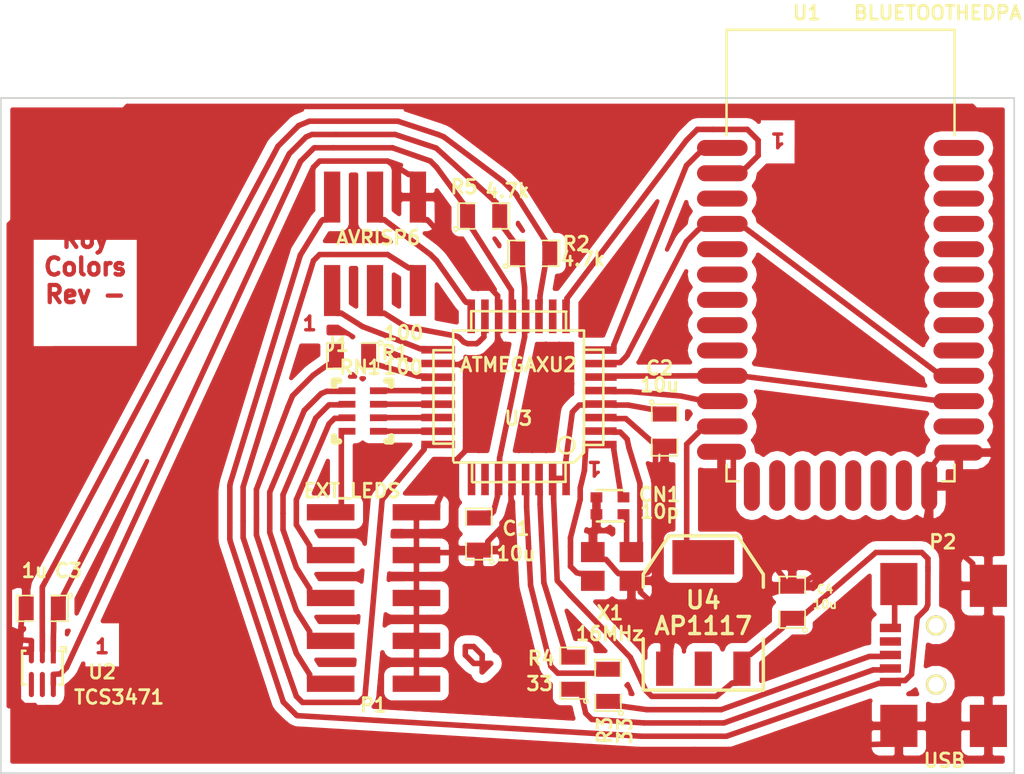
<source format=kicad_pcb>
(kicad_pcb (version 3) (host pcbnew "(2013-jul-07)-stable")

  (general
    (links 73)
    (no_connects 0)
    (area 32.449999 36.67735 94.211972 82.550001)
    (thickness 1.6)
    (drawings 9)
    (tracks 657)
    (zones 0)
    (modules 19)
    (nets 33)
  )

  (page User 152.4 152.4)
  (title_block 
    (title "Roy Color")
    (rev -)
  )

  (layers
    (15 F.Cu signal)
    (0 B.Cu signal)
    (16 B.Adhes user)
    (17 F.Adhes user)
    (18 B.Paste user)
    (19 F.Paste user)
    (20 B.SilkS user)
    (21 F.SilkS user)
    (22 B.Mask user)
    (23 F.Mask user)
    (24 Dwgs.User user)
    (25 Cmts.User user)
    (26 Eco1.User user)
    (27 Eco2.User user)
    (28 Edge.Cuts user)
  )

  (setup
    (last_trace_width 0.3302)
    (trace_clearance 0.2921)
    (zone_clearance 0.508)
    (zone_45_only no)
    (trace_min 0.254)
    (segment_width 0.2)
    (edge_width 0.1)
    (via_size 0.762)
    (via_drill 0.4572)
    (via_min_size 0.762)
    (via_min_drill 0.254)
    (uvia_size 0.508)
    (uvia_drill 0.127)
    (uvias_allowed no)
    (uvia_min_size 0.508)
    (uvia_min_drill 0.127)
    (pcb_text_width 0.3)
    (pcb_text_size 1.5 1.5)
    (mod_edge_width 0.15)
    (mod_text_size 0.8128 0.8128)
    (mod_text_width 0.1651)
    (pad_size 2.9 0.95)
    (pad_drill 0)
    (pad_to_mask_clearance 0.0508)
    (pad_to_paste_clearance -0.0508)
    (aux_axis_origin 0 0)
    (visible_elements FFFFFFBF)
    (pcbplotparams
      (layerselection 32768)
      (usegerberextensions false)
      (excludeedgelayer true)
      (linewidth 0.150000)
      (plotframeref false)
      (viasonmask false)
      (mode 1)
      (useauxorigin false)
      (hpglpennumber 1)
      (hpglpenspeed 20)
      (hpglpendiameter 15)
      (hpglpenoverlay 2)
      (psnegative false)
      (psa4output false)
      (plotreference true)
      (plotvalue true)
      (plotothertext true)
      (plotinvisibletext false)
      (padsonsilk false)
      (subtractmaskfromsilk false)
      (outputformat 2)
      (mirror false)
      (drillshape 0)
      (scaleselection 1)
      (outputdirectory ""))
  )

  (net 0 "")
  (net 1 +3.3V)
  (net 2 +5V)
  (net 3 GND)
  (net 4 N-000001)
  (net 5 N-0000010)
  (net 6 N-0000011)
  (net 7 N-0000012)
  (net 8 N-0000013)
  (net 9 N-0000014)
  (net 10 N-0000015)
  (net 11 N-0000016)
  (net 12 N-0000017)
  (net 13 N-0000018)
  (net 14 N-0000022)
  (net 15 N-0000023)
  (net 16 N-0000024)
  (net 17 N-0000026)
  (net 18 N-0000027)
  (net 19 N-000003)
  (net 20 N-0000032)
  (net 21 N-000004)
  (net 22 N-0000045)
  (net 23 N-0000051)
  (net 24 N-0000054)
  (net 25 N-0000056)
  (net 26 N-0000058)
  (net 27 N-0000059)
  (net 28 N-000006)
  (net 29 N-0000061)
  (net 30 N-0000062)
  (net 31 N-000008)
  (net 32 N-000009)

  (net_class Default "This is the default net class."
    (clearance 0.2921)
    (trace_width 0.3302)
    (via_dia 0.762)
    (via_drill 0.4572)
    (uvia_dia 0.508)
    (uvia_drill 0.127)
    (add_net "")
    (add_net +3.3V)
    (add_net +5V)
    (add_net GND)
    (add_net N-000001)
    (add_net N-0000010)
    (add_net N-0000011)
    (add_net N-0000012)
    (add_net N-0000013)
    (add_net N-0000014)
    (add_net N-0000015)
    (add_net N-0000016)
    (add_net N-0000017)
    (add_net N-0000018)
    (add_net N-0000022)
    (add_net N-0000023)
    (add_net N-0000024)
    (add_net N-0000026)
    (add_net N-0000027)
    (add_net N-000003)
    (add_net N-0000032)
    (add_net N-000004)
    (add_net N-0000045)
    (add_net N-0000051)
    (add_net N-0000054)
    (add_net N-0000056)
    (add_net N-0000058)
    (add_net N-0000059)
    (add_net N-000006)
    (add_net N-0000061)
    (add_net N-0000062)
    (add_net N-000008)
    (add_net N-000009)
  )

  (module SM0805 (layer F.Cu) (tedit 5488C839) (tstamp 5488C31C)
    (at 68.4502 77.2966 90)
    (path /5488E020)
    (attr smd)
    (fp_text reference R3 (at -2.667 -0.19304 90) (layer F.SilkS)
      (effects (font (size 0.8128 0.8128) (thickness 0.1651)))
    )
    (fp_text value 33 (at -2.6924 1.00076 90) (layer F.SilkS)
      (effects (font (size 0.8128 0.8128) (thickness 0.1651)))
    )
    (fp_circle (center -1.651 0.762) (end -1.651 0.635) (layer F.SilkS) (width 0.09906))
    (fp_line (start -0.508 0.762) (end -1.524 0.762) (layer F.SilkS) (width 0.09906))
    (fp_line (start -1.524 0.762) (end -1.524 -0.762) (layer F.SilkS) (width 0.09906))
    (fp_line (start -1.524 -0.762) (end -0.508 -0.762) (layer F.SilkS) (width 0.09906))
    (fp_line (start 0.508 -0.762) (end 1.524 -0.762) (layer F.SilkS) (width 0.09906))
    (fp_line (start 1.524 -0.762) (end 1.524 0.762) (layer F.SilkS) (width 0.09906))
    (fp_line (start 1.524 0.762) (end 0.508 0.762) (layer F.SilkS) (width 0.09906))
    (pad 1 smd rect (at -0.9525 0 90) (size 0.889 1.397)
      (layers F.Cu F.Paste F.Mask)
      (net 21 N-000004)
    )
    (pad 2 smd rect (at 0.9525 0 90) (size 0.889 1.397)
      (layers F.Cu F.Paste F.Mask)
      (net 26 N-0000058)
    )
    (model smd/chip_cms.wrl
      (at (xyz 0 0 0))
      (scale (xyz 0.1 0.1 0.1))
      (rotate (xyz 0 0 0))
    )
  )

  (module SM0805 (layer F.Cu) (tedit 548A0B95) (tstamp 5488C329)
    (at 66.3842 76.5777 90)
    (path /5488E02F)
    (attr smd)
    (fp_text reference R4 (at 0.8777 -1.8842 180) (layer F.SilkS)
      (effects (font (size 0.8128 0.8128) (thickness 0.1651)))
    )
    (fp_text value 33 (at -0.6223 -1.9842 180) (layer F.SilkS)
      (effects (font (size 0.8128 0.8128) (thickness 0.1651)))
    )
    (fp_circle (center -1.651 0.762) (end -1.651 0.635) (layer F.SilkS) (width 0.09906))
    (fp_line (start -0.508 0.762) (end -1.524 0.762) (layer F.SilkS) (width 0.09906))
    (fp_line (start -1.524 0.762) (end -1.524 -0.762) (layer F.SilkS) (width 0.09906))
    (fp_line (start -1.524 -0.762) (end -0.508 -0.762) (layer F.SilkS) (width 0.09906))
    (fp_line (start 0.508 -0.762) (end 1.524 -0.762) (layer F.SilkS) (width 0.09906))
    (fp_line (start 1.524 -0.762) (end 1.524 0.762) (layer F.SilkS) (width 0.09906))
    (fp_line (start 1.524 0.762) (end 0.508 0.762) (layer F.SilkS) (width 0.09906))
    (pad 1 smd rect (at -0.9525 0 90) (size 0.889 1.397)
      (layers F.Cu F.Paste F.Mask)
      (net 19 N-000003)
    )
    (pad 2 smd rect (at 0.9525 0 90) (size 0.889 1.397)
      (layers F.Cu F.Paste F.Mask)
      (net 25 N-0000056)
    )
    (model smd/chip_cms.wrl
      (at (xyz 0 0 0))
      (scale (xyz 0.1 0.1 0.1))
      (rotate (xyz 0 0 0))
    )
  )

  (module XTAL4P (layer F.Cu) (tedit 5488C84A) (tstamp 5488BCBA)
    (at 69.835 71.105 180)
    (path /53875DA0)
    (fp_text reference X1 (at 1.27 -1.905 180) (layer F.SilkS)
      (effects (font (size 0.8128 0.8128) (thickness 0.1651)))
    )
    (fp_text value 16MHz (at 1.2822 -3.1301 180) (layer F.SilkS)
      (effects (font (size 0.8128 0.8128) (thickness 0.1651)))
    )
    (pad 4 smd rect (at 0 0 180) (size 1.397 1.1938)
      (layers F.Cu F.Paste F.Mask)
      (net 3 GND)
    )
    (pad 1 smd rect (at 0 1.7018 180) (size 1.397 1.1938)
      (layers F.Cu F.Paste F.Mask)
      (net 17 N-0000026)
    )
    (pad 3 smd rect (at 2.286 1.7018 180) (size 1.397 1.1938)
      (layers F.Cu F.Paste F.Mask)
      (net 3 GND)
    )
    (pad 2 smd rect (at 2.286 0 180) (size 1.397 1.1938)
      (layers F.Cu F.Paste F.Mask)
      (net 30 N-0000062)
    )
  )

  (module USB-MiniBBig (layer F.Cu) (tedit 521064BD) (tstamp 5488BCCA)
    (at 87.7718 75.501 90)
    (path /5488E4E2)
    (fp_text reference P2 (at 6.70052 0.50038 180) (layer F.SilkS)
      (effects (font (size 0.8128 0.8128) (thickness 0.1651)))
    )
    (fp_text value USB (at -6.25094 0.59944 180) (layer F.SilkS)
      (effects (font (size 0.8128 0.8128) (thickness 0.1651)))
    )
    (fp_text user H2959CT-ND (at 0.29972 0.55118 90) (layer F.SilkS) hide
      (effects (font (size 0.8128 0.8128) (thickness 0.1651)))
    )
    (pad 9 smd rect (at 4.09956 3.2004 90) (size 2.49936 2.19964)
      (layers F.Cu F.Paste F.Mask)
      (net 3 GND)
    )
    (pad 8 smd rect (at -4.20116 3.2004 90) (size 2.49936 2.19964)
      (layers F.Cu F.Paste F.Mask)
      (net 3 GND)
    )
    (pad 7 smd rect (at 4.2037 -2.10058 90) (size 2.49936 2.19964)
      (layers F.Cu F.Paste F.Mask)
      (net 4 N-000001)
    )
    (pad 4 smd rect (at 0.80264 -2.60096 90) (size 0.50038 1.24968)
      (layers F.Cu F.Paste F.Mask)
    )
    (pad 3 smd rect (at 0.00254 -2.60096 90) (size 0.50038 1.24968)
      (layers F.Cu F.Paste F.Mask)
      (net 21 N-000004)
    )
    (pad 5 smd rect (at 1.60274 -2.60096 90) (size 0.50038 1.24968)
      (layers F.Cu F.Paste F.Mask)
      (net 4 N-000001)
    )
    (pad 2 smd rect (at -0.79756 -2.60096 90) (size 0.50038 1.24968)
      (layers F.Cu F.Paste F.Mask)
      (net 19 N-000003)
    )
    (pad 1 smd rect (at -1.59766 -2.60096 90) (size 0.50038 1.24968)
      (layers F.Cu F.Paste F.Mask)
      (net 2 +5V)
    )
    (pad 6 smd rect (at -4.19862 -2.10058 90) (size 2.49936 2.19964)
      (layers F.Cu F.Paste F.Mask)
      (net 3 GND)
    )
    (pad "" thru_hole circle (at -1.75006 0.09906 90) (size 1.19888 1.19888) (drill 0.89916)
      (layers *.Cu *.Mask F.SilkS)
    )
    (pad "" thru_hole circle (at 1.75006 0.09906 90) (size 1.19888 1.19888) (drill 0.89916)
      (layers *.Cu *.Mask F.SilkS)
    )
  )

  (module TQFP32 (layer F.Cu) (tedit 43A670DA) (tstamp 5488BD00)
    (at 63.1432 60.2097 180)
    (path /53875A45)
    (fp_text reference U3 (at 0 -1.27 180) (layer F.SilkS)
      (effects (font (size 0.8128 0.8128) (thickness 0.1651)))
    )
    (fp_text value ATMEGAXU2 (at 0 1.905 180) (layer F.SilkS)
      (effects (font (size 0.8128 0.8128) (thickness 0.1651)))
    )
    (fp_line (start 5.0292 2.7686) (end 3.8862 2.7686) (layer F.SilkS) (width 0.1524))
    (fp_line (start 5.0292 -2.7686) (end 3.9116 -2.7686) (layer F.SilkS) (width 0.1524))
    (fp_line (start 5.0292 2.7686) (end 5.0292 -2.7686) (layer F.SilkS) (width 0.1524))
    (fp_line (start 2.794 3.9624) (end 2.794 5.0546) (layer F.SilkS) (width 0.1524))
    (fp_line (start -2.8194 3.9878) (end -2.8194 5.0546) (layer F.SilkS) (width 0.1524))
    (fp_line (start -2.8448 5.0546) (end 2.794 5.08) (layer F.SilkS) (width 0.1524))
    (fp_line (start -2.794 -5.0292) (end 2.7178 -5.0546) (layer F.SilkS) (width 0.1524))
    (fp_line (start -3.8862 -3.2766) (end -3.8862 3.9116) (layer F.SilkS) (width 0.1524))
    (fp_line (start 2.7432 -5.0292) (end 2.7432 -3.9878) (layer F.SilkS) (width 0.1524))
    (fp_line (start -3.2512 -3.8862) (end 3.81 -3.8862) (layer F.SilkS) (width 0.1524))
    (fp_line (start 3.8608 3.937) (end 3.8608 -3.7846) (layer F.SilkS) (width 0.1524))
    (fp_line (start -3.8862 3.937) (end 3.7338 3.937) (layer F.SilkS) (width 0.1524))
    (fp_line (start -5.0292 -2.8448) (end -5.0292 2.794) (layer F.SilkS) (width 0.1524))
    (fp_line (start -5.0292 2.794) (end -3.8862 2.794) (layer F.SilkS) (width 0.1524))
    (fp_line (start -3.87604 -3.302) (end -3.29184 -3.8862) (layer F.SilkS) (width 0.1524))
    (fp_line (start -5.02412 -2.8448) (end -3.87604 -2.8448) (layer F.SilkS) (width 0.1524))
    (fp_line (start -2.794 -3.8862) (end -2.794 -5.03428) (layer F.SilkS) (width 0.1524))
    (fp_circle (center -2.83972 -2.86004) (end -2.43332 -2.60604) (layer F.SilkS) (width 0.1524))
    (pad 8 smd rect (at -4.81584 2.77622 180) (size 1.99898 0.44958)
      (layers F.Cu F.Paste F.Mask)
      (net 22 N-0000045)
    )
    (pad 7 smd rect (at -4.81584 1.97612 180) (size 1.99898 0.44958)
      (layers F.Cu F.Paste F.Mask)
      (net 18 N-0000027)
    )
    (pad 6 smd rect (at -4.81584 1.17602 180) (size 1.99898 0.44958)
      (layers F.Cu F.Paste F.Mask)
      (net 20 N-0000032)
    )
    (pad 5 smd rect (at -4.81584 0.37592 180) (size 1.99898 0.44958)
      (layers F.Cu F.Paste F.Mask)
      (net 15 N-0000023)
    )
    (pad 4 smd rect (at -4.81584 -0.42418 180) (size 1.99898 0.44958)
      (layers F.Cu F.Paste F.Mask)
      (net 2 +5V)
    )
    (pad 3 smd rect (at -4.81584 -1.22428 180) (size 1.99898 0.44958)
      (layers F.Cu F.Paste F.Mask)
      (net 3 GND)
    )
    (pad 2 smd rect (at -4.81584 -2.02438 180) (size 1.99898 0.44958)
      (layers F.Cu F.Paste F.Mask)
      (net 17 N-0000026)
    )
    (pad 1 smd rect (at -4.81584 -2.82448 180) (size 1.99898 0.44958)
      (layers F.Cu F.Paste F.Mask)
      (net 30 N-0000062)
    )
    (pad 24 smd rect (at 4.7498 -2.8194 180) (size 1.99898 0.44958)
      (layers F.Cu F.Paste F.Mask)
      (net 24 N-0000054)
    )
    (pad 17 smd rect (at 4.7498 2.794 180) (size 1.99898 0.44958)
      (layers F.Cu F.Paste F.Mask)
      (net 27 N-0000059)
    )
    (pad 18 smd rect (at 4.7498 1.9812 180) (size 1.99898 0.44958)
      (layers F.Cu F.Paste F.Mask)
      (net 3 GND)
    )
    (pad 19 smd rect (at 4.7498 1.1684 180) (size 1.99898 0.44958)
      (layers F.Cu F.Paste F.Mask)
      (net 12 N-0000017)
    )
    (pad 20 smd rect (at 4.7498 0.381 180) (size 1.99898 0.44958)
      (layers F.Cu F.Paste F.Mask)
      (net 11 N-0000016)
    )
    (pad 21 smd rect (at 4.7498 -0.4318 180) (size 1.99898 0.44958)
      (layers F.Cu F.Paste F.Mask)
      (net 28 N-000006)
    )
    (pad 22 smd rect (at 4.7498 -1.2192 180) (size 1.99898 0.44958)
      (layers F.Cu F.Paste F.Mask)
      (net 10 N-0000015)
    )
    (pad 23 smd rect (at 4.7498 -2.032 180) (size 1.99898 0.44958)
      (layers F.Cu F.Paste F.Mask)
      (net 9 N-0000014)
    )
    (pad 32 smd rect (at -2.82448 -4.826 180) (size 0.44958 1.99898)
      (layers F.Cu F.Paste F.Mask)
      (net 2 +5V)
    )
    (pad 31 smd rect (at -2.02692 -4.826 180) (size 0.44958 1.99898)
      (layers F.Cu F.Paste F.Mask)
      (net 2 +5V)
    )
    (pad 30 smd rect (at -1.22428 -4.826 180) (size 0.44958 1.99898)
      (layers F.Cu F.Paste F.Mask)
      (net 25 N-0000056)
    )
    (pad 29 smd rect (at -0.42672 -4.826 180) (size 0.44958 1.99898)
      (layers F.Cu F.Paste F.Mask)
      (net 26 N-0000058)
    )
    (pad 28 smd rect (at 0.37592 -4.826 180) (size 0.44958 1.99898)
      (layers F.Cu F.Paste F.Mask)
      (net 3 GND)
    )
    (pad 27 smd rect (at 1.17348 -4.826 180) (size 0.44958 1.99898)
      (layers F.Cu F.Paste F.Mask)
      (net 1 +3.3V)
    )
    (pad 26 smd rect (at 1.97612 -4.826 180) (size 0.44958 1.99898)
      (layers F.Cu F.Paste F.Mask)
    )
    (pad 25 smd rect (at 2.77368 -4.826 180) (size 0.44958 1.99898)
      (layers F.Cu F.Paste F.Mask)
    )
    (pad 9 smd rect (at -2.8194 4.7752 180) (size 0.44958 1.99898)
      (layers F.Cu F.Paste F.Mask)
      (net 31 N-000008)
    )
    (pad 10 smd rect (at -2.032 4.7752 180) (size 0.44958 1.99898)
      (layers F.Cu F.Paste F.Mask)
    )
    (pad 11 smd rect (at -1.2192 4.7752 180) (size 0.44958 1.99898)
      (layers F.Cu F.Paste F.Mask)
      (net 13 N-0000018)
    )
    (pad 12 smd rect (at -0.4318 4.7752 180) (size 0.44958 1.99898)
      (layers F.Cu F.Paste F.Mask)
      (net 1 +3.3V)
    )
    (pad 13 smd rect (at 0.3556 4.7752 180) (size 0.44958 1.99898)
      (layers F.Cu F.Paste F.Mask)
      (net 14 N-0000022)
    )
    (pad 14 smd rect (at 1.1684 4.7752 180) (size 0.44958 1.99898)
      (layers F.Cu F.Paste F.Mask)
      (net 3 GND)
    )
    (pad 15 smd rect (at 1.9812 4.7752 180) (size 0.44958 1.99898)
      (layers F.Cu F.Paste F.Mask)
      (net 23 N-0000051)
    )
    (pad 16 smd rect (at 2.794 4.7752 180) (size 0.44958 1.99898)
      (layers F.Cu F.Paste F.Mask)
      (net 29 N-0000061)
    )
    (model smd/tqfp32.wrl
      (at (xyz 0 0 0))
      (scale (xyz 1 1 1))
      (rotate (xyz 0 0 0))
    )
  )

  (module SM0805 (layer F.Cu) (tedit 548A0D03) (tstamp 5488BD0D)
    (at 60.8036 68.3325 90)
    (path /5488C093)
    (attr smd)
    (fp_text reference C1 (at 0.3325 2.1964 180) (layer F.SilkS)
      (effects (font (size 0.8128 0.8128) (thickness 0.1651)))
    )
    (fp_text value 10u (at -1.1675 2.1964 180) (layer F.SilkS)
      (effects (font (size 0.8128 0.8128) (thickness 0.1651)))
    )
    (fp_circle (center -1.651 0.762) (end -1.651 0.635) (layer F.SilkS) (width 0.09906))
    (fp_line (start -0.508 0.762) (end -1.524 0.762) (layer F.SilkS) (width 0.09906))
    (fp_line (start -1.524 0.762) (end -1.524 -0.762) (layer F.SilkS) (width 0.09906))
    (fp_line (start -1.524 -0.762) (end -0.508 -0.762) (layer F.SilkS) (width 0.09906))
    (fp_line (start 0.508 -0.762) (end 1.524 -0.762) (layer F.SilkS) (width 0.09906))
    (fp_line (start 1.524 -0.762) (end 1.524 0.762) (layer F.SilkS) (width 0.09906))
    (fp_line (start 1.524 0.762) (end 0.508 0.762) (layer F.SilkS) (width 0.09906))
    (pad 1 smd rect (at -0.9525 0 90) (size 0.889 1.397)
      (layers F.Cu F.Paste F.Mask)
      (net 3 GND)
    )
    (pad 2 smd rect (at 0.9525 0 90) (size 0.889 1.397)
      (layers F.Cu F.Paste F.Mask)
      (net 1 +3.3V)
    )
    (model smd/chip_cms.wrl
      (at (xyz 0 0 0))
      (scale (xyz 0.1 0.1 0.1))
      (rotate (xyz 0 0 0))
    )
  )

  (module SM0805 (layer F.Cu) (tedit 548A0C68) (tstamp 5488BD1A)
    (at 34.9532 72.7373 180)
    (path /5488C4AB)
    (attr smd)
    (fp_text reference C3 (at -1.5468 2.2373 180) (layer F.SilkS)
      (effects (font (size 0.8128 0.8128) (thickness 0.1651)))
    )
    (fp_text value 1u (at 0.4532 2.2373 180) (layer F.SilkS)
      (effects (font (size 0.8128 0.8128) (thickness 0.1651)))
    )
    (fp_circle (center -1.651 0.762) (end -1.651 0.635) (layer F.SilkS) (width 0.09906))
    (fp_line (start -0.508 0.762) (end -1.524 0.762) (layer F.SilkS) (width 0.09906))
    (fp_line (start -1.524 0.762) (end -1.524 -0.762) (layer F.SilkS) (width 0.09906))
    (fp_line (start -1.524 -0.762) (end -0.508 -0.762) (layer F.SilkS) (width 0.09906))
    (fp_line (start 0.508 -0.762) (end 1.524 -0.762) (layer F.SilkS) (width 0.09906))
    (fp_line (start 1.524 -0.762) (end 1.524 0.762) (layer F.SilkS) (width 0.09906))
    (fp_line (start 1.524 0.762) (end 0.508 0.762) (layer F.SilkS) (width 0.09906))
    (pad 1 smd rect (at -0.9525 0 180) (size 0.889 1.397)
      (layers F.Cu F.Paste F.Mask)
      (net 1 +3.3V)
    )
    (pad 2 smd rect (at 0.9525 0 180) (size 0.889 1.397)
      (layers F.Cu F.Paste F.Mask)
      (net 3 GND)
    )
    (model smd/chip_cms.wrl
      (at (xyz 0 0 0))
      (scale (xyz 0.1 0.1 0.1))
      (rotate (xyz 0 0 0))
    )
  )

  (module SM0805 (layer F.Cu) (tedit 548A0C6F) (tstamp 5488BD27)
    (at 71.802 62.176 270)
    (path /5488C5DD)
    (attr smd)
    (fp_text reference C2 (at -3.676 0.302 360) (layer F.SilkS)
      (effects (font (size 0.8128 0.8128) (thickness 0.1651)))
    )
    (fp_text value 10u (at -2.676 0.302 360) (layer F.SilkS)
      (effects (font (size 0.8128 0.8128) (thickness 0.1651)))
    )
    (fp_circle (center -1.651 0.762) (end -1.651 0.635) (layer F.SilkS) (width 0.09906))
    (fp_line (start -0.508 0.762) (end -1.524 0.762) (layer F.SilkS) (width 0.09906))
    (fp_line (start -1.524 0.762) (end -1.524 -0.762) (layer F.SilkS) (width 0.09906))
    (fp_line (start -1.524 -0.762) (end -0.508 -0.762) (layer F.SilkS) (width 0.09906))
    (fp_line (start 0.508 -0.762) (end 1.524 -0.762) (layer F.SilkS) (width 0.09906))
    (fp_line (start 1.524 -0.762) (end 1.524 0.762) (layer F.SilkS) (width 0.09906))
    (fp_line (start 1.524 0.762) (end 0.508 0.762) (layer F.SilkS) (width 0.09906))
    (pad 1 smd rect (at -0.9525 0 270) (size 0.889 1.397)
      (layers F.Cu F.Paste F.Mask)
      (net 2 +5V)
    )
    (pad 2 smd rect (at 0.9525 0 270) (size 0.889 1.397)
      (layers F.Cu F.Paste F.Mask)
      (net 3 GND)
    )
    (model smd/chip_cms.wrl
      (at (xyz 0 0 0))
      (scale (xyz 0.1 0.1 0.1))
      (rotate (xyz 0 0 0))
    )
  )

  (module SM0805 (layer F.Cu) (tedit 5488C8A5) (tstamp 5488BD34)
    (at 64.0496 51.7022)
    (path /5488CD0B)
    (attr smd)
    (fp_text reference R2 (at 2.51782 -0.56986) (layer F.SilkS)
      (effects (font (size 0.8128 0.8128) (thickness 0.1651)))
    )
    (fp_text value 4.7k (at 2.91406 0.33946) (layer F.SilkS)
      (effects (font (size 0.8128 0.8128) (thickness 0.1651)))
    )
    (fp_circle (center -1.651 0.762) (end -1.651 0.635) (layer F.SilkS) (width 0.09906))
    (fp_line (start -0.508 0.762) (end -1.524 0.762) (layer F.SilkS) (width 0.09906))
    (fp_line (start -1.524 0.762) (end -1.524 -0.762) (layer F.SilkS) (width 0.09906))
    (fp_line (start -1.524 -0.762) (end -0.508 -0.762) (layer F.SilkS) (width 0.09906))
    (fp_line (start 0.508 -0.762) (end 1.524 -0.762) (layer F.SilkS) (width 0.09906))
    (fp_line (start 1.524 -0.762) (end 1.524 0.762) (layer F.SilkS) (width 0.09906))
    (fp_line (start 1.524 0.762) (end 0.508 0.762) (layer F.SilkS) (width 0.09906))
    (pad 1 smd rect (at -0.9525 0) (size 0.889 1.397)
      (layers F.Cu F.Paste F.Mask)
      (net 1 +3.3V)
    )
    (pad 2 smd rect (at 0.9525 0) (size 0.889 1.397)
      (layers F.Cu F.Paste F.Mask)
      (net 13 N-0000018)
    )
    (model smd/chip_cms.wrl
      (at (xyz 0 0 0))
      (scale (xyz 0.1 0.1 0.1))
      (rotate (xyz 0 0 0))
    )
  )

  (module SM0805 (layer F.Cu) (tedit 5488C8AB) (tstamp 5488BD41)
    (at 61.0862 49.4915)
    (path /5488CE60)
    (attr smd)
    (fp_text reference R5 (at -1.16264 -1.71746) (layer F.SilkS)
      (effects (font (size 0.8128 0.8128) (thickness 0.1651)))
    )
    (fp_text value 4.7k (at 1.39768 -1.49902) (layer F.SilkS)
      (effects (font (size 0.8128 0.8128) (thickness 0.1651)))
    )
    (fp_circle (center -1.651 0.762) (end -1.651 0.635) (layer F.SilkS) (width 0.09906))
    (fp_line (start -0.508 0.762) (end -1.524 0.762) (layer F.SilkS) (width 0.09906))
    (fp_line (start -1.524 0.762) (end -1.524 -0.762) (layer F.SilkS) (width 0.09906))
    (fp_line (start -1.524 -0.762) (end -0.508 -0.762) (layer F.SilkS) (width 0.09906))
    (fp_line (start 0.508 -0.762) (end 1.524 -0.762) (layer F.SilkS) (width 0.09906))
    (fp_line (start 1.524 -0.762) (end 1.524 0.762) (layer F.SilkS) (width 0.09906))
    (fp_line (start 1.524 0.762) (end 0.508 0.762) (layer F.SilkS) (width 0.09906))
    (pad 1 smd rect (at -0.9525 0) (size 0.889 1.397)
      (layers F.Cu F.Paste F.Mask)
      (net 14 N-0000022)
    )
    (pad 2 smd rect (at 0.9525 0) (size 0.889 1.397)
      (layers F.Cu F.Paste F.Mask)
      (net 1 +3.3V)
    )
    (model smd/chip_cms.wrl
      (at (xyz 0 0 0))
      (scale (xyz 0.1 0.1 0.1))
      (rotate (xyz 0 0 0))
    )
  )

  (module RIBBON6SMT (layer F.Cu) (tedit 5488C766) (tstamp 5488BD4B)
    (at 52.1144 48.3698)
    (path /5387602C)
    (fp_text reference J1 (at 0.30226 8.7341) (layer F.SilkS)
      (effects (font (size 0.8128 0.8128) (thickness 0.1651)))
    )
    (fp_text value AVRISP6 (at 2.74066 2.4095) (layer F.SilkS)
      (effects (font (size 0.8128 0.8128) (thickness 0.1651)))
    )
    (pad 2 smd rect (at 0 0) (size 0.9652 3.0226)
      (layers F.Cu F.Paste F.Mask)
      (net 2 +5V)
    )
    (pad 4 smd rect (at 2.54 0) (size 0.9652 3.0226)
      (layers F.Cu F.Paste F.Mask)
      (net 29 N-0000061)
    )
    (pad 6 smd rect (at 5.08 0) (size 0.9652 3.0226)
      (layers F.Cu F.Paste F.Mask)
      (net 3 GND)
    )
    (pad 1 smd rect (at 0 5.5372) (size 0.9652 3.0226)
      (layers F.Cu F.Paste F.Mask)
      (net 27 N-0000059)
    )
    (pad 3 smd rect (at 2.54 5.5372) (size 0.9652 3.0226)
      (layers F.Cu F.Paste F.Mask)
      (net 23 N-0000051)
    )
    (pad 5 smd rect (at 5.08 5.5372) (size 0.9652 3.0226)
      (layers F.Cu F.Paste F.Mask)
      (net 24 N-0000054)
    )
  )

  (module NETWORK1206 (layer F.Cu) (tedit 5488D3DE) (tstamp 5488BD5F)
    (at 53.9243 61.0438 90)
    (path /5488AECB)
    (fp_text reference RN1 (at 2.584 -0.143 180) (layer F.SilkS)
      (effects (font (size 0.8128 0.8128) (thickness 0.1651)))
    )
    (fp_text value 100 (at 2.584 2.397 180) (layer F.SilkS)
      (effects (font (size 0.8128 0.8128) (thickness 0.1651)))
    )
    (fp_line (start 1.8 1.4) (end 1.8 1.7) (layer F.SilkS) (width 0.381))
    (fp_line (start 1.8 1.7) (end 1.5 1.7) (layer F.SilkS) (width 0.381))
    (fp_line (start -1.8 -1.4) (end -1.8 -1.7) (layer F.SilkS) (width 0.381))
    (fp_line (start -1.8 -1.7) (end -1.5 -1.7) (layer F.SilkS) (width 0.381))
    (fp_line (start 1.5 -1.7) (end 1.8 -1.7) (layer F.SilkS) (width 0.381))
    (fp_line (start 1.8 -1.7) (end 1.8 -1.4) (layer F.SilkS) (width 0.381))
    (fp_line (start -1.8 1.4) (end -1.8 1.7) (layer F.SilkS) (width 0.381))
    (fp_line (start -1.8 1.7) (end -1.5 1.7) (layer F.SilkS) (width 0.381))
    (pad 1 smd rect (at -1.2 0.93 90) (size 0.4 1)
      (layers F.Cu F.Paste F.Mask)
      (net 9 N-0000014)
    )
    (pad 2 smd rect (at -0.4 0.93 90) (size 0.4 1)
      (layers F.Cu F.Paste F.Mask)
      (net 10 N-0000015)
    )
    (pad 3 smd rect (at 0.4 0.93 90) (size 0.4 1)
      (layers F.Cu F.Paste F.Mask)
      (net 28 N-000006)
    )
    (pad 4 smd rect (at 1.2 0.93 90) (size 0.4 1)
      (layers F.Cu F.Paste F.Mask)
      (net 11 N-0000016)
    )
    (pad 5 smd rect (at 1.2 -0.93 90) (size 0.4 1)
      (layers F.Cu F.Paste F.Mask)
      (net 8 N-0000013)
    )
    (pad 6 smd rect (at 0.4 -0.93 90) (size 0.4 1)
      (layers F.Cu F.Paste F.Mask)
      (net 7 N-0000012)
    )
    (pad 7 smd rect (at -0.4 -0.93 90) (size 0.4 1)
      (layers F.Cu F.Paste F.Mask)
      (net 6 N-0000011)
    )
    (pad 8 smd rect (at -1.2 -0.93 90) (size 0.4 1)
      (layers F.Cu F.Paste F.Mask)
      (net 5 N-0000010)
    )
  )

  (module NETWORK0606 (layer F.Cu) (tedit 548A0C76) (tstamp 5488BD69)
    (at 68.565 66.66)
    (path /5488B1EC)
    (fp_text reference CN1 (at 2.935 -0.66) (layer F.SilkS)
      (effects (font (size 0.8128 0.8128) (thickness 0.1651)))
    )
    (fp_text value 10p (at 2.935 0.34) (layer F.SilkS)
      (effects (font (size 0.8128 0.8128) (thickness 0.1651)))
    )
    (fp_line (start 0.8 -0.93) (end -0.8 -0.93) (layer F.SilkS) (width 0.15))
    (fp_line (start -0.78 0.93) (end 0.82 0.93) (layer F.SilkS) (width 0.15))
    (pad 1 smd rect (at -0.8 -0.5) (size 0.7 0.6)
      (layers F.Cu F.Paste F.Mask)
      (net 3 GND)
    )
    (pad 2 smd rect (at 0.8 -0.5) (size 0.7 0.6)
      (layers F.Cu F.Paste F.Mask)
      (net 30 N-0000062)
    )
    (pad 3 smd rect (at -0.8 0.5) (size 0.7 0.6)
      (layers F.Cu F.Paste F.Mask)
      (net 3 GND)
    )
    (pad 4 smd rect (at 0.8 0.5) (size 0.7 0.6)
      (layers F.Cu F.Paste F.Mask)
      (net 17 N-0000026)
    )
  )

  (module DFN6 (layer F.Cu) (tedit 548A0C5F) (tstamp 5488BD85)
    (at 34.9579 76.2487 270)
    (path /5488BE57)
    (fp_text reference U2 (at 0.2513 -3.5421 360) (layer F.SilkS)
      (effects (font (size 0.8128 0.8128) (thickness 0.1651)))
    )
    (fp_text value TCS3471 (at 1.7513 -4.5421 360) (layer F.SilkS)
      (effects (font (size 0.8128 0.8128) (thickness 0.1651)))
    )
    (fp_line (start -1.2 -1.1) (end -1.2 -1.4) (layer F.SilkS) (width 0.15))
    (fp_line (start -1.2 -1.4) (end -0.9 -1.4) (layer F.SilkS) (width 0.15))
    (fp_line (start 1 1) (end 1 1.2) (layer F.SilkS) (width 0.15))
    (fp_line (start 1 1.2) (end -1 1.2) (layer F.SilkS) (width 0.15))
    (fp_line (start -1 1.2) (end -1 1) (layer F.SilkS) (width 0.15))
    (fp_line (start -1 -1) (end -1 -1.2) (layer F.SilkS) (width 0.15))
    (fp_line (start -1 -1.2) (end 1 -1.2) (layer F.SilkS) (width 0.15))
    (fp_line (start 1 -1.2) (end 1 -1) (layer F.SilkS) (width 0.15))
    (pad 1 smd rect (at -1 -0.65 270) (size 1.5 0.3)
      (layers F.Cu F.Paste F.Mask)
      (net 1 +3.3V)
    )
    (pad 2 smd oval (at -1 0 270) (size 1.5 0.3)
      (layers F.Cu F.Paste F.Mask)
      (net 13 N-0000018)
    )
    (pad 3 smd oval (at -1 0.65 270) (size 1.5 0.3)
      (layers F.Cu F.Paste F.Mask)
      (net 3 GND)
    )
    (pad 4 smd oval (at 1 0.65 270) (size 1.5 0.3)
      (layers F.Cu F.Paste F.Mask)
    )
    (pad 5 smd oval (at 1 0 270) (size 1.5 0.3)
      (layers F.Cu F.Paste F.Mask)
    )
    (pad 6 smd oval (at 1 -0.65 270) (size 1.5 0.3)
      (layers F.Cu F.Paste F.Mask)
      (net 14 N-0000022)
    )
  )

  (module SM0805 (layer F.Cu) (tedit 5488C884) (tstamp 5488BE1A)
    (at 53.325 57.77 180)
    (path /5488B4A7)
    (attr smd)
    (fp_text reference R1 (at -2.52346 0.17964 180) (layer F.SilkS)
      (effects (font (size 0.8128 0.8128) (thickness 0.1651)))
    )
    (fp_text value 100 (at -3.0213 1.3582 180) (layer F.SilkS)
      (effects (font (size 0.8128 0.8128) (thickness 0.1651)))
    )
    (fp_circle (center -1.651 0.762) (end -1.651 0.635) (layer F.SilkS) (width 0.09906))
    (fp_line (start -0.508 0.762) (end -1.524 0.762) (layer F.SilkS) (width 0.09906))
    (fp_line (start -1.524 0.762) (end -1.524 -0.762) (layer F.SilkS) (width 0.09906))
    (fp_line (start -1.524 -0.762) (end -0.508 -0.762) (layer F.SilkS) (width 0.09906))
    (fp_line (start 0.508 -0.762) (end 1.524 -0.762) (layer F.SilkS) (width 0.09906))
    (fp_line (start 1.524 -0.762) (end 1.524 0.762) (layer F.SilkS) (width 0.09906))
    (fp_line (start 1.524 0.762) (end 0.508 0.762) (layer F.SilkS) (width 0.09906))
    (pad 1 smd rect (at -0.9525 0 180) (size 0.889 1.397)
      (layers F.Cu F.Paste F.Mask)
      (net 12 N-0000017)
    )
    (pad 2 smd rect (at 0.9525 0 180) (size 0.889 1.397)
      (layers F.Cu F.Paste F.Mask)
      (net 32 N-000009)
    )
    (model smd/chip_cms.wrl
      (at (xyz 0 0 0))
      (scale (xyz 0.1 0.1 0.1))
      (rotate (xyz 0 0 0))
    )
  )

  (module RIBBON10SMT (layer F.Cu) (tedit 5488BD47) (tstamp 5488BE28)
    (at 54.5679 70.8525 270)
    (path /5488B520)
    (fp_text reference P1 (at 7.62 0 360) (layer F.SilkS)
      (effects (font (size 0.8128 0.8128) (thickness 0.1651)))
    )
    (fp_text value EXT_LEDS (at -5.08 1.27 360) (layer F.SilkS)
      (effects (font (size 0.8128 0.8128) (thickness 0.1651)))
    )
    (pad 1 smd trapezoid (at -3.81 2.54 270) (size 0.9652 2.8194)
      (layers F.Cu F.Paste F.Mask)
      (net 5 N-0000010)
    )
    (pad 2 smd trapezoid (at -3.81 -2.54 270) (size 0.9652 2.8194)
      (layers F.Cu F.Paste F.Mask)
      (net 3 GND)
    )
    (pad 3 smd trapezoid (at -1.27 2.54 270) (size 0.9652 2.8194)
      (layers F.Cu F.Paste F.Mask)
      (net 6 N-0000011)
    )
    (pad 4 smd trapezoid (at -1.27 -2.54 270) (size 0.9652 2.8194)
      (layers F.Cu F.Paste F.Mask)
      (net 3 GND)
    )
    (pad 5 smd trapezoid (at 1.27 2.54 270) (size 0.9652 2.8194)
      (layers F.Cu F.Paste F.Mask)
      (net 7 N-0000012)
    )
    (pad 6 smd trapezoid (at 1.27 -2.54 270) (size 0.9652 2.8194)
      (layers F.Cu F.Paste F.Mask)
      (net 3 GND)
    )
    (pad 7 smd trapezoid (at 3.81 2.54 270) (size 0.9652 2.8194)
      (layers F.Cu F.Paste F.Mask)
      (net 8 N-0000013)
    )
    (pad 8 smd trapezoid (at 3.81 -2.54 270) (size 0.9652 2.8194)
      (layers F.Cu F.Paste F.Mask)
      (net 3 GND)
    )
    (pad 9 smd trapezoid (at 6.35 2.54 270) (size 0.9652 2.8194)
      (layers F.Cu F.Paste F.Mask)
      (net 32 N-000009)
    )
    (pad 10 smd trapezoid (at 6.35 -2.54 270) (size 0.9652 2.8194)
      (layers F.Cu F.Paste F.Mask)
      (net 3 GND)
    )
  )

  (module BLUETOOTHEDPA (layer F.Cu) (tedit 5489F990) (tstamp 548A0027)
    (at 82.2171 55.9584)
    (path /548A04F9)
    (fp_text reference U1 (at -2 -18.5) (layer F.SilkS)
      (effects (font (size 0.8128 0.8128) (thickness 0.1651)))
    )
    (fp_text value BLUETOOTHEDPA (at 5.75 -18.5) (layer F.SilkS)
      (effects (font (size 0.8128 0.8128) (thickness 0.1651)))
    )
    (fp_line (start -6.75 -11.25) (end -6.75 -17.5) (layer F.SilkS) (width 0.15))
    (fp_line (start -6.75 -17.5) (end 6.75 -17.5) (layer F.SilkS) (width 0.15))
    (fp_line (start 6.75 -17.5) (end 6.75 -11.25) (layer F.SilkS) (width 0.15))
    (fp_line (start 6 9.25) (end 6.75 9.25) (layer F.SilkS) (width 0.15))
    (fp_line (start 6.75 9.25) (end 6.75 8.25) (layer F.SilkS) (width 0.15))
    (fp_line (start -6.75 9.25) (end -6.75 8.25) (layer F.SilkS) (width 0.15))
    (fp_line (start -6.75 9.25) (end -6 9.25) (layer F.SilkS) (width 0.15))
    (pad 1 smd oval (at -7 -10.5) (size 3 0.95)
      (layers F.Cu F.Paste F.Mask)
      (net 22 N-0000045)
    )
    (pad 2 smd oval (at -7 -9) (size 3 0.95)
      (layers F.Cu F.Paste F.Mask)
      (net 31 N-000008)
    )
    (pad 3 smd oval (at -7 -7.5) (size 3 0.95)
      (layers F.Cu F.Paste F.Mask)
    )
    (pad 4 smd oval (at -7 -6) (size 3 0.95)
      (layers F.Cu F.Paste F.Mask)
      (net 18 N-0000027)
    )
    (pad 5 smd oval (at -7 -4.5) (size 3 0.95)
      (layers F.Cu F.Paste F.Mask)
    )
    (pad 6 smd oval (at -7 -3) (size 3 0.95)
      (layers F.Cu F.Paste F.Mask)
    )
    (pad 7 smd oval (at -7 -1.5) (size 3 0.95)
      (layers F.Cu F.Paste F.Mask)
    )
    (pad 8 smd oval (at -7 0) (size 3 0.95)
      (layers F.Cu F.Paste F.Mask)
    )
    (pad 9 smd oval (at -7 1.5) (size 3 0.95)
      (layers F.Cu F.Paste F.Mask)
    )
    (pad 10 smd oval (at -7 3) (size 3 0.95)
      (layers F.Cu F.Paste F.Mask)
      (net 20 N-0000032)
    )
    (pad 11 smd oval (at -7 4.5) (size 3 0.95)
      (layers F.Cu F.Paste F.Mask)
      (net 15 N-0000023)
    )
    (pad 12 smd oval (at -7 6) (size 3 0.95)
      (layers F.Cu F.Paste F.Mask)
      (net 16 N-0000024)
    )
    (pad 13 smd oval (at -7.05 7.5) (size 2.9 0.95)
      (layers F.Cu F.Paste F.Mask)
      (net 3 GND)
    )
    (pad 14 smd oval (at -5.25 9.55 90) (size 2.9 0.95)
      (layers F.Cu F.Paste F.Mask)
    )
    (pad 15 smd oval (at -3.75 9.5 90) (size 3 0.95)
      (layers F.Cu F.Paste F.Mask)
    )
    (pad 16 smd oval (at -2.25 9.5 90) (size 3 0.95)
      (layers F.Cu F.Paste F.Mask)
    )
    (pad 17 smd oval (at -0.75 9.5 90) (size 3 0.95)
      (layers F.Cu F.Paste F.Mask)
    )
    (pad 18 smd oval (at 0.75 9.5 90) (size 3 0.95)
      (layers F.Cu F.Paste F.Mask)
    )
    (pad 19 smd oval (at 2.25 9.5 90) (size 3 0.95)
      (layers F.Cu F.Paste F.Mask)
    )
    (pad 20 smd oval (at 3.75 9.5 90) (size 3 0.95)
      (layers F.Cu F.Paste F.Mask)
    )
    (pad 21 smd oval (at 5.25 9.55 90) (size 2.9 0.95)
      (layers F.Cu F.Paste F.Mask)
      (net 3 GND)
    )
    (pad 22 smd oval (at 7 7.55 180) (size 2.9 0.95)
      (layers F.Cu F.Paste F.Mask)
      (net 3 GND)
    )
    (pad 23 smd oval (at 7 6 180) (size 3 0.95)
      (layers F.Cu F.Paste F.Mask)
    )
    (pad 24 smd oval (at 7 4.5 180) (size 3 0.95)
      (layers F.Cu F.Paste F.Mask)
      (net 20 N-0000032)
    )
    (pad 25 smd oval (at 7 3 180) (size 3 0.95)
      (layers F.Cu F.Paste F.Mask)
      (net 18 N-0000027)
    )
    (pad 26 smd oval (at 7 1.5 180) (size 3 0.95)
      (layers F.Cu F.Paste F.Mask)
    )
    (pad 27 smd oval (at 7 0 180) (size 3 0.95)
      (layers F.Cu F.Paste F.Mask)
    )
    (pad 28 smd oval (at 7 -1.5 180) (size 3 0.95)
      (layers F.Cu F.Paste F.Mask)
    )
    (pad 29 smd oval (at 7 -3 180) (size 3 0.95)
      (layers F.Cu F.Paste F.Mask)
    )
    (pad 30 smd oval (at 7 -4.5 180) (size 3 0.95)
      (layers F.Cu F.Paste F.Mask)
    )
    (pad 31 smd oval (at 7 -6 180) (size 3 0.95)
      (layers F.Cu F.Paste F.Mask)
    )
    (pad 32 smd oval (at 7 -7.5 180) (size 3 0.95)
      (layers F.Cu F.Paste F.Mask)
    )
    (pad 33 smd oval (at 7 -9 180) (size 3 0.95)
      (layers F.Cu F.Paste F.Mask)
    )
    (pad 34 smd oval (at 7 -10.5 180) (size 3 0.95)
      (layers F.Cu F.Paste F.Mask)
    )
  )

  (module SOT223 (layer F.Cu) (tedit 200000) (tstamp 548A2FA8)
    (at 74.0905 73.01)
    (descr "module CMS SOT223 4 pins")
    (tags "CMS SOT")
    (path /548A1195)
    (attr smd)
    (fp_text reference U4 (at 0 -0.762) (layer F.SilkS)
      (effects (font (size 1.016 1.016) (thickness 0.2032)))
    )
    (fp_text value AP1117 (at 0 0.762) (layer F.SilkS)
      (effects (font (size 1.016 1.016) (thickness 0.2032)))
    )
    (fp_line (start -3.556 1.524) (end -3.556 4.572) (layer F.SilkS) (width 0.2032))
    (fp_line (start -3.556 4.572) (end 3.556 4.572) (layer F.SilkS) (width 0.2032))
    (fp_line (start 3.556 4.572) (end 3.556 1.524) (layer F.SilkS) (width 0.2032))
    (fp_line (start -3.556 -1.524) (end -3.556 -2.286) (layer F.SilkS) (width 0.2032))
    (fp_line (start -3.556 -2.286) (end -2.032 -4.572) (layer F.SilkS) (width 0.2032))
    (fp_line (start -2.032 -4.572) (end 2.032 -4.572) (layer F.SilkS) (width 0.2032))
    (fp_line (start 2.032 -4.572) (end 3.556 -2.286) (layer F.SilkS) (width 0.2032))
    (fp_line (start 3.556 -2.286) (end 3.556 -1.524) (layer F.SilkS) (width 0.2032))
    (pad 4 smd rect (at 0 -3.302) (size 3.6576 2.032)
      (layers F.Cu F.Paste F.Mask)
      (net 16 N-0000024)
    )
    (pad 2 smd rect (at 0 3.302) (size 1.016 2.032)
      (layers F.Cu F.Paste F.Mask)
    )
    (pad 3 smd rect (at 2.286 3.302) (size 1.016 2.032)
      (layers F.Cu F.Paste F.Mask)
      (net 2 +5V)
    )
    (pad 1 smd rect (at -2.286 3.302) (size 1.016 2.032)
      (layers F.Cu F.Paste F.Mask)
      (net 3 GND)
    )
    (model smd/SOT223.wrl
      (at (xyz 0 0 0))
      (scale (xyz 0.4 0.4 0.4))
      (rotate (xyz 0 0 0))
    )
  )

  (module SM0805 (layer F.Cu) (tedit 548A0B9A) (tstamp 548A2FF9)
    (at 79.36 72.375 90)
    (path /548A2049)
    (attr smd)
    (fp_text reference C4 (at 0.775 1.94 180) (layer F.SilkS)
      (effects (font (size 0.50038 0.50038) (thickness 0.10922)))
    )
    (fp_text value 10u (at -0.125 1.94 180) (layer F.SilkS)
      (effects (font (size 0.50038 0.50038) (thickness 0.10922)))
    )
    (fp_circle (center -1.651 0.762) (end -1.651 0.635) (layer F.SilkS) (width 0.09906))
    (fp_line (start -0.508 0.762) (end -1.524 0.762) (layer F.SilkS) (width 0.09906))
    (fp_line (start -1.524 0.762) (end -1.524 -0.762) (layer F.SilkS) (width 0.09906))
    (fp_line (start -1.524 -0.762) (end -0.508 -0.762) (layer F.SilkS) (width 0.09906))
    (fp_line (start 0.508 -0.762) (end 1.524 -0.762) (layer F.SilkS) (width 0.09906))
    (fp_line (start 1.524 -0.762) (end 1.524 0.762) (layer F.SilkS) (width 0.09906))
    (fp_line (start 1.524 0.762) (end 0.508 0.762) (layer F.SilkS) (width 0.09906))
    (pad 1 smd rect (at -0.9525 0 90) (size 0.889 1.397)
      (layers F.Cu F.Paste F.Mask)
      (net 2 +5V)
    )
    (pad 2 smd rect (at 0.9525 0 90) (size 0.889 1.397)
      (layers F.Cu F.Paste F.Mask)
      (net 3 GND)
    )
    (model smd/chip_cms.wrl
      (at (xyz 0 0 0))
      (scale (xyz 0.1 0.1 0.1))
      (rotate (xyz 0 0 0))
    )
  )

  (gr_line (start 92.5 42.5) (end 92.5 82.5) (angle 90) (layer Edge.Cuts) (width 0.1))
  (gr_line (start 32.5 42.5) (end 92.5 42.5) (angle 90) (layer Edge.Cuts) (width 0.1))
  (gr_line (start 32.5 82.5) (end 32.5 42.5) (angle 90) (layer Edge.Cuts) (width 0.1))
  (gr_line (start 92.5 82.5) (end 32.5 82.5) (angle 90) (layer Edge.Cuts) (width 0.1))
  (gr_text "Roy\nColors\nRev -" (at 37.5 52.5) (layer F.Cu)
    (effects (font (size 1.016 1.016) (thickness 0.254)))
  )
  (gr_text 1 (at 67.64044 64.45528 180) (layer F.Cu)
    (effects (font (size 0.8128 0.8128) (thickness 0.2032)))
  )
  (gr_text 1 (at 78.5 45 180) (layer F.Cu)
    (effects (font (size 0.8128 0.8128) (thickness 0.2032)))
  )
  (gr_text 1 (at 50.785 55.865) (layer F.Cu)
    (effects (font (size 0.8128 0.8128) (thickness 0.2032)))
  )
  (gr_text 1 (at 38.5 75) (layer F.Cu)
    (effects (font (size 0.8128 0.8128) (thickness 0.2032)))
  )

  (segment (start 61 76) (end 61.5 76) (width 0.3302) (layer F.Cu) (net 0))
  (segment (start 61 76.5) (end 61 76) (width 0.3302) (layer F.Cu) (net 0) (tstamp 548A3071))
  (segment (start 61.5 76) (end 61 76.5) (width 0.3302) (layer F.Cu) (net 0) (tstamp 548A3070))
  (segment (start 60 75) (end 60.5 75) (width 0.3302) (layer F.Cu) (net 0))
  (segment (start 60 75.5) (end 60 75) (width 0.3302) (layer F.Cu) (net 0) (tstamp 548A306D))
  (segment (start 60.5 76) (end 60 75.5) (width 0.3302) (layer F.Cu) (net 0) (tstamp 548A306C))
  (segment (start 61 76) (end 60.5 76) (width 0.3302) (layer F.Cu) (net 0) (tstamp 548A306B))
  (segment (start 61 75.5) (end 61 76) (width 0.3302) (layer F.Cu) (net 0) (tstamp 548A306A))
  (segment (start 60.5 75) (end 61 75.5) (width 0.3302) (layer F.Cu) (net 0) (tstamp 548A3069))
  (segment (start 35.6263 73.2707) (end 35.9057 72.7373) (width 0.3302) (layer F.Cu) (net 1))
  (segment (start 35.6263 73.4358) (end 35.6263 73.2707) (width 0.3302) (layer F.Cu) (net 1))
  (segment (start 35.6263 73.925) (end 35.6263 73.4358) (width 0.3302) (layer F.Cu) (net 1))
  (segment (start 35.6079 74.4366) (end 35.6263 73.925) (width 0.3302) (layer F.Cu) (net 1))
  (segment (start 35.6079 74.4987) (end 35.6079 74.4366) (width 0.3302) (layer F.Cu) (net 1))
  (segment (start 35.6079 74.6638) (end 35.6079 74.4987) (width 0.3302) (layer F.Cu) (net 1))
  (segment (start 35.6079 75.2487) (end 35.6079 74.6638) (width 0.3302) (layer F.Cu) (net 1))
  (segment (start 36.1851 72.2039) (end 35.9057 72.7373) (width 0.3302) (layer F.Cu) (net 1))
  (segment (start 36.1851 72.0388) (end 36.1851 72.2039) (width 0.3302) (layer F.Cu) (net 1))
  (segment (start 36.1851 71.9704) (end 36.1851 72.0388) (width 0.3302) (layer F.Cu) (net 1))
  (segment (start 49.5771 45.8056) (end 36.1851 71.9704) (width 0.3302) (layer F.Cu) (net 1))
  (segment (start 50.5789 44.8038) (end 49.5771 45.8056) (width 0.3302) (layer F.Cu) (net 1))
  (segment (start 50.9234 44.6611) (end 50.5789 44.8038) (width 0.3302) (layer F.Cu) (net 1))
  (segment (start 52.3402 44.6611) (end 50.9234 44.6611) (width 0.3302) (layer F.Cu) (net 1))
  (segment (start 55.8454 44.6611) (end 52.3402 44.6611) (width 0.3302) (layer F.Cu) (net 1))
  (segment (start 58.2287 45.4486) (end 55.8454 44.6611) (width 0.3302) (layer F.Cu) (net 1))
  (segment (start 58.2838 45.4714) (end 58.2287 45.4486) (width 0.3302) (layer F.Cu) (net 1))
  (segment (start 61.6909 48.5596) (end 58.2838 45.4714) (width 0.3302) (layer F.Cu) (net 1))
  (segment (start 61.8276 48.6963) (end 61.6909 48.5596) (width 0.3302) (layer F.Cu) (net 1))
  (segment (start 61.8276 48.793) (end 61.8276 48.6963) (width 0.3302) (layer F.Cu) (net 1))
  (segment (start 61.8276 48.9581) (end 61.8276 48.793) (width 0.3302) (layer F.Cu) (net 1))
  (segment (start 62.0387 49.4915) (end 61.8276 48.9581) (width 0.3302) (layer F.Cu) (net 1))
  (segment (start 62.3181 50.0249) (end 62.0387 49.4915) (width 0.3302) (layer F.Cu) (net 1))
  (segment (start 62.3181 50.19) (end 62.3181 50.0249) (width 0.3302) (layer F.Cu) (net 1))
  (segment (start 62.3181 50.2584) (end 62.3181 50.19) (width 0.3302) (layer F.Cu) (net 1))
  (segment (start 62.8177 50.9353) (end 62.3181 50.2584) (width 0.3302) (layer F.Cu) (net 1))
  (segment (start 62.8177 51.0037) (end 62.8177 50.9353) (width 0.3302) (layer F.Cu) (net 1))
  (segment (start 62.8177 51.1688) (end 62.8177 51.0037) (width 0.3302) (layer F.Cu) (net 1))
  (segment (start 63.0971 51.7022) (end 62.8177 51.1688) (width 0.3302) (layer F.Cu) (net 1))
  (segment (start 63.3765 52.2356) (end 63.0971 51.7022) (width 0.3302) (layer F.Cu) (net 1))
  (segment (start 63.3765 52.4007) (end 63.3765 52.2356) (width 0.3302) (layer F.Cu) (net 1))
  (segment (start 63.3765 52.4691) (end 63.3765 52.4007) (width 0.3302) (layer F.Cu) (net 1))
  (segment (start 63.5153 53.7403) (end 63.3765 52.4691) (width 0.3302) (layer F.Cu) (net 1))
  (segment (start 63.5153 54.435) (end 63.5153 53.7403) (width 0.3302) (layer F.Cu) (net 1))
  (segment (start 63.5153 54.6001) (end 63.5153 54.435) (width 0.3302) (layer F.Cu) (net 1))
  (segment (start 63.575 55.4345) (end 63.5153 54.6001) (width 0.3302) (layer F.Cu) (net 1))
  (segment (start 63.5153 56.2689) (end 63.575 55.4345) (width 0.3302) (layer F.Cu) (net 1))
  (segment (start 63.5153 56.434) (end 63.5153 56.2689) (width 0.3302) (layer F.Cu) (net 1))
  (segment (start 63.5153 56.6423) (end 63.5153 56.434) (width 0.3302) (layer F.Cu) (net 1))
  (segment (start 62.0294 63.8237) (end 63.5153 56.6423) (width 0.3302) (layer F.Cu) (net 1))
  (segment (start 62.0294 64.0362) (end 62.0294 63.8237) (width 0.3302) (layer F.Cu) (net 1))
  (segment (start 62.0294 64.2013) (end 62.0294 64.0362) (width 0.3302) (layer F.Cu) (net 1))
  (segment (start 61.9697 65.0357) (end 62.0294 64.2013) (width 0.3302) (layer F.Cu) (net 1))
  (segment (start 61.91 65.8701) (end 61.9697 65.0357) (width 0.3302) (layer F.Cu) (net 1))
  (segment (start 61.91 66.0352) (end 61.91 65.8701) (width 0.3302) (layer F.Cu) (net 1))
  (segment (start 61.91 66.1036) (end 61.91 66.0352) (width 0.3302) (layer F.Cu) (net 1))
  (segment (start 61.6672 67.0039) (end 61.91 66.1036) (width 0.3302) (layer F.Cu) (net 1))
  (segment (start 61.5705 67.1006) (end 61.6672 67.0039) (width 0.3302) (layer F.Cu) (net 1))
  (segment (start 61.5021 67.1006) (end 61.5705 67.1006) (width 0.3302) (layer F.Cu) (net 1))
  (segment (start 61.337 67.1006) (end 61.5021 67.1006) (width 0.3302) (layer F.Cu) (net 1))
  (segment (start 60.8036 67.38) (end 61.337 67.1006) (width 0.3302) (layer F.Cu) (net 1))
  (segment (start 65.9591 64.2013) (end 65.9677 65.0357) (width 0.3302) (layer F.Cu) (net 2))
  (segment (start 65.9591 64.0362) (end 65.9591 64.2013) (width 0.3302) (layer F.Cu) (net 2))
  (segment (start 65.9591 63.9395) (end 65.9591 64.0362) (width 0.3302) (layer F.Cu) (net 2))
  (segment (start 66.3371 61.1165) (end 65.9591 63.9395) (width 0.3302) (layer F.Cu) (net 2))
  (segment (start 66.4439 60.9956) (end 66.3371 61.1165) (width 0.3302) (layer F.Cu) (net 2))
  (segment (start 66.7459 60.6936) (end 66.4439 60.9956) (width 0.3302) (layer F.Cu) (net 2))
  (segment (start 66.9595 60.6936) (end 66.7459 60.6936) (width 0.3302) (layer F.Cu) (net 2))
  (segment (start 67.1246 60.6936) (end 66.9595 60.6936) (width 0.3302) (layer F.Cu) (net 2))
  (segment (start 67.959 60.6339) (end 67.1246 60.6936) (width 0.3302) (layer F.Cu) (net 2))
  (segment (start 68.7934 60.6936) (end 67.959 60.6339) (width 0.3302) (layer F.Cu) (net 2))
  (segment (start 68.9585 60.6936) (end 68.7934 60.6936) (width 0.3302) (layer F.Cu) (net 2))
  (segment (start 69.6506 60.6936) (end 68.9585 60.6936) (width 0.3302) (layer F.Cu) (net 2))
  (segment (start 71.0351 60.9441) (end 69.6506 60.6936) (width 0.3302) (layer F.Cu) (net 2))
  (segment (start 71.1035 60.9441) (end 71.0351 60.9441) (width 0.3302) (layer F.Cu) (net 2))
  (segment (start 71.2686 60.9441) (end 71.1035 60.9441) (width 0.3302) (layer F.Cu) (net 2))
  (segment (start 71.802 61.2235) (end 71.2686 60.9441) (width 0.3302) (layer F.Cu) (net 2))
  (segment (start 79.8934 73.0481) (end 79.36 73.3275) (width 0.3302) (layer F.Cu) (net 2))
  (segment (start 80.0585 73.0481) (end 79.8934 73.0481) (width 0.3302) (layer F.Cu) (net 2))
  (segment (start 80.1269 73.0481) (end 80.0585 73.0481) (width 0.3302) (layer F.Cu) (net 2))
  (segment (start 84.3136 69.4252) (end 80.1269 73.0481) (width 0.3302) (layer F.Cu) (net 2))
  (segment (start 84.8292 69.4252) (end 84.3136 69.4252) (width 0.3302) (layer F.Cu) (net 2))
  (segment (start 87.0288 69.4252) (end 84.8292 69.4252) (width 0.3302) (layer F.Cu) (net 2))
  (segment (start 87.3934 69.7898) (end 87.0288 69.4252) (width 0.3302) (layer F.Cu) (net 2))
  (segment (start 87.3934 70.3054) (end 87.3934 69.7898) (width 0.3302) (layer F.Cu) (net 2))
  (segment (start 87.3934 70.4921) (end 87.3934 70.3054) (width 0.3302) (layer F.Cu) (net 2))
  (segment (start 87.3847 72.5214) (end 87.3934 70.4921) (width 0.3302) (layer F.Cu) (net 2))
  (segment (start 87.3442 72.6193) (end 87.3847 72.5214) (width 0.3302) (layer F.Cu) (net 2))
  (segment (start 87.2858 72.7602) (end 87.3442 72.6193) (width 0.3302) (layer F.Cu) (net 2))
  (segment (start 86.7567 73.2894) (end 87.2858 72.7602) (width 0.3302) (layer F.Cu) (net 2))
  (segment (start 86.418 76.6415) (end 86.7567 73.2894) (width 0.3302) (layer F.Cu) (net 2))
  (segment (start 86.0534 77.0061) (end 86.418 76.6415) (width 0.3302) (layer F.Cu) (net 2))
  (segment (start 85.9881 77.0136) (end 86.0534 77.0061) (width 0.3302) (layer F.Cu) (net 2))
  (segment (start 85.7956 77.0136) (end 85.9881 77.0136) (width 0.3302) (layer F.Cu) (net 2))
  (segment (start 85.6305 77.0136) (end 85.7956 77.0136) (width 0.3302) (layer F.Cu) (net 2))
  (segment (start 85.1708 77.0987) (end 85.6305 77.0136) (width 0.3302) (layer F.Cu) (net 2))
  (segment (start 76.0336 77.1629) (end 76.3765 76.312) (width 0.3302) (layer F.Cu) (net 2))
  (segment (start 75.8685 77.1629) (end 76.0336 77.1629) (width 0.3302) (layer F.Cu) (net 2))
  (segment (start 75.8001 77.1629) (end 75.8685 77.1629) (width 0.3302) (layer F.Cu) (net 2))
  (segment (start 74.8563 77.9504) (end 75.8001 77.1629) (width 0.3302) (layer F.Cu) (net 2))
  (segment (start 74.3407 77.9504) (end 74.8563 77.9504) (width 0.3302) (layer F.Cu) (net 2))
  (segment (start 71.0387 77.9504) (end 74.3407 77.9504) (width 0.3302) (layer F.Cu) (net 2))
  (segment (start 70.6741 77.5858) (end 71.0387 77.9504) (width 0.3302) (layer F.Cu) (net 2))
  (segment (start 69.7711 75.6418) (end 70.6741 77.5858) (width 0.3302) (layer F.Cu) (net 2))
  (segment (start 66.2281 71.9597) (end 69.7711 75.6418) (width 0.3302) (layer F.Cu) (net 2))
  (segment (start 65.4634 71.1149) (end 66.2281 71.9597) (width 0.3302) (layer F.Cu) (net 2))
  (segment (start 65.4406 71.0598) (end 65.4634 71.1149) (width 0.3302) (layer F.Cu) (net 2))
  (segment (start 65.2298 66.2477) (end 65.4406 71.0598) (width 0.3302) (layer F.Cu) (net 2))
  (segment (start 65.2298 66.0352) (end 65.2298 66.2477) (width 0.3302) (layer F.Cu) (net 2))
  (segment (start 65.2298 65.8701) (end 65.2298 66.0352) (width 0.3302) (layer F.Cu) (net 2))
  (segment (start 65.1701 65.0357) (end 65.2298 65.8701) (width 0.3302) (layer F.Cu) (net 2))
  (segment (start 51.7969 49.716) (end 52.1144 48.3698) (width 0.3302) (layer F.Cu) (net 2))
  (segment (start 51.6318 49.716) (end 51.7969 49.716) (width 0.3302) (layer F.Cu) (net 2))
  (segment (start 51.5634 49.716) (end 51.6318 49.716) (width 0.3302) (layer F.Cu) (net 2))
  (segment (start 51.4667 49.8127) (end 51.5634 49.716) (width 0.3302) (layer F.Cu) (net 2))
  (segment (start 50.2447 51.7889) (end 51.4667 49.8127) (width 0.3302) (layer F.Cu) (net 2))
  (segment (start 50.2219 51.844) (end 50.2447 51.7889) (width 0.3302) (layer F.Cu) (net 2))
  (segment (start 46.0883 65.3092) (end 50.2219 51.844) (width 0.3302) (layer F.Cu) (net 2))
  (segment (start 46.0583 65.4599) (end 46.0883 65.3092) (width 0.3302) (layer F.Cu) (net 2))
  (segment (start 46.0583 67.6599) (end 46.0583 65.4599) (width 0.3302) (layer F.Cu) (net 2))
  (segment (start 46.0583 68.6251) (end 46.0583 67.6599) (width 0.3302) (layer F.Cu) (net 2))
  (segment (start 46.0883 68.7758) (end 46.0583 68.6251) (width 0.3302) (layer F.Cu) (net 2))
  (segment (start 46.8458 71.0868) (end 46.0883 68.7758) (width 0.3302) (layer F.Cu) (net 2))
  (segment (start 48.4208 75.8535) (end 46.8458 71.0868) (width 0.3302) (layer F.Cu) (net 2))
  (segment (start 49.2083 78.2368) (end 48.4208 75.8535) (width 0.3302) (layer F.Cu) (net 2))
  (segment (start 49.2311 78.2919) (end 49.2083 78.2368) (width 0.3302) (layer F.Cu) (net 2))
  (segment (start 50.0114 79.0722) (end 49.2311 78.2919) (width 0.3302) (layer F.Cu) (net 2))
  (segment (start 50.0665 79.095) (end 50.0114 79.0722) (width 0.3302) (layer F.Cu) (net 2))
  (segment (start 70.4315 80.3129) (end 50.0665 79.095) (width 0.3302) (layer F.Cu) (net 2))
  (segment (start 73.7335 80.3129) (end 70.4315 80.3129) (width 0.3302) (layer F.Cu) (net 2))
  (segment (start 75.4635 80.3129) (end 73.7335 80.3129) (width 0.3302) (layer F.Cu) (net 2))
  (segment (start 84.4776 77.1838) (end 75.4635 80.3129) (width 0.3302) (layer F.Cu) (net 2))
  (segment (start 84.546 77.1838) (end 84.4776 77.1838) (width 0.3302) (layer F.Cu) (net 2))
  (segment (start 84.7111 77.1838) (end 84.546 77.1838) (width 0.3302) (layer F.Cu) (net 2))
  (segment (start 85.1708 77.0987) (end 84.7111 77.1838) (width 0.3302) (layer F.Cu) (net 2))
  (segment (start 78.8266 73.6069) (end 79.36 73.3275) (width 0.3302) (layer F.Cu) (net 2))
  (segment (start 78.8266 73.772) (end 78.8266 73.6069) (width 0.3302) (layer F.Cu) (net 2))
  (segment (start 78.8266 73.8404) (end 78.8266 73.772) (width 0.3302) (layer F.Cu) (net 2))
  (segment (start 78.7299 73.9371) (end 78.8266 73.8404) (width 0.3302) (layer F.Cu) (net 2))
  (segment (start 76.8845 75.4611) (end 78.7299 73.9371) (width 0.3302) (layer F.Cu) (net 2))
  (segment (start 76.7194 75.4611) (end 76.8845 75.4611) (width 0.3302) (layer F.Cu) (net 2))
  (segment (start 76.3765 76.312) (end 76.7194 75.4611) (width 0.3302) (layer F.Cu) (net 2))
  (segment (start 65.908 65.0357) (end 65.9677 65.0357) (width 0.3302) (layer F.Cu) (net 2))
  (segment (start 65.7429 65.0357) (end 65.908 65.0357) (width 0.3302) (layer F.Cu) (net 2))
  (segment (start 65.3949 65.0357) (end 65.7429 65.0357) (width 0.3302) (layer F.Cu) (net 2))
  (segment (start 65.2298 65.0357) (end 65.3949 65.0357) (width 0.3302) (layer F.Cu) (net 2))
  (segment (start 65.1701 65.0357) (end 65.2298 65.0357) (width 0.3302) (layer F.Cu) (net 2))
  (segment (start 90.9722 71.40144) (end 90.9722 65.0278) (width 0.3302) (layer F.Cu) (net 3))
  (segment (start 34.5 78.5) (end 34.5 78.6211) (width 0.3302) (layer F.Cu) (net 3) (tstamp 548A3066))
  (segment (start 33 78.5) (end 34.5 78.5) (width 0.3302) (layer F.Cu) (net 3) (tstamp 548A3064))
  (segment (start 33 50) (end 33 78.5) (width 0.3302) (layer F.Cu) (net 3) (tstamp 548A3062))
  (segment (start 40 43) (end 33 50) (width 0.3302) (layer F.Cu) (net 3) (tstamp 548A3060))
  (segment (start 90 43) (end 40 43) (width 0.3302) (layer F.Cu) (net 3) (tstamp 548A305E))
  (segment (start 91.5 44.5) (end 90 43) (width 0.3302) (layer F.Cu) (net 3) (tstamp 548A305D))
  (segment (start 91.5 64.5) (end 91.5 44.5) (width 0.3302) (layer F.Cu) (net 3) (tstamp 548A305C))
  (segment (start 90.9722 65.0278) (end 91.5 64.5) (width 0.3302) (layer F.Cu) (net 3) (tstamp 548A305B))
  (segment (start 57.1079 76.885) (end 57.1079 77.2025) (width 0.3302) (layer F.Cu) (net 3))
  (segment (start 57.1079 76.7199) (end 57.1079 76.885) (width 0.3302) (layer F.Cu) (net 3))
  (segment (start 57.1079 75.1451) (end 57.1079 76.7199) (width 0.3302) (layer F.Cu) (net 3))
  (segment (start 57.1079 74.98) (end 57.1079 75.1451) (width 0.3302) (layer F.Cu) (net 3))
  (segment (start 57.1079 74.6625) (end 57.1079 74.98) (width 0.3302) (layer F.Cu) (net 3))
  (segment (start 57.1079 69.9) (end 57.1079 69.5825) (width 0.3302) (layer F.Cu) (net 3))
  (segment (start 57.1079 70.0651) (end 57.1079 69.9) (width 0.3302) (layer F.Cu) (net 3))
  (segment (start 57.1079 71.6399) (end 57.1079 70.0651) (width 0.3302) (layer F.Cu) (net 3))
  (segment (start 57.1079 71.805) (end 57.1079 71.6399) (width 0.3302) (layer F.Cu) (net 3))
  (segment (start 57.1079 72.1225) (end 57.1079 71.805) (width 0.3302) (layer F.Cu) (net 3))
  (segment (start 84.7365 80.7842) (end 85.6712 79.6996) (width 0.3302) (layer F.Cu) (net 3))
  (segment (start 84.5714 80.7842) (end 84.7365 80.7842) (width 0.3302) (layer F.Cu) (net 3))
  (segment (start 75.6202 81.1004) (end 84.5714 80.7842) (width 0.3302) (layer F.Cu) (net 3))
  (segment (start 73.5768 81.1004) (end 75.6202 81.1004) (width 0.3302) (layer F.Cu) (net 3))
  (segment (start 70.2748 81.1004) (end 73.5768 81.1004) (width 0.3302) (layer F.Cu) (net 3))
  (segment (start 49.9098 79.8825) (end 70.2748 81.1004) (width 0.3302) (layer F.Cu) (net 3))
  (segment (start 49.5653 79.7398) (end 49.9098 79.8825) (width 0.3302) (layer F.Cu) (net 3))
  (segment (start 43.9905 75.2953) (end 49.5653 79.7398) (width 0.3302) (layer F.Cu) (net 3))
  (segment (start 78.8266 71.1431) (end 79.36 71.4225) (width 0.3302) (layer F.Cu) (net 3))
  (segment (start 78.8266 70.978) (end 78.8266 71.1431) (width 0.3302) (layer F.Cu) (net 3))
  (segment (start 78.8266 70.9096) (end 78.8266 70.978) (width 0.3302) (layer F.Cu) (net 3))
  (segment (start 75.8697 66.938) (end 78.8266 70.9096) (width 0.3302) (layer F.Cu) (net 3))
  (segment (start 75.8697 63.4584) (end 75.8697 66.938) (width 0.3302) (layer F.Cu) (net 3))
  (segment (start 75.1671 63.4584) (end 75.8697 63.4584) (width 0.3302) (layer F.Cu) (net 3))
  (segment (start 56.8769 47.0236) (end 57.1944 48.3698) (width 0.3302) (layer F.Cu) (net 3))
  (segment (start 56.7118 47.0236) (end 56.8769 47.0236) (width 0.3302) (layer F.Cu) (net 3))
  (segment (start 56.6434 47.0236) (end 56.7118 47.0236) (width 0.3302) (layer F.Cu) (net 3))
  (segment (start 55.3948 46.2361) (end 56.6434 47.0236) (width 0.3302) (layer F.Cu) (net 3))
  (segment (start 51.8896 46.2361) (end 55.3948 46.2361) (width 0.3302) (layer F.Cu) (net 3))
  (segment (start 51.374 46.2361) (end 51.8896 46.2361) (width 0.3302) (layer F.Cu) (net 3))
  (segment (start 51.0094 46.6007) (end 51.374 46.2361) (width 0.3302) (layer F.Cu) (net 3))
  (segment (start 49.4344 51.6873) (end 51.0094 46.6007) (width 0.3302) (layer F.Cu) (net 3))
  (segment (start 45.331 65.0795) (end 49.4344 51.6873) (width 0.3302) (layer F.Cu) (net 3))
  (segment (start 45.2708 65.3824) (end 45.331 65.0795) (width 0.3302) (layer F.Cu) (net 3))
  (segment (start 43.9905 75.2953) (end 45.2708 65.3824) (width 0.3302) (layer F.Cu) (net 3))
  (segment (start 69.3016 70.6732) (end 69.835 71.105) (width 0.3302) (layer F.Cu) (net 3))
  (segment (start 69.1365 70.6732) (end 69.3016 70.6732) (width 0.3302) (layer F.Cu) (net 3))
  (segment (start 69.0681 70.6732) (end 69.1365 70.6732) (width 0.3302) (layer F.Cu) (net 3))
  (segment (start 68.9714 70.5765) (end 69.0681 70.6732) (width 0.3302) (layer F.Cu) (net 3))
  (segment (start 68.4126 69.9317) (end 68.9714 70.5765) (width 0.3302) (layer F.Cu) (net 3))
  (segment (start 68.3159 69.835) (end 68.4126 69.9317) (width 0.3302) (layer F.Cu) (net 3))
  (segment (start 68.2475 69.835) (end 68.3159 69.835) (width 0.3302) (layer F.Cu) (net 3))
  (segment (start 68.0824 69.835) (end 68.2475 69.835) (width 0.3302) (layer F.Cu) (net 3))
  (segment (start 67.549 69.4032) (end 68.0824 69.835) (width 0.3302) (layer F.Cu) (net 3))
  (segment (start 33.6906 73.8162) (end 33.6906 74.6006) (width 0.3302) (layer F.Cu) (net 3))
  (segment (start 33.7213 73.5042) (end 33.6906 73.8162) (width 0.3302) (layer F.Cu) (net 3))
  (segment (start 33.7213 73.4358) (end 33.7213 73.5042) (width 0.3302) (layer F.Cu) (net 3))
  (segment (start 33.7213 73.2707) (end 33.7213 73.4358) (width 0.3302) (layer F.Cu) (net 3))
  (segment (start 34.0007 72.7373) (end 33.7213 73.2707) (width 0.3302) (layer F.Cu) (net 3))
  (segment (start 72.1474 75.4611) (end 71.8045 76.312) (width 0.3302) (layer F.Cu) (net 3))
  (segment (start 72.1474 75.296) (end 72.1474 75.4611) (width 0.3302) (layer F.Cu) (net 3))
  (segment (start 72.1474 75.2276) (end 72.1474 75.296) (width 0.3302) (layer F.Cu) (net 3))
  (segment (start 72.4906 73.6906) (end 72.1474 75.2276) (width 0.3302) (layer F.Cu) (net 3))
  (segment (start 67.657 67.2949) (end 67.765 67.16) (width 0.3302) (layer F.Cu) (net 3))
  (segment (start 67.657 67.46) (end 67.657 67.2949) (width 0.3302) (layer F.Cu) (net 3))
  (segment (start 67.657 68.8063) (end 67.657 67.46) (width 0.3302) (layer F.Cu) (net 3))
  (segment (start 67.657 68.9714) (end 67.657 68.8063) (width 0.3302) (layer F.Cu) (net 3))
  (segment (start 67.549 69.4032) (end 67.657 68.9714) (width 0.3302) (layer F.Cu) (net 3))
  (segment (start 70.4651 71.867) (end 72.4906 73.6906) (width 0.3302) (layer F.Cu) (net 3))
  (segment (start 70.3684 71.7703) (end 70.4651 71.867) (width 0.3302) (layer F.Cu) (net 3))
  (segment (start 70.3684 71.7019) (end 70.3684 71.7703) (width 0.3302) (layer F.Cu) (net 3))
  (segment (start 70.3684 71.5368) (end 70.3684 71.7019) (width 0.3302) (layer F.Cu) (net 3))
  (segment (start 69.835 71.105) (end 70.3684 71.5368) (width 0.3302) (layer F.Cu) (net 3))
  (segment (start 62.7076 65.8701) (end 62.7673 65.0357) (width 0.3302) (layer F.Cu) (net 3))
  (segment (start 62.7076 66.0352) (end 62.7076 65.8701) (width 0.3302) (layer F.Cu) (net 3))
  (segment (start 62.7076 66.434) (end 62.7076 66.0352) (width 0.3302) (layer F.Cu) (net 3))
  (segment (start 62.6484 67.4103) (end 62.7076 66.434) (width 0.3302) (layer F.Cu) (net 3))
  (segment (start 61.337 68.7721) (end 62.6484 67.4103) (width 0.3302) (layer F.Cu) (net 3))
  (segment (start 61.337 68.8405) (end 61.337 68.7721) (width 0.3302) (layer F.Cu) (net 3))
  (segment (start 61.337 69.0056) (end 61.337 68.8405) (width 0.3302) (layer F.Cu) (net 3))
  (segment (start 60.8036 69.285) (end 61.337 69.0056) (width 0.3302) (layer F.Cu) (net 3))
  (segment (start 61.9151 56.2689) (end 61.9748 55.4345) (width 0.3302) (layer F.Cu) (net 3))
  (segment (start 61.9151 56.434) (end 61.9151 56.2689) (width 0.3302) (layer F.Cu) (net 3))
  (segment (start 61.9151 56.972) (end 61.9151 56.434) (width 0.3302) (layer F.Cu) (net 3))
  (segment (start 61.9028 57.0018) (end 61.9151 56.972) (width 0.3302) (layer F.Cu) (net 3))
  (segment (start 61.1418 57.7628) (end 61.9028 57.0018) (width 0.3302) (layer F.Cu) (net 3))
  (segment (start 59.863 58.4063) (end 61.1418 57.7628) (width 0.3302) (layer F.Cu) (net 3))
  (segment (start 58.3525 66.725) (end 57.1079 67.0425) (width 0.3302) (layer F.Cu) (net 3))
  (segment (start 58.3525 66.5599) (end 58.3525 66.725) (width 0.3302) (layer F.Cu) (net 3))
  (segment (start 58.3525 66.4915) (end 58.3525 66.5599) (width 0.3302) (layer F.Cu) (net 3))
  (segment (start 59.6023 63.8115) (end 58.3525 66.4915) (width 0.3302) (layer F.Cu) (net 3))
  (segment (start 59.9353 63.4786) (end 59.6023 63.8115) (width 0.3302) (layer F.Cu) (net 3))
  (segment (start 60.0027 63.3414) (end 59.9353 63.4786) (width 0.3302) (layer F.Cu) (net 3))
  (segment (start 60.0153 63.2272) (end 60.0027 63.3414) (width 0.3302) (layer F.Cu) (net 3))
  (segment (start 60.0153 59.0743) (end 60.0153 63.2272) (width 0.3302) (layer F.Cu) (net 3))
  (segment (start 60.0153 58.5587) (end 60.0153 59.0743) (width 0.3302) (layer F.Cu) (net 3))
  (segment (start 59.863 58.4063) (end 60.0153 58.5587) (width 0.3302) (layer F.Cu) (net 3))
  (segment (start 57.1079 69.265) (end 57.1079 69.5825) (width 0.3302) (layer F.Cu) (net 3))
  (segment (start 57.1079 69.0999) (end 57.1079 69.265) (width 0.3302) (layer F.Cu) (net 3))
  (segment (start 57.1079 67.5251) (end 57.1079 69.0999) (width 0.3302) (layer F.Cu) (net 3))
  (segment (start 57.1079 67.36) (end 57.1079 67.5251) (width 0.3302) (layer F.Cu) (net 3))
  (segment (start 57.1079 67.0425) (end 57.1079 67.36) (width 0.3302) (layer F.Cu) (net 3))
  (segment (start 84.0197 68.6377) (end 87.241 67.6407) (width 0.3302) (layer F.Cu) (net 3))
  (segment (start 83.9646 68.6605) (end 84.0197 68.6377) (width 0.3302) (layer F.Cu) (net 3))
  (segment (start 80.1269 71.1431) (end 83.9646 68.6605) (width 0.3302) (layer F.Cu) (net 3))
  (segment (start 80.0585 71.1431) (end 80.1269 71.1431) (width 0.3302) (layer F.Cu) (net 3))
  (segment (start 79.8934 71.1431) (end 80.0585 71.1431) (width 0.3302) (layer F.Cu) (net 3))
  (segment (start 79.36 71.4225) (end 79.8934 71.1431) (width 0.3302) (layer F.Cu) (net 3))
  (segment (start 90.0375 79.7009) (end 90.9722 79.7022) (width 0.3302) (layer F.Cu) (net 3))
  (segment (start 89.8724 79.7009) (end 90.0375 79.7009) (width 0.3302) (layer F.Cu) (net 3))
  (segment (start 86.771 79.7009) (end 89.8724 79.7009) (width 0.3302) (layer F.Cu) (net 3))
  (segment (start 86.6059 79.7009) (end 86.771 79.7009) (width 0.3302) (layer F.Cu) (net 3))
  (segment (start 85.6712 79.6996) (end 86.6059 79.7009) (width 0.3302) (layer F.Cu) (net 3))
  (segment (start 34.3079 74.6487) (end 34.3079 75.2487) (width 0.3302) (layer F.Cu) (net 3))
  (segment (start 33.6906 74.6006) (end 34.3079 74.6487) (width 0.3302) (layer F.Cu) (net 3))
  (segment (start 71.2686 62.8491) (end 71.802 63.1285) (width 0.3302) (layer F.Cu) (net 3))
  (segment (start 71.1035 62.8491) (end 71.2686 62.8491) (width 0.3302) (layer F.Cu) (net 3))
  (segment (start 71.0351 62.8491) (end 71.1035 62.8491) (width 0.3302) (layer F.Cu) (net 3))
  (segment (start 69.512 61.5022) (end 71.0351 62.8491) (width 0.3302) (layer F.Cu) (net 3))
  (segment (start 69.4915 61.4937) (end 69.512 61.5022) (width 0.3302) (layer F.Cu) (net 3))
  (segment (start 68.9585 61.4937) (end 69.4915 61.4937) (width 0.3302) (layer F.Cu) (net 3))
  (segment (start 68.7934 61.4937) (end 68.9585 61.4937) (width 0.3302) (layer F.Cu) (net 3))
  (segment (start 67.959 61.434) (end 68.7934 61.4937) (width 0.3302) (layer F.Cu) (net 3))
  (segment (start 67.765 66.2949) (end 67.765 66.16) (width 0.3302) (layer F.Cu) (net 3))
  (segment (start 67.765 66.46) (end 67.765 66.2949) (width 0.3302) (layer F.Cu) (net 3))
  (segment (start 67.765 66.86) (end 67.765 66.46) (width 0.3302) (layer F.Cu) (net 3))
  (segment (start 67.765 67.0251) (end 67.765 66.86) (width 0.3302) (layer F.Cu) (net 3))
  (segment (start 67.765 67.16) (end 67.765 67.0251) (width 0.3302) (layer F.Cu) (net 3))
  (segment (start 78.5931 71.7019) (end 72.4906 73.6906) (width 0.3302) (layer F.Cu) (net 3))
  (segment (start 78.6615 71.7019) (end 78.5931 71.7019) (width 0.3302) (layer F.Cu) (net 3))
  (segment (start 78.8266 71.7019) (end 78.6615 71.7019) (width 0.3302) (layer F.Cu) (net 3))
  (segment (start 79.36 71.4225) (end 78.8266 71.7019) (width 0.3302) (layer F.Cu) (net 3))
  (segment (start 35.9278 78.6211) (end 43.9905 75.2953) (width 0.3302) (layer F.Cu) (net 3))
  (segment (start 35.288 78.6211) (end 35.9278 78.6211) (width 0.3302) (layer F.Cu) (net 3))
  (segment (start 33.988 78.6211) (end 34.5 78.6211) (width 0.3302) (layer F.Cu) (net 3))
  (segment (start 34.5 78.6211) (end 35.288 78.6211) (width 0.3302) (layer F.Cu) (net 3) (tstamp 548A3067))
  (segment (start 33.5355 78.1686) (end 33.988 78.6211) (width 0.3302) (layer F.Cu) (net 3))
  (segment (start 33.5355 76.1686) (end 33.5355 78.1686) (width 0.3302) (layer F.Cu) (net 3))
  (segment (start 33.5355 75.5288) (end 33.5355 76.1686) (width 0.3302) (layer F.Cu) (net 3))
  (segment (start 33.6906 74.6006) (end 33.5355 75.5288) (width 0.3302) (layer F.Cu) (net 3))
  (segment (start 87.4671 64.5334) (end 87.4671 65.5084) (width 0.3302) (layer F.Cu) (net 3))
  (segment (start 88.2421 63.5084) (end 87.4671 64.5334) (width 0.3302) (layer F.Cu) (net 3))
  (segment (start 89.2171 63.5084) (end 88.2421 63.5084) (width 0.3302) (layer F.Cu) (net 3))
  (segment (start 59.2278 58.2882) (end 58.3934 58.2285) (width 0.3302) (layer F.Cu) (net 3))
  (segment (start 59.3929 58.2882) (end 59.2278 58.2882) (width 0.3302) (layer F.Cu) (net 3))
  (segment (start 59.6117 58.2882) (end 59.3929 58.2882) (width 0.3302) (layer F.Cu) (net 3))
  (segment (start 59.863 58.4063) (end 59.6117 58.2882) (width 0.3302) (layer F.Cu) (net 3))
  (segment (start 71.2686 63.4079) (end 71.802 63.1285) (width 0.3302) (layer F.Cu) (net 3))
  (segment (start 71.2686 63.573) (end 71.2686 63.4079) (width 0.3302) (layer F.Cu) (net 3))
  (segment (start 71.2686 63.6414) (end 71.2686 63.573) (width 0.3302) (layer F.Cu) (net 3))
  (segment (start 71.1559 70.2579) (end 71.2686 63.6414) (width 0.3302) (layer F.Cu) (net 3))
  (segment (start 70.7913 70.6225) (end 71.1559 70.2579) (width 0.3302) (layer F.Cu) (net 3))
  (segment (start 70.6019 70.6732) (end 70.7913 70.6225) (width 0.3302) (layer F.Cu) (net 3))
  (segment (start 70.5335 70.6732) (end 70.6019 70.6732) (width 0.3302) (layer F.Cu) (net 3))
  (segment (start 70.3684 70.6732) (end 70.5335 70.6732) (width 0.3302) (layer F.Cu) (net 3))
  (segment (start 69.835 71.105) (end 70.3684 70.6732) (width 0.3302) (layer F.Cu) (net 3))
  (segment (start 89.9408 69.9866) (end 87.241 67.6407) (width 0.3302) (layer F.Cu) (net 3))
  (segment (start 90.0375 70.0833) (end 89.9408 69.9866) (width 0.3302) (layer F.Cu) (net 3))
  (segment (start 90.0375 70.1517) (end 90.0375 70.0833) (width 0.3302) (layer F.Cu) (net 3))
  (segment (start 90.0375 70.3168) (end 90.0375 70.1517) (width 0.3302) (layer F.Cu) (net 3))
  (segment (start 90.9722 71.4014) (end 90.0375 70.3168) (width 0.3302) (layer F.Cu) (net 3))
  (segment (start 57.1079 72.44) (end 57.1079 72.1225) (width 0.3302) (layer F.Cu) (net 3))
  (segment (start 57.1079 72.6051) (end 57.1079 72.44) (width 0.3302) (layer F.Cu) (net 3))
  (segment (start 57.1079 74.1799) (end 57.1079 72.6051) (width 0.3302) (layer F.Cu) (net 3))
  (segment (start 57.1079 74.345) (end 57.1079 74.1799) (width 0.3302) (layer F.Cu) (net 3))
  (segment (start 57.1079 74.6625) (end 57.1079 74.345) (width 0.3302) (layer F.Cu) (net 3))
  (segment (start 90.9722 72.486) (end 90.9722 71.4014) (width 0.3302) (layer F.Cu) (net 3))
  (segment (start 90.9722 72.6511) (end 90.9722 72.486) (width 0.3302) (layer F.Cu) (net 3))
  (segment (start 90.9722 78.4525) (end 90.9722 72.6511) (width 0.3302) (layer F.Cu) (net 3))
  (segment (start 90.9722 78.6176) (end 90.9722 78.4525) (width 0.3302) (layer F.Cu) (net 3))
  (segment (start 90.9722 79.7022) (end 90.9722 78.6176) (width 0.3302) (layer F.Cu) (net 3))
  (segment (start 60.2702 69.4338) (end 60.8036 69.285) (width 0.3302) (layer F.Cu) (net 3))
  (segment (start 60.1051 69.4338) (end 60.2702 69.4338) (width 0.3302) (layer F.Cu) (net 3))
  (segment (start 58.5176 69.4338) (end 60.1051 69.4338) (width 0.3302) (layer F.Cu) (net 3))
  (segment (start 58.3525 69.4338) (end 58.5176 69.4338) (width 0.3302) (layer F.Cu) (net 3))
  (segment (start 57.1079 69.5825) (end 58.3525 69.4338) (width 0.3302) (layer F.Cu) (net 3))
  (segment (start 87.4671 66.4834) (end 87.241 67.6407) (width 0.3302) (layer F.Cu) (net 3))
  (segment (start 87.4671 65.5084) (end 87.4671 66.4834) (width 0.3302) (layer F.Cu) (net 3))
  (segment (start 57.5119 49.716) (end 57.1944 48.3698) (width 0.3302) (layer F.Cu) (net 3))
  (segment (start 57.677 49.716) (end 57.5119 49.716) (width 0.3302) (layer F.Cu) (net 3))
  (segment (start 57.7454 49.716) (end 57.677 49.716) (width 0.3302) (layer F.Cu) (net 3))
  (segment (start 57.8421 49.8127) (end 57.7454 49.716) (width 0.3302) (layer F.Cu) (net 3))
  (segment (start 61.9151 54.2162) (end 57.8421 49.8127) (width 0.3302) (layer F.Cu) (net 3))
  (segment (start 61.9151 54.435) (end 61.9151 54.2162) (width 0.3302) (layer F.Cu) (net 3))
  (segment (start 61.9151 54.6001) (end 61.9151 54.435) (width 0.3302) (layer F.Cu) (net 3))
  (segment (start 61.9748 55.4345) (end 61.9151 54.6001) (width 0.3302) (layer F.Cu) (net 3))
  (segment (start 85.421 72.3819) (end 85.6712 71.2973) (width 0.3302) (layer F.Cu) (net 4))
  (segment (start 85.421 72.547) (end 85.421 72.3819) (width 0.3302) (layer F.Cu) (net 4))
  (segment (start 85.421 73.6481) (end 85.421 72.547) (width 0.3302) (layer F.Cu) (net 4))
  (segment (start 85.421 73.8132) (end 85.421 73.6481) (width 0.3302) (layer F.Cu) (net 4))
  (segment (start 85.1708 73.8983) (end 85.421 73.8132) (width 0.3302) (layer F.Cu) (net 4))
  (segment (start 52.6594 62.2787) (end 52.9943 62.2438) (width 0.3302) (layer F.Cu) (net 5))
  (segment (start 52.6594 62.4438) (end 52.6594 62.2787) (width 0.3302) (layer F.Cu) (net 5))
  (segment (start 52.6594 66.5599) (end 52.6594 62.4438) (width 0.3302) (layer F.Cu) (net 5))
  (segment (start 52.6594 66.725) (end 52.6594 66.5599) (width 0.3302) (layer F.Cu) (net 5))
  (segment (start 52.0279 67.0425) (end 52.6594 66.725) (width 0.3302) (layer F.Cu) (net 5))
  (segment (start 50.7833 69.265) (end 52.0279 69.5825) (width 0.3302) (layer F.Cu) (net 6))
  (segment (start 50.7833 69.0999) (end 50.7833 69.265) (width 0.3302) (layer F.Cu) (net 6))
  (segment (start 50.7833 69.0315) (end 50.7833 69.0999) (width 0.3302) (layer F.Cu) (net 6))
  (segment (start 49.9958 67.7829) (end 50.7833 69.0315) (width 0.3302) (layer F.Cu) (net 6))
  (segment (start 49.9958 66.8177) (end 49.9958 67.7829) (width 0.3302) (layer F.Cu) (net 6))
  (segment (start 49.9958 66.3021) (end 49.9958 66.8177) (width 0.3302) (layer F.Cu) (net 6))
  (segment (start 51.9292 61.8097) (end 49.9958 66.3021) (width 0.3302) (layer F.Cu) (net 6))
  (segment (start 52.2602 61.4787) (end 51.9292 61.8097) (width 0.3302) (layer F.Cu) (net 6))
  (segment (start 52.4943 61.4787) (end 52.2602 61.4787) (width 0.3302) (layer F.Cu) (net 6))
  (segment (start 52.6594 61.4787) (end 52.4943 61.4787) (width 0.3302) (layer F.Cu) (net 6))
  (segment (start 52.9943 61.4438) (end 52.6594 61.4787) (width 0.3302) (layer F.Cu) (net 6))
  (segment (start 50.7833 71.805) (end 52.0279 72.1225) (width 0.3302) (layer F.Cu) (net 7))
  (segment (start 50.7833 71.6399) (end 50.7833 71.805) (width 0.3302) (layer F.Cu) (net 7))
  (segment (start 50.7833 71.5715) (end 50.7833 71.6399) (width 0.3302) (layer F.Cu) (net 7))
  (segment (start 49.9958 70.3229) (end 50.7833 71.5715) (width 0.3302) (layer F.Cu) (net 7))
  (segment (start 49.2083 68.0768) (end 49.9958 70.3229) (width 0.3302) (layer F.Cu) (net 7))
  (segment (start 49.2083 67.1116) (end 49.2083 68.0768) (width 0.3302) (layer F.Cu) (net 7))
  (segment (start 49.2083 66.0082) (end 49.2083 67.1116) (width 0.3302) (layer F.Cu) (net 7))
  (segment (start 49.2311 65.9531) (end 49.2083 66.0082) (width 0.3302) (layer F.Cu) (net 7))
  (segment (start 51.1452 61.4624) (end 49.2311 65.9531) (width 0.3302) (layer F.Cu) (net 7))
  (segment (start 51.9129 60.6947) (end 51.1452 61.4624) (width 0.3302) (layer F.Cu) (net 7))
  (segment (start 51.9515 60.6787) (end 51.9129 60.6947) (width 0.3302) (layer F.Cu) (net 7))
  (segment (start 52.4943 60.6787) (end 51.9515 60.6787) (width 0.3302) (layer F.Cu) (net 7))
  (segment (start 52.6594 60.6787) (end 52.4943 60.6787) (width 0.3302) (layer F.Cu) (net 7))
  (segment (start 52.9943 60.6438) (end 52.6594 60.6787) (width 0.3302) (layer F.Cu) (net 7))
  (segment (start 50.7833 74.345) (end 52.0279 74.6625) (width 0.3302) (layer F.Cu) (net 8))
  (segment (start 50.7833 74.1799) (end 50.7833 74.345) (width 0.3302) (layer F.Cu) (net 8))
  (segment (start 50.7833 74.1115) (end 50.7833 74.1799) (width 0.3302) (layer F.Cu) (net 8))
  (segment (start 49.9958 72.8629) (end 50.7833 74.1115) (width 0.3302) (layer F.Cu) (net 8))
  (segment (start 49.2083 70.6168) (end 49.9958 72.8629) (width 0.3302) (layer F.Cu) (net 8))
  (segment (start 48.4208 68.2335) (end 49.2083 70.6168) (width 0.3302) (layer F.Cu) (net 8))
  (segment (start 48.4208 67.2683) (end 48.4208 68.2335) (width 0.3302) (layer F.Cu) (net 8))
  (segment (start 48.4208 65.8515) (end 48.4208 67.2683) (width 0.3302) (layer F.Cu) (net 8))
  (segment (start 48.5635 65.507) (end 48.4208 65.8515) (width 0.3302) (layer F.Cu) (net 8))
  (segment (start 50.467 61.0092) (end 48.5635 65.507) (width 0.3302) (layer F.Cu) (net 8))
  (segment (start 51.4597 60.0165) (end 50.467 61.0092) (width 0.3302) (layer F.Cu) (net 8))
  (segment (start 51.7924 59.8787) (end 51.4597 60.0165) (width 0.3302) (layer F.Cu) (net 8))
  (segment (start 52.4943 59.8787) (end 51.7924 59.8787) (width 0.3302) (layer F.Cu) (net 8))
  (segment (start 52.6594 59.8787) (end 52.4943 59.8787) (width 0.3302) (layer F.Cu) (net 8))
  (segment (start 52.9943 59.8438) (end 52.6594 59.8787) (width 0.3302) (layer F.Cu) (net 8))
  (segment (start 57.559 62.2428) (end 58.3934 62.2417) (width 0.3302) (layer F.Cu) (net 9))
  (segment (start 57.3939 62.2428) (end 57.559 62.2428) (width 0.3302) (layer F.Cu) (net 9))
  (segment (start 55.3543 62.2428) (end 57.3939 62.2428) (width 0.3302) (layer F.Cu) (net 9))
  (segment (start 55.1892 62.2428) (end 55.3543 62.2428) (width 0.3302) (layer F.Cu) (net 9))
  (segment (start 54.8543 62.2438) (end 55.1892 62.2428) (width 0.3302) (layer F.Cu) (net 9))
  (segment (start 57.559 61.4364) (end 58.3934 61.4289) (width 0.3302) (layer F.Cu) (net 10))
  (segment (start 57.3939 61.4364) (end 57.559 61.4364) (width 0.3302) (layer F.Cu) (net 10))
  (segment (start 55.3543 61.4364) (end 57.3939 61.4364) (width 0.3302) (layer F.Cu) (net 10))
  (segment (start 55.1892 61.4364) (end 55.3543 61.4364) (width 0.3302) (layer F.Cu) (net 10))
  (segment (start 54.8543 61.4438) (end 55.1892 61.4364) (width 0.3302) (layer F.Cu) (net 10))
  (segment (start 57.559 59.8363) (end 58.3934 59.8287) (width 0.3302) (layer F.Cu) (net 11))
  (segment (start 57.3939 59.8363) (end 57.559 59.8363) (width 0.3302) (layer F.Cu) (net 11))
  (segment (start 55.3543 59.8363) (end 57.3939 59.8363) (width 0.3302) (layer F.Cu) (net 11))
  (segment (start 55.1892 59.8363) (end 55.3543 59.8363) (width 0.3302) (layer F.Cu) (net 11))
  (segment (start 54.8543 59.8438) (end 55.1892 59.8363) (width 0.3302) (layer F.Cu) (net 11))
  (segment (start 57.559 58.9816) (end 58.3934 59.0413) (width 0.3302) (layer F.Cu) (net 12))
  (segment (start 57.3939 58.9816) (end 57.559 58.9816) (width 0.3302) (layer F.Cu) (net 12))
  (segment (start 57.1751 58.9816) (end 57.3939 58.9816) (width 0.3302) (layer F.Cu) (net 12))
  (segment (start 54.7904 58.3034) (end 57.1751 58.9816) (width 0.3302) (layer F.Cu) (net 12))
  (segment (start 54.722 58.3034) (end 54.7904 58.3034) (width 0.3302) (layer F.Cu) (net 12))
  (segment (start 54.5569 58.3034) (end 54.722 58.3034) (width 0.3302) (layer F.Cu) (net 12))
  (segment (start 54.2775 57.77) (end 54.5569 58.3034) (width 0.3302) (layer F.Cu) (net 12))
  (segment (start 34.9579 74.6487) (end 34.9579 75.2487) (width 0.3302) (layer F.Cu) (net 13))
  (segment (start 34.9579 74.3795) (end 34.9579 74.6487) (width 0.3302) (layer F.Cu) (net 13))
  (segment (start 34.9532 73.6462) (end 34.9579 74.3795) (width 0.3302) (layer F.Cu) (net 13))
  (segment (start 34.9532 72.2492) (end 34.9532 73.6462) (width 0.3302) (layer F.Cu) (net 13))
  (segment (start 34.9532 71.8284) (end 34.9532 72.2492) (width 0.3302) (layer F.Cu) (net 13))
  (segment (start 34.9532 71.4896) (end 34.9532 71.8284) (width 0.3302) (layer F.Cu) (net 13))
  (segment (start 34.9741 71.4393) (end 34.9532 71.4896) (width 0.3302) (layer F.Cu) (net 13))
  (segment (start 48.9095 45.3595) (end 34.9741 71.4393) (width 0.3302) (layer F.Cu) (net 13))
  (segment (start 50.1328 44.1362) (end 48.9095 45.3595) (width 0.3302) (layer F.Cu) (net 13))
  (segment (start 50.7668 43.8736) (end 50.1328 44.1362) (width 0.3302) (layer F.Cu) (net 13))
  (segment (start 52.4968 43.8736) (end 50.7668 43.8736) (width 0.3302) (layer F.Cu) (net 13))
  (segment (start 56.002 43.8736) (end 52.4968 43.8736) (width 0.3302) (layer F.Cu) (net 13))
  (segment (start 58.3854 44.6611) (end 56.002 43.8736) (width 0.3302) (layer F.Cu) (net 13))
  (segment (start 58.7299 44.8038) (end 58.3854 44.6611) (width 0.3302) (layer F.Cu) (net 13))
  (segment (start 62.201 47.4059) (end 58.7299 44.8038) (width 0.3302) (layer F.Cu) (net 13))
  (segment (start 62.9813 48.1862) (end 62.201 47.4059) (width 0.3302) (layer F.Cu) (net 13))
  (segment (start 64.7227 50.9353) (end 62.9813 48.1862) (width 0.3302) (layer F.Cu) (net 13))
  (segment (start 64.7227 51.0037) (end 64.7227 50.9353) (width 0.3302) (layer F.Cu) (net 13))
  (segment (start 64.7227 51.1688) (end 64.7227 51.0037) (width 0.3302) (layer F.Cu) (net 13))
  (segment (start 65.0021 51.7022) (end 64.7227 51.1688) (width 0.3302) (layer F.Cu) (net 13))
  (segment (start 64.4221 54.6001) (end 64.3624 55.4345) (width 0.3302) (layer F.Cu) (net 13))
  (segment (start 64.4221 54.435) (end 64.4221 54.6001) (width 0.3302) (layer F.Cu) (net 13))
  (segment (start 64.4221 54.2056) (end 64.4221 54.435) (width 0.3302) (layer F.Cu) (net 13))
  (segment (start 64.7227 52.4691) (end 64.4221 54.2056) (width 0.3302) (layer F.Cu) (net 13))
  (segment (start 64.7227 52.4007) (end 64.7227 52.4691) (width 0.3302) (layer F.Cu) (net 13))
  (segment (start 64.7227 52.2356) (end 64.7227 52.4007) (width 0.3302) (layer F.Cu) (net 13))
  (segment (start 65.0021 51.7022) (end 64.7227 52.2356) (width 0.3302) (layer F.Cu) (net 13))
  (segment (start 35.6079 76.6487) (end 35.6079 77.2487) (width 0.3302) (layer F.Cu) (net 14))
  (segment (start 36.0157 76.6211) (end 35.6079 76.6487) (width 0.3302) (layer F.Cu) (net 14))
  (segment (start 36.3803 76.2565) (end 36.0157 76.6211) (width 0.3302) (layer F.Cu) (net 14))
  (segment (start 50.2447 46.2517) (end 36.3803 76.2565) (width 0.3302) (layer F.Cu) (net 14))
  (segment (start 51.025 45.4714) (end 50.2447 46.2517) (width 0.3302) (layer F.Cu) (net 14))
  (segment (start 51.0801 45.4486) (end 51.025 45.4714) (width 0.3302) (layer F.Cu) (net 14))
  (segment (start 52.1835 45.4486) (end 51.0801 45.4486) (width 0.3302) (layer F.Cu) (net 14))
  (segment (start 55.6887 45.4486) (end 52.1835 45.4486) (width 0.3302) (layer F.Cu) (net 14))
  (segment (start 57.9348 46.2361) (end 55.6887 45.4486) (width 0.3302) (layer F.Cu) (net 14))
  (segment (start 58.2994 46.6007) (end 57.9348 46.2361) (width 0.3302) (layer F.Cu) (net 14))
  (segment (start 59.8543 48.7246) (end 58.2994 46.6007) (width 0.3302) (layer F.Cu) (net 14))
  (segment (start 59.8543 48.793) (end 59.8543 48.7246) (width 0.3302) (layer F.Cu) (net 14))
  (segment (start 59.8543 48.9581) (end 59.8543 48.793) (width 0.3302) (layer F.Cu) (net 14))
  (segment (start 60.1337 49.4915) (end 59.8543 48.9581) (width 0.3302) (layer F.Cu) (net 14))
  (segment (start 62.7279 54.6001) (end 62.7876 55.4345) (width 0.3302) (layer F.Cu) (net 14))
  (segment (start 62.7279 54.435) (end 62.7279 54.6001) (width 0.3302) (layer F.Cu) (net 14))
  (segment (start 62.7279 53.897) (end 62.7279 54.435) (width 0.3302) (layer F.Cu) (net 14))
  (segment (start 62.7156 53.8672) (end 62.7279 53.897) (width 0.3302) (layer F.Cu) (net 14))
  (segment (start 60.4131 50.2584) (end 62.7156 53.8672) (width 0.3302) (layer F.Cu) (net 14))
  (segment (start 60.4131 50.19) (end 60.4131 50.2584) (width 0.3302) (layer F.Cu) (net 14))
  (segment (start 60.4131 50.0249) (end 60.4131 50.19) (width 0.3302) (layer F.Cu) (net 14))
  (segment (start 60.1337 49.4915) (end 60.4131 50.0249) (width 0.3302) (layer F.Cu) (net 14))
  (segment (start 68.7934 59.8935) (end 67.959 59.8338) (width 0.3302) (layer F.Cu) (net 15))
  (segment (start 68.9585 59.8935) (end 68.7934 59.8935) (width 0.3302) (layer F.Cu) (net 15))
  (segment (start 69.8098 59.8935) (end 68.9585 59.8935) (width 0.3302) (layer F.Cu) (net 15))
  (segment (start 72.7583 60.1566) (end 69.8098 59.8935) (width 0.3302) (layer F.Cu) (net 15))
  (segment (start 74.1921 60.4584) (end 72.7583 60.1566) (width 0.3302) (layer F.Cu) (net 15))
  (segment (start 75.2171 60.4584) (end 74.1921 60.4584) (width 0.3302) (layer F.Cu) (net 15))
  (segment (start 73.1088 68.8571) (end 74.0905 69.708) (width 0.3302) (layer F.Cu) (net 16))
  (segment (start 73.1088 68.692) (end 73.1088 68.8571) (width 0.3302) (layer F.Cu) (net 16))
  (segment (start 73.1088 63.0097) (end 73.1088 68.692) (width 0.3302) (layer F.Cu) (net 16))
  (segment (start 73.7434 62.3751) (end 73.1088 63.0097) (width 0.3302) (layer F.Cu) (net 16))
  (segment (start 74.1921 61.9584) (end 73.7434 62.3751) (width 0.3302) (layer F.Cu) (net 16))
  (segment (start 75.2171 61.9584) (end 74.1921 61.9584) (width 0.3302) (layer F.Cu) (net 16))
  (segment (start 68.7934 62.2938) (end 67.959 62.2341) (width 0.3302) (layer F.Cu) (net 17))
  (segment (start 68.9585 62.2938) (end 68.7934 62.2938) (width 0.3302) (layer F.Cu) (net 17))
  (segment (start 69.1721 62.2938) (end 68.9585 62.2938) (width 0.3302) (layer F.Cu) (net 17))
  (segment (start 69.4741 62.5958) (end 69.1721 62.2938) (width 0.3302) (layer F.Cu) (net 17))
  (segment (start 69.5809 62.7167) (end 69.4741 62.5958) (width 0.3302) (layer F.Cu) (net 17))
  (segment (start 69.6936 63.2357) (end 69.5809 62.7167) (width 0.3302) (layer F.Cu) (net 17))
  (segment (start 70.3374 65.3257) (end 69.6936 63.2357) (width 0.3302) (layer F.Cu) (net 17))
  (segment (start 70.3374 68.8063) (end 70.3374 65.3257) (width 0.3302) (layer F.Cu) (net 17))
  (segment (start 70.3374 68.9714) (end 70.3374 68.8063) (width 0.3302) (layer F.Cu) (net 17))
  (segment (start 69.835 69.4032) (end 70.3374 68.9714) (width 0.3302) (layer F.Cu) (net 17))
  (segment (start 69.5499 68.9714) (end 69.835 69.4032) (width 0.3302) (layer F.Cu) (net 17))
  (segment (start 69.5499 68.8063) (end 69.5499 68.9714) (width 0.3302) (layer F.Cu) (net 17))
  (segment (start 69.5499 67.46) (end 69.5499 68.8063) (width 0.3302) (layer F.Cu) (net 17))
  (segment (start 69.5499 67.2949) (end 69.5499 67.46) (width 0.3302) (layer F.Cu) (net 17))
  (segment (start 69.365 67.16) (end 69.5499 67.2949) (width 0.3302) (layer F.Cu) (net 17))
  (segment (start 74.1921 49.9584) (end 75.2171 49.9584) (width 0.3302) (layer F.Cu) (net 18))
  (segment (start 73.7375 50.361) (end 74.1921 49.9584) (width 0.3302) (layer F.Cu) (net 18))
  (segment (start 73.0947 51.0038) (end 73.7375 50.361) (width 0.3302) (layer F.Cu) (net 18))
  (segment (start 69.5809 57.751) (end 73.0947 51.0038) (width 0.3302) (layer F.Cu) (net 18))
  (segment (start 69.4741 57.8719) (end 69.5809 57.751) (width 0.3302) (layer F.Cu) (net 18))
  (segment (start 69.1721 58.1739) (end 69.4741 57.8719) (width 0.3302) (layer F.Cu) (net 18))
  (segment (start 68.9585 58.1739) (end 69.1721 58.1739) (width 0.3302) (layer F.Cu) (net 18))
  (segment (start 68.7934 58.1739) (end 68.9585 58.1739) (width 0.3302) (layer F.Cu) (net 18))
  (segment (start 67.959 58.2336) (end 68.7934 58.1739) (width 0.3302) (layer F.Cu) (net 18))
  (segment (start 76.2421 49.9584) (end 75.2171 49.9584) (width 0.3302) (layer F.Cu) (net 18))
  (segment (start 88.1921 58.9584) (end 76.2421 49.9584) (width 0.3302) (layer F.Cu) (net 18))
  (segment (start 89.2171 58.9584) (end 88.1921 58.9584) (width 0.3302) (layer F.Cu) (net 18))
  (segment (start 84.7111 76.3837) (end 85.1708 76.2986) (width 0.3302) (layer F.Cu) (net 19))
  (segment (start 84.546 76.3837) (end 84.7111 76.3837) (width 0.3302) (layer F.Cu) (net 19))
  (segment (start 84.1462 76.3837) (end 84.546 76.3837) (width 0.3302) (layer F.Cu) (net 19))
  (segment (start 75.3069 79.5254) (end 84.1462 76.3837) (width 0.3302) (layer F.Cu) (net 19))
  (segment (start 73.8901 79.5254) (end 75.3069 79.5254) (width 0.3302) (layer F.Cu) (net 19))
  (segment (start 70.5881 79.5254) (end 73.8901 79.5254) (width 0.3302) (layer F.Cu) (net 19))
  (segment (start 67.4939 79.316) (end 70.5881 79.5254) (width 0.3302) (layer F.Cu) (net 19))
  (segment (start 67.1293 78.9514) (end 67.4939 79.316) (width 0.3302) (layer F.Cu) (net 19))
  (segment (start 66.9176 78.0431) (end 67.1293 78.9514) (width 0.3302) (layer F.Cu) (net 19))
  (segment (start 66.9176 77.9747) (end 66.9176 78.0431) (width 0.3302) (layer F.Cu) (net 19))
  (segment (start 66.9176 77.8096) (end 66.9176 77.9747) (width 0.3302) (layer F.Cu) (net 19))
  (segment (start 66.3842 77.5302) (end 66.9176 77.8096) (width 0.3302) (layer F.Cu) (net 19))
  (segment (start 76.2421 58.9584) (end 75.2171 58.9584) (width 0.3302) (layer F.Cu) (net 20))
  (segment (start 88.1921 60.4584) (end 76.2421 58.9584) (width 0.3302) (layer F.Cu) (net 20))
  (segment (start 89.2171 60.4584) (end 88.1921 60.4584) (width 0.3302) (layer F.Cu) (net 20))
  (segment (start 68.7934 58.974) (end 67.959 59.0337) (width 0.3302) (layer F.Cu) (net 20))
  (segment (start 68.9585 58.974) (end 68.7934 58.974) (width 0.3302) (layer F.Cu) (net 20))
  (segment (start 69.4915 58.974) (end 68.9585 58.974) (width 0.3302) (layer F.Cu) (net 20))
  (segment (start 74.1921 58.9584) (end 69.4915 58.974) (width 0.3302) (layer F.Cu) (net 20))
  (segment (start 75.2171 58.9584) (end 74.1921 58.9584) (width 0.3302) (layer F.Cu) (net 20))
  (segment (start 84.7111 75.5836) (end 85.1708 75.4985) (width 0.3302) (layer F.Cu) (net 21))
  (segment (start 84.546 75.5836) (end 84.7111 75.5836) (width 0.3302) (layer F.Cu) (net 21))
  (segment (start 83.9236 75.5836) (end 84.546 75.5836) (width 0.3302) (layer F.Cu) (net 21))
  (segment (start 75.1502 78.7379) (end 83.9236 75.5836) (width 0.3302) (layer F.Cu) (net 21))
  (segment (start 74.0468 78.7379) (end 75.1502 78.7379) (width 0.3302) (layer F.Cu) (net 21))
  (segment (start 70.7448 78.7379) (end 74.0468 78.7379) (width 0.3302) (layer F.Cu) (net 21))
  (segment (start 69.2171 78.5285) (end 70.7448 78.7379) (width 0.3302) (layer F.Cu) (net 21))
  (segment (start 69.1487 78.5285) (end 69.2171 78.5285) (width 0.3302) (layer F.Cu) (net 21))
  (segment (start 68.9836 78.5285) (end 69.1487 78.5285) (width 0.3302) (layer F.Cu) (net 21))
  (segment (start 68.4502 78.2491) (end 68.9836 78.5285) (width 0.3302) (layer F.Cu) (net 21))
  (segment (start 68.7934 57.3738) (end 67.959 57.4335) (width 0.3302) (layer F.Cu) (net 22))
  (segment (start 68.7934 57.2087) (end 68.7934 57.3738) (width 0.3302) (layer F.Cu) (net 22))
  (segment (start 68.7934 57.1403) (end 68.7934 57.2087) (width 0.3302) (layer F.Cu) (net 22))
  (segment (start 73.0947 46.5038) (end 68.7934 57.1403) (width 0.3302) (layer F.Cu) (net 22))
  (segment (start 73.7375 45.861) (end 73.0947 46.5038) (width 0.3302) (layer F.Cu) (net 22))
  (segment (start 74.1921 45.4584) (end 73.7375 45.861) (width 0.3302) (layer F.Cu) (net 22))
  (segment (start 75.2171 45.4584) (end 74.1921 45.4584) (width 0.3302) (layer F.Cu) (net 22))
  (segment (start 54.9719 55.2532) (end 54.6544 53.907) (width 0.3302) (layer F.Cu) (net 23))
  (segment (start 55.137 55.2532) (end 54.9719 55.2532) (width 0.3302) (layer F.Cu) (net 23))
  (segment (start 55.2054 55.2532) (end 55.137 55.2532) (width 0.3302) (layer F.Cu) (net 23))
  (segment (start 56.454 56.0407) (end 55.2054 55.2532) (width 0.3302) (layer F.Cu) (net 23))
  (segment (start 59.4699 56.6063) (end 56.454 56.0407) (width 0.3302) (layer F.Cu) (net 23))
  (segment (start 59.6109 56.6647) (end 59.4699 56.6063) (width 0.3302) (layer F.Cu) (net 23))
  (segment (start 59.9064 56.9602) (end 59.6109 56.6647) (width 0.3302) (layer F.Cu) (net 23))
  (segment (start 60.0474 57.0186) (end 59.9064 56.9602) (width 0.3302) (layer F.Cu) (net 23))
  (segment (start 60.1511 57.0564) (end 60.0474 57.0186) (width 0.3302) (layer F.Cu) (net 23))
  (segment (start 60.6667 57.0564) (end 60.1511 57.0564) (width 0.3302) (layer F.Cu) (net 23))
  (segment (start 60.7928 56.9623) (end 60.6667 57.0564) (width 0.3302) (layer F.Cu) (net 23))
  (segment (start 61.1023 56.6528) (end 60.7928 56.9623) (width 0.3302) (layer F.Cu) (net 23))
  (segment (start 61.1023 56.434) (end 61.1023 56.6528) (width 0.3302) (layer F.Cu) (net 23))
  (segment (start 61.1023 56.2689) (end 61.1023 56.434) (width 0.3302) (layer F.Cu) (net 23))
  (segment (start 61.162 55.4345) (end 61.1023 56.2689) (width 0.3302) (layer F.Cu) (net 23))
  (segment (start 56.8769 52.5608) (end 57.1944 53.907) (width 0.3302) (layer F.Cu) (net 24))
  (segment (start 56.7118 52.5608) (end 56.8769 52.5608) (width 0.3302) (layer F.Cu) (net 24))
  (segment (start 56.6434 52.5608) (end 56.7118 52.5608) (width 0.3302) (layer F.Cu) (net 24))
  (segment (start 55.3948 51.7733) (end 56.6434 52.5608) (width 0.3302) (layer F.Cu) (net 24))
  (segment (start 51.8896 51.7733) (end 55.3948 51.7733) (width 0.3302) (layer F.Cu) (net 24))
  (segment (start 51.374 51.7733) (end 51.8896 51.7733) (width 0.3302) (layer F.Cu) (net 24))
  (segment (start 51.0094 52.1379) (end 51.374 51.7733) (width 0.3302) (layer F.Cu) (net 24))
  (segment (start 46.8458 65.5382) (end 51.0094 52.1379) (width 0.3302) (layer F.Cu) (net 24))
  (segment (start 46.8458 67.5816) (end 46.8458 65.5382) (width 0.3302) (layer F.Cu) (net 24))
  (segment (start 46.8458 68.5468) (end 46.8458 67.5816) (width 0.3302) (layer F.Cu) (net 24))
  (segment (start 48.4208 73.3135) (end 46.8458 68.5468) (width 0.3302) (layer F.Cu) (net 24))
  (segment (start 49.2083 75.6968) (end 48.4208 73.3135) (width 0.3302) (layer F.Cu) (net 24))
  (segment (start 49.9958 77.9429) (end 49.2083 75.6968) (width 0.3302) (layer F.Cu) (net 24))
  (segment (start 50.3604 78.3075) (end 49.9958 77.9429) (width 0.3302) (layer F.Cu) (net 24))
  (segment (start 53.1798 78.3075) (end 50.3604 78.3075) (width 0.3302) (layer F.Cu) (net 24))
  (segment (start 53.6954 78.3075) (end 53.1798 78.3075) (width 0.3302) (layer F.Cu) (net 24))
  (segment (start 54.06 77.9429) (end 53.6954 78.3075) (width 0.3302) (layer F.Cu) (net 24))
  (segment (start 55.0758 66.3021) (end 54.06 77.9429) (width 0.3302) (layer F.Cu) (net 24))
  (segment (start 57.559 63.3223) (end 55.0758 66.3021) (width 0.3302) (layer F.Cu) (net 24))
  (segment (start 57.559 63.2539) (end 57.559 63.3223) (width 0.3302) (layer F.Cu) (net 24))
  (segment (start 57.559 63.0888) (end 57.559 63.2539) (width 0.3302) (layer F.Cu) (net 24))
  (segment (start 58.3934 63.0291) (end 57.559 63.0888) (width 0.3302) (layer F.Cu) (net 24))
  (segment (start 65.8508 75.1123) (end 64.6531 71.2165) (width 0.3302) (layer F.Cu) (net 25))
  (segment (start 64.4272 65.8701) (end 64.3675 65.0357) (width 0.3302) (layer F.Cu) (net 25))
  (segment (start 64.4272 66.0352) (end 64.4272 65.8701) (width 0.3302) (layer F.Cu) (net 25))
  (segment (start 64.4272 66.5682) (end 64.4272 66.0352) (width 0.3302) (layer F.Cu) (net 25))
  (segment (start 64.6531 71.2165) (end 64.4272 66.5682) (width 0.3302) (layer F.Cu) (net 25))
  (segment (start 65.8508 75.1807) (end 65.8508 75.1123) (width 0.3302) (layer F.Cu) (net 25))
  (segment (start 65.8508 75.3458) (end 65.8508 75.1807) (width 0.3302) (layer F.Cu) (net 25))
  (segment (start 66.3842 75.6252) (end 65.8508 75.3458) (width 0.3302) (layer F.Cu) (net 25))
  (segment (start 67.9168 76.5777) (end 68.4502 76.3441) (width 0.3302) (layer F.Cu) (net 26))
  (segment (start 67.7517 76.5777) (end 67.9168 76.5777) (width 0.3302) (layer F.Cu) (net 26))
  (segment (start 65.4753 76.5777) (end 67.7517 76.5777) (width 0.3302) (layer F.Cu) (net 26))
  (segment (start 65.1777 76.2801) (end 65.4753 76.5777) (width 0.3302) (layer F.Cu) (net 26))
  (segment (start 65.0633 76.1624) (end 65.1777 76.2801) (width 0.3302) (layer F.Cu) (net 26))
  (segment (start 63.8656 71.3731) (end 65.0633 76.1624) (width 0.3302) (layer F.Cu) (net 26))
  (segment (start 63.6296 66.7268) (end 63.8656 71.3731) (width 0.3302) (layer F.Cu) (net 26))
  (segment (start 63.6296 66.0352) (end 63.6296 66.7268) (width 0.3302) (layer F.Cu) (net 26))
  (segment (start 63.6296 65.8701) (end 63.6296 66.0352) (width 0.3302) (layer F.Cu) (net 26))
  (segment (start 63.5699 65.0357) (end 63.6296 65.8701) (width 0.3302) (layer F.Cu) (net 26))
  (segment (start 52.4319 55.2532) (end 52.1144 53.907) (width 0.3302) (layer F.Cu) (net 27))
  (segment (start 52.597 55.2532) (end 52.4319 55.2532) (width 0.3302) (layer F.Cu) (net 27))
  (segment (start 52.6654 55.2532) (end 52.597 55.2532) (width 0.3302) (layer F.Cu) (net 27))
  (segment (start 53.914 56.0407) (end 52.6654 55.2532) (width 0.3302) (layer F.Cu) (net 27))
  (segment (start 54.9798 56.4491) (end 53.914 56.0407) (width 0.3302) (layer F.Cu) (net 27))
  (segment (start 57.3255 57.356) (end 54.9798 56.4491) (width 0.3302) (layer F.Cu) (net 27))
  (segment (start 57.3939 57.356) (end 57.3255 57.356) (width 0.3302) (layer F.Cu) (net 27))
  (segment (start 57.559 57.356) (end 57.3939 57.356) (width 0.3302) (layer F.Cu) (net 27))
  (segment (start 58.3934 57.4157) (end 57.559 57.356) (width 0.3302) (layer F.Cu) (net 27))
  (segment (start 57.559 60.6427) (end 58.3934 60.6415) (width 0.3302) (layer F.Cu) (net 28))
  (segment (start 57.3939 60.6427) (end 57.559 60.6427) (width 0.3302) (layer F.Cu) (net 28))
  (segment (start 55.3543 60.6427) (end 57.3939 60.6427) (width 0.3302) (layer F.Cu) (net 28))
  (segment (start 55.1892 60.6427) (end 55.3543 60.6427) (width 0.3302) (layer F.Cu) (net 28))
  (segment (start 54.8543 60.6438) (end 55.1892 60.6427) (width 0.3302) (layer F.Cu) (net 28))
  (segment (start 54.9719 49.716) (end 54.6544 48.3698) (width 0.3302) (layer F.Cu) (net 29))
  (segment (start 55.137 49.716) (end 54.9719 49.716) (width 0.3302) (layer F.Cu) (net 29))
  (segment (start 55.2054 49.716) (end 55.137 49.716) (width 0.3302) (layer F.Cu) (net 29))
  (segment (start 57.9348 51.7733) (end 55.2054 49.716) (width 0.3302) (layer F.Cu) (net 29))
  (segment (start 58.2994 52.1379) (end 57.9348 51.7733) (width 0.3302) (layer F.Cu) (net 29))
  (segment (start 59.9593 54.5034) (end 58.2994 52.1379) (width 0.3302) (layer F.Cu) (net 29))
  (segment (start 60.056 54.6001) (end 59.9593 54.5034) (width 0.3302) (layer F.Cu) (net 29))
  (segment (start 60.1244 54.6001) (end 60.056 54.6001) (width 0.3302) (layer F.Cu) (net 29))
  (segment (start 60.2895 54.6001) (end 60.1244 54.6001) (width 0.3302) (layer F.Cu) (net 29))
  (segment (start 60.3492 55.4345) (end 60.2895 54.6001) (width 0.3302) (layer F.Cu) (net 29))
  (segment (start 68.7934 63.0939) (end 67.959 63.0342) (width 0.3302) (layer F.Cu) (net 30))
  (segment (start 68.7934 63.259) (end 68.7934 63.0939) (width 0.3302) (layer F.Cu) (net 30))
  (segment (start 68.7934 63.3274) (end 68.7934 63.259) (width 0.3302) (layer F.Cu) (net 30))
  (segment (start 69.1801 65.7916) (end 68.7934 63.3274) (width 0.3302) (layer F.Cu) (net 30))
  (segment (start 69.1801 65.86) (end 69.1801 65.7916) (width 0.3302) (layer F.Cu) (net 30))
  (segment (start 69.1801 66.0251) (end 69.1801 65.86) (width 0.3302) (layer F.Cu) (net 30))
  (segment (start 69.365 66.16) (end 69.1801 66.0251) (width 0.3302) (layer F.Cu) (net 30))
  (segment (start 67.1246 63.0939) (end 67.959 63.0342) (width 0.3302) (layer F.Cu) (net 30))
  (segment (start 67.1246 63.259) (end 67.1246 63.0939) (width 0.3302) (layer F.Cu) (net 30))
  (segment (start 67.1246 63.3274) (end 67.1246 63.259) (width 0.3302) (layer F.Cu) (net 30))
  (segment (start 67.054 64.5683) (end 67.1246 63.3274) (width 0.3302) (layer F.Cu) (net 30))
  (segment (start 66.8037 65.6068) (end 67.054 64.5683) (width 0.3302) (layer F.Cu) (net 30))
  (segment (start 66.8038 66.1233) (end 66.8037 65.6068) (width 0.3302) (layer F.Cu) (net 30))
  (segment (start 66.8038 66.2884) (end 66.8038 66.1233) (width 0.3302) (layer F.Cu) (net 30))
  (segment (start 66.2281 68.5485) (end 66.8038 66.2884) (width 0.3302) (layer F.Cu) (net 30))
  (segment (start 66.2281 69.0641) (end 66.2281 68.5485) (width 0.3302) (layer F.Cu) (net 30))
  (segment (start 66.2281 70.2579) (end 66.2281 69.0641) (width 0.3302) (layer F.Cu) (net 30))
  (segment (start 66.5927 70.6225) (end 66.2281 70.2579) (width 0.3302) (layer F.Cu) (net 30))
  (segment (start 66.7821 70.6732) (end 66.5927 70.6225) (width 0.3302) (layer F.Cu) (net 30))
  (segment (start 66.8505 70.6732) (end 66.7821 70.6732) (width 0.3302) (layer F.Cu) (net 30))
  (segment (start 67.0156 70.6732) (end 66.8505 70.6732) (width 0.3302) (layer F.Cu) (net 30))
  (segment (start 67.549 71.105) (end 67.0156 70.6732) (width 0.3302) (layer F.Cu) (net 30))
  (segment (start 76.2421 46.9584) (end 75.2171 46.9584) (width 0.3302) (layer F.Cu) (net 31))
  (segment (start 76.6967 46.5558) (end 76.2421 46.9584) (width 0.3302) (layer F.Cu) (net 31))
  (segment (start 77.3395 45.913) (end 76.6967 46.5558) (width 0.3302) (layer F.Cu) (net 31))
  (segment (start 77.3395 45.0038) (end 77.3395 45.913) (width 0.3302) (layer F.Cu) (net 31))
  (segment (start 76.6967 44.361) (end 77.3395 45.0038) (width 0.3302) (layer F.Cu) (net 31))
  (segment (start 74.6467 44.361) (end 76.6967 44.361) (width 0.3302) (layer F.Cu) (net 31))
  (segment (start 73.7375 44.361) (end 74.6467 44.361) (width 0.3302) (layer F.Cu) (net 31))
  (segment (start 73.0947 45.0038) (end 73.7375 44.361) (width 0.3302) (layer F.Cu) (net 31))
  (segment (start 66.0223 54.3666) (end 73.0947 45.0038) (width 0.3302) (layer F.Cu) (net 31))
  (segment (start 66.0223 54.435) (end 66.0223 54.3666) (width 0.3302) (layer F.Cu) (net 31))
  (segment (start 66.0223 54.6001) (end 66.0223 54.435) (width 0.3302) (layer F.Cu) (net 31))
  (segment (start 65.9626 55.4345) (end 66.0223 54.6001) (width 0.3302) (layer F.Cu) (net 31))
  (segment (start 50.7833 76.885) (end 52.0279 77.2025) (width 0.3302) (layer F.Cu) (net 32))
  (segment (start 50.7833 76.7199) (end 50.7833 76.885) (width 0.3302) (layer F.Cu) (net 32))
  (segment (start 50.7833 76.6515) (end 50.7833 76.7199) (width 0.3302) (layer F.Cu) (net 32))
  (segment (start 49.9958 75.4029) (end 50.7833 76.6515) (width 0.3302) (layer F.Cu) (net 32))
  (segment (start 49.2083 73.1568) (end 49.9958 75.4029) (width 0.3302) (layer F.Cu) (net 32))
  (segment (start 48.4208 70.7735) (end 49.2083 73.1568) (width 0.3302) (layer F.Cu) (net 32))
  (segment (start 47.6333 68.3901) (end 48.4208 70.7735) (width 0.3302) (layer F.Cu) (net 32))
  (segment (start 47.6333 67.4249) (end 47.6333 68.3901) (width 0.3302) (layer F.Cu) (net 32))
  (segment (start 47.6333 65.6949) (end 47.6333 67.4249) (width 0.3302) (layer F.Cu) (net 32))
  (segment (start 49.5094 60.7788) (end 47.6333 65.6949) (width 0.3302) (layer F.Cu) (net 32))
  (segment (start 49.772 60.1448) (end 49.5094 60.7788) (width 0.3302) (layer F.Cu) (net 32))
  (segment (start 50.9953 58.9215) (end 49.772 60.1448) (width 0.3302) (layer F.Cu) (net 32))
  (segment (start 51.8596 58.3034) (end 50.9953 58.9215) (width 0.3302) (layer F.Cu) (net 32))
  (segment (start 51.928 58.3034) (end 51.8596 58.3034) (width 0.3302) (layer F.Cu) (net 32))
  (segment (start 52.0931 58.3034) (end 51.928 58.3034) (width 0.3302) (layer F.Cu) (net 32))
  (segment (start 52.3725 57.77) (end 52.0931 58.3034) (width 0.3302) (layer F.Cu) (net 32))

  (zone (net 3) (net_name GND) (layer F.Cu) (tstamp 548A3058) (hatch edge 0.508)
    (connect_pads (clearance 0.508))
    (min_thickness 0.254)
    (fill (arc_segments 16) (thermal_gap 0.508) (thermal_bridge_width 0.508))
    (polygon
      (pts
        (xy 32.5 42.5) (xy 92.5 42.5) (xy 92.5 82.5) (xy 32.5 82.5)
      )
    )
    (filled_polygon
      (pts
        (xy 50.338437 43.185) (xy 49.826615 43.397004) (xy 49.567044 43.570444) (xy 48.408079 44.729408) (xy 48.393806 44.737046)
        (xy 48.363585 44.773902) (xy 48.343744 44.793744) (xy 48.328016 44.817281) (xy 48.195864 44.978453) (xy 40.681047 59.052454)
        (xy 40.681047 57.326) (xy 40.681047 50.7728) (xy 34.318953 50.7728) (xy 34.318953 57.326) (xy 40.681047 57.326)
        (xy 40.681047 59.052454) (xy 34.26831 71.062443) (xy 34.257024 71.099704) (xy 34.235472 71.131839) (xy 34.21454 71.182125)
        (xy 34.2144 71.182822) (xy 34.214004 71.183415) (xy 34.18367 71.335913) (xy 34.180104 71.353679) (xy 34.177819 71.361224)
        (xy 34.178073 71.363795) (xy 34.153101 71.488204) (xy 34.153238 71.488902) (xy 34.1531 71.4896) (xy 34.1531 71.53715)
        (xy 34.1277 71.56255) (xy 34.1277 72.6103) (xy 34.1477 72.6103) (xy 34.1477 72.8643) (xy 34.1277 72.8643)
        (xy 34.1277 72.8843) (xy 33.8737 72.8843) (xy 33.8737 72.8643) (xy 33.8537 72.8643) (xy 33.8537 72.6103)
        (xy 33.8737 72.6103) (xy 33.8737 71.56255) (xy 33.71495 71.4038) (xy 33.430445 71.40369) (xy 33.196971 71.500159)
        (xy 33.185 71.512109) (xy 33.185 43.185) (xy 50.338437 43.185)
      )
    )
    (filled_polygon
      (pts
        (xy 61.750577 53.846932) (xy 61.703655 53.80001) (xy 61.624255 53.7999) (xy 61.568551 53.822916) (xy 61.513654 53.800121)
        (xy 61.261035 53.7999) (xy 60.811455 53.7999) (xy 60.755751 53.822916) (xy 60.700854 53.800121) (xy 60.448235 53.7999)
        (xy 60.445411 53.7999) (xy 58.954002 51.677838) (xy 58.903742 51.629893) (xy 58.865156 51.572144) (xy 58.500556 51.207544)
        (xy 58.455205 51.177241) (xy 58.416576 51.133961) (xy 57.596699 50.516139) (xy 57.802755 50.51621) (xy 58.036229 50.419741)
        (xy 58.215013 50.241268) (xy 58.311889 50.007964) (xy 58.31211 49.755345) (xy 58.312 48.65555) (xy 58.15325 48.4968)
        (xy 57.3214 48.4968) (xy 57.3214 48.5168) (xy 57.0674 48.5168) (xy 57.0674 48.4968) (xy 56.23555 48.4968)
        (xy 56.0768 48.65555) (xy 56.076728 49.370759) (xy 55.77211 49.141213) (xy 55.77211 46.732745) (xy 55.675641 46.499271)
        (xy 55.497168 46.320487) (xy 55.324285 46.2487) (xy 55.552654 46.2487) (xy 56.197602 46.474557) (xy 56.173787 46.498332)
        (xy 56.076911 46.731636) (xy 56.07669 46.984255) (xy 56.0768 48.08405) (xy 56.23555 48.2428) (xy 57.0674 48.2428)
        (xy 57.0674 48.2228) (xy 57.3214 48.2228) (xy 57.3214 48.2428) (xy 58.15325 48.2428) (xy 58.312 48.08405)
        (xy 58.312011 47.972642) (xy 59.05409 48.986564) (xy 59.05409 50.315755) (xy 59.150559 50.549229) (xy 59.329032 50.728013)
        (xy 59.562336 50.824889) (xy 59.814955 50.82511) (xy 59.825465 50.82511) (xy 61.750577 53.846932)
      )
    )
    (filled_polygon
      (pts
        (xy 62.611148 57.069032) (xy 61.299833 63.401129) (xy 61.266115 63.4011) (xy 60.816535 63.4011) (xy 60.768469 63.420959)
        (xy 60.721174 63.401321) (xy 60.468555 63.4011) (xy 60.01933 63.4011) (xy 60.027779 63.380754) (xy 60.028 63.128135)
        (xy 60.028 62.678555) (xy 60.010244 62.635582) (xy 60.027779 62.593354) (xy 60.028 62.340735) (xy 60.028 61.891155)
        (xy 60.004983 61.835451) (xy 60.027779 61.780554) (xy 60.028 61.527935) (xy 60.028 61.078355) (xy 60.010244 61.035382)
        (xy 60.027779 60.993154) (xy 60.028 60.740535) (xy 60.028 60.290955) (xy 60.004983 60.235251) (xy 60.027779 60.180354)
        (xy 60.028 59.927735) (xy 60.028 59.478155) (xy 60.010244 59.435182) (xy 60.027779 59.392954) (xy 60.028 59.140335)
        (xy 60.028 58.690755) (xy 60.004983 58.635051) (xy 60.027779 58.580154) (xy 60.027849 58.499604) (xy 59.86914 58.340895)
        (xy 59.815347 58.340895) (xy 59.753058 58.278497) (xy 59.632643 58.228496) (xy 59.752119 58.179131) (xy 59.815254 58.116105)
        (xy 59.86914 58.116105) (xy 60.027849 57.957395) (xy 60.027779 57.876846) (xy 60.00759 57.828226) (xy 60.013635 57.829156)
        (xy 60.1511 57.8565) (xy 60.6667 57.8565) (xy 60.76395 57.837155) (xy 60.86297 57.832053) (xy 60.915656 57.806979)
        (xy 60.972885 57.795596) (xy 61.055327 57.740509) (xy 61.14486 57.697901) (xy 61.271011 57.60387) (xy 61.310327 57.560281)
        (xy 61.358556 57.528056) (xy 61.668056 57.218556) (xy 61.841496 56.958985) (xy 61.848407 56.924237) (xy 61.862405 56.91024)
        (xy 61.862405 56.856447) (xy 61.924803 56.794158) (xy 61.974803 56.673743) (xy 62.024169 56.793219) (xy 62.087195 56.856354)
        (xy 62.087195 56.91024) (xy 62.245945 57.06899) (xy 62.325345 57.0691) (xy 62.381048 57.046083) (xy 62.435946 57.068879)
        (xy 62.611148 57.069032)
      )
    )
    (filled_polygon
      (pts
        (xy 66.394073 79.263525) (xy 62.3001 79.020298) (xy 62.3001 76) (xy 62.239196 75.693815) (xy 62.13721 75.541182)
        (xy 62.13721 69.855255) (xy 62.1371 69.57075) (xy 61.97835 69.412) (xy 60.9306 69.412) (xy 60.9306 70.20575)
        (xy 61.08935 70.3645) (xy 61.376345 70.36461) (xy 61.628964 70.364389) (xy 61.862268 70.267513) (xy 62.040741 70.088729)
        (xy 62.13721 69.855255) (xy 62.13721 75.541182) (xy 62.065756 75.434244) (xy 61.806185 75.260804) (xy 61.75031 75.249689)
        (xy 61.739196 75.193815) (xy 61.739195 75.193814) (xy 61.681644 75.107683) (xy 61.565756 74.934244) (xy 61.565756 74.934243)
        (xy 61.065756 74.434244) (xy 60.806185 74.260804) (xy 60.6766 74.235027) (xy 60.6766 70.20575) (xy 60.6766 69.412)
        (xy 59.62885 69.412) (xy 59.4701 69.57075) (xy 59.46999 69.855255) (xy 59.566459 70.088729) (xy 59.744932 70.267513)
        (xy 59.978236 70.364389) (xy 60.230855 70.36461) (xy 60.51785 70.3645) (xy 60.6766 70.20575) (xy 60.6766 74.235027)
        (xy 60.5 74.1999) (xy 60 74.1999) (xy 59.693815 74.260804) (xy 59.434244 74.434244) (xy 59.260804 74.693815)
        (xy 59.1999 75) (xy 59.1999 75.5) (xy 59.260804 75.806185) (xy 59.434244 76.065756) (xy 59.934243 76.565756)
        (xy 59.934244 76.565756) (xy 60.107683 76.681644) (xy 60.193814 76.739195) (xy 60.193815 76.739196) (xy 60.249689 76.75031)
        (xy 60.260804 76.806185) (xy 60.434244 77.065756) (xy 60.693815 77.239196) (xy 61 77.3001) (xy 61.306185 77.239196)
        (xy 61.565756 77.065756) (xy 62.065756 76.565757) (xy 62.065756 76.565756) (xy 62.181644 76.392317) (xy 62.239195 76.306186)
        (xy 62.239196 76.306185) (xy 62.300099 76.000001) (xy 62.3001 76) (xy 62.3001 79.020298) (xy 59.15271 78.833308)
        (xy 59.15271 77.559345) (xy 59.15271 76.594145) (xy 59.056241 76.360671) (xy 58.877768 76.181887) (xy 58.644464 76.085011)
        (xy 58.391845 76.08479) (xy 55.572445 76.08479) (xy 55.338971 76.181259) (xy 55.160187 76.359732) (xy 55.063311 76.593036)
        (xy 55.06309 76.845655) (xy 55.06309 77.810855) (xy 55.159559 78.044329) (xy 55.338032 78.223113) (xy 55.571336 78.319989)
        (xy 55.823955 78.32021) (xy 58.643355 78.32021) (xy 58.876829 78.223741) (xy 59.055613 78.045268) (xy 59.152489 77.811964)
        (xy 59.15271 77.559345) (xy 59.15271 78.833308) (xy 54.573177 78.561234) (xy 54.625756 78.508656) (xy 54.693442 78.407356)
        (xy 54.769697 78.312345) (xy 54.779577 78.278445) (xy 54.799196 78.249085) (xy 54.822964 78.129591) (xy 54.857055 78.012633)
        (xy 55.091016 75.338442) (xy 55.159559 75.504329) (xy 55.338032 75.683113) (xy 55.571336 75.779989) (xy 55.823955 75.78021)
        (xy 58.643355 75.78021) (xy 58.876829 75.683741) (xy 59.055613 75.505268) (xy 59.152489 75.271964) (xy 59.15271 75.019345)
        (xy 59.15271 74.054145) (xy 59.056241 73.820671) (xy 58.877768 73.641887) (xy 58.644464 73.545011) (xy 58.391845 73.54479)
        (xy 55.572445 73.54479) (xy 55.338971 73.641259) (xy 55.229981 73.750058) (xy 55.28751 73.092503) (xy 55.338032 73.143113)
        (xy 55.571336 73.239989) (xy 55.823955 73.24021) (xy 58.643355 73.24021) (xy 58.876829 73.143741) (xy 59.055613 72.965268)
        (xy 59.152489 72.731964) (xy 59.15271 72.479345) (xy 59.15271 71.514145) (xy 59.056241 71.280671) (xy 58.877768 71.101887)
        (xy 58.644464 71.005011) (xy 58.391845 71.00479) (xy 55.572445 71.00479) (xy 55.466325 71.048637) (xy 55.49944 70.670135)
        (xy 55.571336 70.699989) (xy 55.823955 70.70021) (xy 58.643355 70.70021) (xy 58.876829 70.603741) (xy 59.055613 70.425268)
        (xy 59.152489 70.191964) (xy 59.15271 69.939345) (xy 59.15271 68.974145) (xy 59.056241 68.740671) (xy 58.877768 68.561887)
        (xy 58.644464 68.465011) (xy 58.391845 68.46479) (xy 55.692383 68.46479) (xy 55.719038 68.160118) (xy 55.823955 68.16021)
        (xy 58.643355 68.16021) (xy 58.876829 68.063741) (xy 59.055613 67.885268) (xy 59.152489 67.651964) (xy 59.15271 67.399345)
        (xy 59.15271 66.434145) (xy 59.056241 66.200671) (xy 58.877768 66.021887) (xy 58.644464 65.925011) (xy 58.391845 65.92479)
        (xy 56.431575 65.92479) (xy 58.127731 63.889) (xy 59.518289 63.889) (xy 59.509841 63.909346) (xy 59.50962 64.161965)
        (xy 59.50962 66.160945) (xy 59.606089 66.394419) (xy 59.677078 66.465532) (xy 59.567087 66.575332) (xy 59.470211 66.808636)
        (xy 59.46999 67.061255) (xy 59.46999 67.950255) (xy 59.566459 68.183729) (xy 59.714971 68.3325) (xy 59.566459 68.481271)
        (xy 59.46999 68.714745) (xy 59.4701 68.99925) (xy 59.62885 69.158) (xy 60.6766 69.158) (xy 60.6766 69.138)
        (xy 60.9306 69.138) (xy 60.9306 69.158) (xy 61.97835 69.158) (xy 62.1371 68.99925) (xy 62.13721 68.714745)
        (xy 62.040741 68.481271) (xy 61.892126 68.332397) (xy 62.040113 68.184668) (xy 62.136989 67.951364) (xy 62.13721 67.698745)
        (xy 62.13721 67.665402) (xy 62.232956 67.569656) (xy 62.261892 67.52635) (xy 62.301111 67.492077) (xy 62.347869 67.397675)
        (xy 62.406396 67.310085) (xy 62.416556 67.259004) (xy 62.439675 67.21233) (xy 62.619146 66.547178) (xy 62.654885 66.51144)
        (xy 62.654885 66.47286) (xy 62.732523 66.395358) (xy 62.769791 66.305604) (xy 62.806489 66.394419) (xy 62.8295 66.41747)
        (xy 62.8295 66.7268) (xy 62.833508 66.746952) (xy 62.830525 66.767279) (xy 63.065898 71.41361) (xy 63.085684 71.492093)
        (xy 63.089266 71.566662) (xy 64.283584 76.356806) (xy 64.312503 76.418123) (xy 64.319901 76.458234) (xy 64.362194 76.523484)
        (xy 64.416751 76.639162) (xy 64.466408 76.684267) (xy 64.4897 76.720202) (xy 64.60413 76.837873) (xy 64.608723 76.841035)
        (xy 64.611944 76.845856) (xy 64.909543 77.143455) (xy 64.909544 77.143456) (xy 65.05059 77.2377) (xy 65.05059 78.100455)
        (xy 65.147059 78.333929) (xy 65.325532 78.512713) (xy 65.558836 78.609589) (xy 65.811455 78.60981) (xy 66.227999 78.60981)
        (xy 66.349707 79.132817) (xy 66.377502 79.194235) (xy 66.390104 79.257585) (xy 66.394073 79.263525)
      )
    )
    (filled_polygon
      (pts
        (xy 68.7498 68.295082) (xy 68.692 68.352781) (xy 68.606729 68.267659) (xy 68.373255 68.17119) (xy 67.83475 68.1713)
        (xy 67.676 68.33005) (xy 67.676 69.2762) (xy 67.696 69.2762) (xy 67.696 69.5302) (xy 67.676 69.5302)
        (xy 67.676 69.5502) (xy 67.422 69.5502) (xy 67.422 69.5302) (xy 67.402 69.5302) (xy 67.402 69.2762)
        (xy 67.422 69.2762) (xy 67.422 68.33005) (xy 67.26325 68.1713) (xy 67.149935 68.171276) (xy 67.180774 68.050291)
        (xy 67.289245 68.09511) (xy 67.47925 68.095) (xy 67.638 67.93625) (xy 67.638 67.287) (xy 67.618 67.287)
        (xy 67.618 67.033) (xy 67.638 67.033) (xy 67.638 66.93625) (xy 67.638 66.38375) (xy 67.638 66.287)
        (xy 67.618 66.287) (xy 67.618 66.033) (xy 67.638 66.033) (xy 67.638 66.013) (xy 67.892 66.013)
        (xy 67.892 66.033) (xy 67.912 66.033) (xy 67.912 66.287) (xy 67.892 66.287) (xy 67.892 66.38375)
        (xy 67.892 66.93625) (xy 67.892 67.033) (xy 67.912 67.033) (xy 67.912 67.287) (xy 67.892 67.287)
        (xy 67.892 67.93625) (xy 68.05075 68.095) (xy 68.240755 68.09511) (xy 68.474229 67.998641) (xy 68.565001 67.908026)
        (xy 68.654832 67.998013) (xy 68.7498 68.037447) (xy 68.7498 68.295082)
      )
    )
    (filled_polygon
      (pts
        (xy 91.815 81.815) (xy 90.8452 81.815) (xy 90.8452 81.42809) (xy 90.8452 79.82916) (xy 90.8452 79.57516)
        (xy 90.8452 77.97623) (xy 90.8452 73.12737) (xy 90.8452 71.52844) (xy 90.8452 71.27444) (xy 90.8452 69.67551)
        (xy 90.68645 69.51676) (xy 89.998135 69.51665) (xy 89.745516 69.516871) (xy 89.512212 69.613747) (xy 89.333739 69.792531)
        (xy 89.23727 70.026005) (xy 89.23738 71.11569) (xy 89.39613 71.27444) (xy 90.8452 71.27444) (xy 90.8452 71.52844)
        (xy 89.39613 71.52844) (xy 89.23738 71.68719) (xy 89.23727 72.776875) (xy 89.333739 73.010349) (xy 89.512212 73.189133)
        (xy 89.745516 73.286009) (xy 89.998135 73.28623) (xy 90.68645 73.28612) (xy 90.8452 73.12737) (xy 90.8452 77.97623)
        (xy 90.68645 77.81748) (xy 89.998135 77.81737) (xy 89.745516 77.817591) (xy 89.512212 77.914467) (xy 89.333739 78.093251)
        (xy 89.23727 78.326725) (xy 89.23738 79.41641) (xy 89.39613 79.57516) (xy 90.8452 79.57516) (xy 90.8452 79.82916)
        (xy 89.39613 79.82916) (xy 89.23738 79.98791) (xy 89.23727 81.077595) (xy 89.333739 81.311069) (xy 89.512212 81.489853)
        (xy 89.745516 81.586729) (xy 89.998135 81.58695) (xy 90.68645 81.58684) (xy 90.8452 81.42809) (xy 90.8452 81.815)
        (xy 87.40615 81.815) (xy 87.40615 81.075055) (xy 87.40604 79.98537) (xy 87.24729 79.82662) (xy 85.79822 79.82662)
        (xy 85.79822 81.42555) (xy 85.95697 81.5843) (xy 86.645285 81.58441) (xy 86.897904 81.584189) (xy 87.131208 81.487313)
        (xy 87.309681 81.308529) (xy 87.40615 81.075055) (xy 87.40615 81.815) (xy 85.54422 81.815) (xy 85.54422 81.42555)
        (xy 85.54422 79.82662) (xy 84.09515 79.82662) (xy 83.9364 79.98537) (xy 83.93629 81.075055) (xy 84.032759 81.308529)
        (xy 84.211232 81.487313) (xy 84.444536 81.584189) (xy 84.697155 81.58441) (xy 85.38547 81.5843) (xy 85.54422 81.42555)
        (xy 85.54422 81.815) (xy 33.185 81.815) (xy 33.185 73.96249) (xy 33.196971 73.974441) (xy 33.430445 74.07091)
        (xy 33.71495 74.0708) (xy 33.873698 73.912052) (xy 33.873698 73.990512) (xy 33.842623 74.003819) (xy 33.631255 74.230961)
        (xy 33.5229 74.5217) (xy 33.5229 75.1217) (xy 34.1578 75.1217) (xy 34.1578 75.2487) (xy 34.1729 75.324612)
        (xy 34.1729 75.3757) (xy 33.5229 75.3757) (xy 33.5229 75.9757) (xy 33.626945 76.254875) (xy 33.582655 76.321161)
        (xy 33.5229 76.621567) (xy 33.5229 77.875833) (xy 33.582655 78.176239) (xy 33.752821 78.430912) (xy 34.007494 78.601078)
        (xy 34.3079 78.660833) (xy 34.608306 78.601078) (xy 34.6329 78.584644) (xy 34.657494 78.601078) (xy 34.9579 78.660833)
        (xy 35.258306 78.601078) (xy 35.2829 78.584644) (xy 35.307494 78.601078) (xy 35.6079 78.660833) (xy 35.908306 78.601078)
        (xy 36.162979 78.430912) (xy 36.333145 78.176239) (xy 36.3929 77.875833) (xy 36.3929 77.324612) (xy 36.393748 77.320346)
        (xy 36.47184 77.260098) (xy 36.581456 77.186856) (xy 36.946056 76.822256) (xy 37.024017 76.705577) (xy 37.106613 76.592104)
        (xy 37.376353 76.008333) (xy 37.376353 76.30556) (xy 39.623648 76.30556) (xy 39.623648 73.49124) (xy 38.539413 73.49124)
        (xy 50.910793 46.717118) (xy 51.06837 46.559541) (xy 50.996911 46.731636) (xy 50.99669 46.984255) (xy 50.99669 49.151198)
        (xy 50.900944 49.246944) (xy 50.853576 49.317834) (xy 50.784899 49.391611) (xy 49.563966 51.36847) (xy 49.541362 51.429085)
        (xy 49.505523 51.482724) (xy 49.482704 51.537815) (xy 49.469772 51.602824) (xy 49.465243 51.61122) (xy 45.32357 65.073938)
        (xy 45.319361 65.115014) (xy 45.303819 65.152445) (xy 45.27371 65.303123) (xy 45.273641 65.382272) (xy 45.2582 65.4599)
        (xy 45.2582 67.6599) (xy 45.2582 68.6251) (xy 45.273641 68.702727) (xy 45.27371 68.781877) (xy 45.303819 68.932555)
        (xy 45.32203 68.976414) (xy 45.327792 69.024372) (xy 46.083351 71.336007) (xy 46.088562 71.345275) (xy 47.660308 76.097796)
        (xy 47.661165 76.104725) (xy 48.449296 78.487816) (xy 48.462905 78.51182) (xy 48.469104 78.542985) (xy 48.491883 78.597979)
        (xy 48.491904 78.598085) (xy 48.665344 78.857656) (xy 49.445643 79.637956) (xy 49.445644 79.637956) (xy 49.619083 79.753844)
        (xy 49.705214 79.811395) (xy 49.705215 79.811396) (xy 49.760306 79.834215) (xy 49.890895 79.86019) (xy 50.019049 79.893692)
        (xy 70.384295 81.10361) (xy 70.4315 81.113) (xy 73.7335 81.113) (xy 75.4635 81.113) (xy 75.593744 81.087092)
        (xy 75.725307 81.068954) (xy 83.983803 78.209193) (xy 83.93629 78.324185) (xy 83.9364 79.41387) (xy 84.09515 79.57262)
        (xy 85.54422 79.57262) (xy 85.54422 79.55262) (xy 85.79822 79.55262) (xy 85.79822 79.57262) (xy 87.24729 79.57262)
        (xy 87.40604 79.41387) (xy 87.406142 78.394724) (xy 87.624237 78.485285) (xy 88.115328 78.485714) (xy 88.569201 78.298177)
        (xy 88.916757 77.951227) (xy 89.105085 77.497683) (xy 89.105514 77.006592) (xy 88.917977 76.552719) (xy 88.571027 76.205163)
        (xy 88.117483 76.016835) (xy 87.626392 76.016406) (xy 87.270786 76.163339) (xy 87.399922 74.892021) (xy 87.624237 74.985165)
        (xy 88.115328 74.985594) (xy 88.569201 74.798057) (xy 88.916757 74.451107) (xy 89.105085 73.997563) (xy 89.105514 73.506472)
        (xy 89.0901 73.469167) (xy 88.917977 73.052599) (xy 88.5771 72.711126) (xy 88.5771 66.6104) (xy 88.5771 65.6354)
        (xy 87.5941 65.6354) (xy 87.5941 67.426134) (xy 87.765038 67.552667) (xy 88.162186 67.358091) (xy 88.444005 67.025511)
        (xy 88.5771 66.6104) (xy 88.5771 72.711126) (xy 88.571027 72.705043) (xy 88.18097 72.543077) (xy 88.184795 72.524193)
        (xy 88.184803 72.52162) (xy 88.184844 72.521419) (xy 88.184805 72.521224) (xy 88.191859 70.500345) (xy 88.1935 70.4921)
        (xy 88.1935 70.3054) (xy 88.1935 69.7898) (xy 88.132596 69.483615) (xy 87.959156 69.224044) (xy 87.594556 68.859444)
        (xy 87.334985 68.686004) (xy 87.0288 68.6251) (xy 84.8292 68.6251) (xy 84.369266 68.6251) (xy 84.368957 68.625015)
        (xy 84.368279 68.6251) (xy 84.3136 68.6251) (xy 84.220237 68.64367) (xy 84.059201 68.663872) (xy 84.027252 68.682058)
        (xy 84.007415 68.686004) (xy 83.933169 68.735613) (xy 83.787894 68.818309) (xy 80.69361 71.498661) (xy 80.69361 70.852245)
        (xy 80.597141 70.618771) (xy 80.418668 70.439987) (xy 80.185364 70.343111) (xy 79.932745 70.34289) (xy 79.64575 70.343)
        (xy 79.487 70.50175) (xy 79.487 71.2955) (xy 80.53475 71.2955) (xy 80.6935 71.13675) (xy 80.69361 70.852245)
        (xy 80.69361 71.498661) (xy 80.581245 71.595995) (xy 80.53475 71.5495) (xy 79.487 71.5495) (xy 79.487 71.5695)
        (xy 79.233 71.5695) (xy 79.233 71.5495) (xy 79.233 71.2955) (xy 79.233 70.50175) (xy 79.07425 70.343)
        (xy 78.787255 70.34289) (xy 78.534636 70.343111) (xy 78.301332 70.439987) (xy 78.122859 70.618771) (xy 78.02639 70.852245)
        (xy 78.0265 71.13675) (xy 78.18525 71.2955) (xy 79.233 71.2955) (xy 79.233 71.5495) (xy 78.18525 71.5495)
        (xy 78.0265 71.70825) (xy 78.02639 71.992755) (xy 78.122859 72.226229) (xy 78.271473 72.375102) (xy 78.123487 72.522832)
        (xy 78.026611 72.756136) (xy 78.02639 73.008755) (xy 78.02639 73.478047) (xy 76.596578 74.66089) (xy 75.742745 74.66089)
        (xy 75.509271 74.757359) (xy 75.330487 74.935832) (xy 75.233611 75.169136) (xy 75.23361 75.170245) (xy 75.137141 74.936771)
        (xy 74.958668 74.757987) (xy 74.725364 74.661111) (xy 74.472745 74.66089) (xy 73.456745 74.66089) (xy 73.223271 74.757359)
        (xy 73.044487 74.935832) (xy 72.947611 75.169136) (xy 72.9475 75.296017) (xy 72.947389 75.169136) (xy 72.850513 74.935832)
        (xy 72.671729 74.757359) (xy 72.438255 74.66089) (xy 72.09025 74.661) (xy 71.9315 74.81975) (xy 71.9315 76.185)
        (xy 71.9515 76.185) (xy 71.9515 76.439) (xy 71.9315 76.439) (xy 71.9315 76.459) (xy 71.6775 76.459)
        (xy 71.6775 76.439) (xy 71.6575 76.439) (xy 71.6575 76.185) (xy 71.6775 76.185) (xy 71.6775 74.81975)
        (xy 71.51875 74.661) (xy 71.170745 74.66089) (xy 71.16861 74.661772) (xy 71.16861 71.576145) (xy 71.1685 71.39075)
        (xy 71.00975 71.232) (xy 69.962 71.232) (xy 69.962 72.17815) (xy 70.12075 72.3369) (xy 70.659255 72.33701)
        (xy 70.892729 72.240541) (xy 71.071513 72.062068) (xy 71.168389 71.828764) (xy 71.16861 71.576145) (xy 71.16861 74.661772)
        (xy 70.937271 74.757359) (xy 70.758487 74.935832) (xy 70.661611 75.169136) (xy 70.66139 75.421755) (xy 70.661433 75.659545)
        (xy 70.496826 75.304929) (xy 70.421371 75.201644) (xy 70.347801 75.086827) (xy 67.701593 72.33701) (xy 68.373255 72.33701)
        (xy 68.606729 72.240541) (xy 68.692 72.155418) (xy 68.777271 72.240541) (xy 69.010745 72.33701) (xy 69.54925 72.3369)
        (xy 69.708 72.17815) (xy 69.708 71.232) (xy 69.688 71.232) (xy 69.688 70.978) (xy 69.708 70.978)
        (xy 69.708 70.958) (xy 69.962 70.958) (xy 69.962 70.978) (xy 71.00975 70.978) (xy 71.1685 70.81925)
        (xy 71.16861 70.633855) (xy 71.168389 70.381236) (xy 71.115597 70.2541) (xy 71.168389 70.126964) (xy 71.16861 69.874345)
        (xy 71.16861 68.680545) (xy 71.1375 68.605252) (xy 71.1375 65.3257) (xy 71.11265 65.200775) (xy 71.10137 65.090672)
        (xy 70.808284 64.137983) (xy 70.976636 64.207889) (xy 71.229255 64.20811) (xy 71.51625 64.208) (xy 71.675 64.04925)
        (xy 71.675 63.2555) (xy 71.655 63.2555) (xy 71.655 63.0015) (xy 71.675 63.0015) (xy 71.675 62.9815)
        (xy 71.929 62.9815) (xy 71.929 63.0015) (xy 71.949 63.0015) (xy 71.949 63.2555) (xy 71.929 63.2555)
        (xy 71.929 64.04925) (xy 72.08775 64.208) (xy 72.3087 64.208084) (xy 72.3087 68.05689) (xy 72.135945 68.05689)
        (xy 71.902471 68.153359) (xy 71.723687 68.331832) (xy 71.626811 68.565136) (xy 71.62659 68.817755) (xy 71.62659 70.849755)
        (xy 71.723059 71.083229) (xy 71.901532 71.262013) (xy 72.134836 71.358889) (xy 72.387455 71.35911) (xy 76.045055 71.35911)
        (xy 76.278529 71.262641) (xy 76.457313 71.084168) (xy 76.554189 70.850864) (xy 76.55441 70.598245) (xy 76.55441 68.566245)
        (xy 76.457941 68.332771) (xy 76.279468 68.153987) (xy 76.046164 68.057111) (xy 75.793545 68.05689) (xy 73.9089 68.05689)
        (xy 73.9089 64.518318) (xy 74.0651 64.5684) (xy 75.0401 64.5684) (xy 75.0401 63.5854) (xy 75.0201 63.5854)
        (xy 75.0201 63.3314) (xy 75.0401 63.3314) (xy 75.0401 63.3114) (xy 75.2941 63.3114) (xy 75.2941 63.3314)
        (xy 75.3141 63.3314) (xy 75.3141 63.5854) (xy 75.2941 63.5854) (xy 75.2941 64.5684) (xy 75.8571 64.5684)
        (xy 75.8571 66.524247) (xy 75.941594 66.949026) (xy 76.182211 67.309136) (xy 76.542321 67.549753) (xy 76.9671 67.634247)
        (xy 77.391879 67.549753) (xy 77.716366 67.332938) (xy 78.042321 67.550733) (xy 78.4671 67.635227) (xy 78.891879 67.550733)
        (xy 79.2171 67.333428) (xy 79.542321 67.550733) (xy 79.9671 67.635227) (xy 80.391879 67.550733) (xy 80.7171 67.333428)
        (xy 81.042321 67.550733) (xy 81.4671 67.635227) (xy 81.891879 67.550733) (xy 82.2171 67.333428) (xy 82.542321 67.550733)
        (xy 82.9671 67.635227) (xy 83.391879 67.550733) (xy 83.7171 67.333428) (xy 84.042321 67.550733) (xy 84.4671 67.635227)
        (xy 84.891879 67.550733) (xy 85.2171 67.333428) (xy 85.542321 67.550733) (xy 85.9671 67.635227) (xy 86.391879 67.550733)
        (xy 86.738818 67.318916) (xy 86.772014 67.358091) (xy 87.169162 67.552667) (xy 87.3401 67.426134) (xy 87.3401 65.6354)
        (xy 87.3201 65.6354) (xy 87.3201 65.3814) (xy 87.3401 65.3814) (xy 87.3401 64.147745) (xy 87.367409 64.203486)
        (xy 87.5941 64.395577) (xy 87.5941 65.3814) (xy 88.5771 65.3814) (xy 88.5771 64.6184) (xy 89.0901 64.6184)
        (xy 89.0901 63.6354) (xy 89.0701 63.6354) (xy 89.0701 63.3814) (xy 89.0901 63.3814) (xy 89.0901 63.3614)
        (xy 89.3441 63.3614) (xy 89.3441 63.3814) (xy 91.134834 63.3814) (xy 91.261367 63.210462) (xy 91.066791 62.813314)
        (xy 91.021479 62.774918) (xy 91.068816 62.743289) (xy 91.309433 62.383179) (xy 91.393927 61.9584) (xy 91.309433 61.533621)
        (xy 91.092128 61.2084) (xy 91.309433 60.883179) (xy 91.393927 60.4584) (xy 91.309433 60.033621) (xy 91.092128 59.7084)
        (xy 91.309433 59.383179) (xy 91.393927 58.9584) (xy 91.309433 58.533621) (xy 91.092128 58.2084) (xy 91.309433 57.883179)
        (xy 91.393927 57.4584) (xy 91.309433 57.033621) (xy 91.092128 56.7084) (xy 91.309433 56.383179) (xy 91.393927 55.9584)
        (xy 91.309433 55.533621) (xy 91.092128 55.2084) (xy 91.309433 54.883179) (xy 91.393927 54.4584) (xy 91.309433 54.033621)
        (xy 91.092128 53.7084) (xy 91.309433 53.383179) (xy 91.393927 52.9584) (xy 91.309433 52.533621) (xy 91.092128 52.2084)
        (xy 91.309433 51.883179) (xy 91.393927 51.4584) (xy 91.309433 51.033621) (xy 91.092128 50.7084) (xy 91.309433 50.383179)
        (xy 91.393927 49.9584) (xy 91.309433 49.533621) (xy 91.092128 49.2084) (xy 91.309433 48.883179) (xy 91.393927 48.4584)
        (xy 91.309433 48.033621) (xy 91.092128 47.7084) (xy 91.309433 47.383179) (xy 91.393927 46.9584) (xy 91.309433 46.533621)
        (xy 91.092128 46.2084) (xy 91.309433 45.883179) (xy 91.393927 45.4584) (xy 91.309433 45.033621) (xy 91.068816 44.673511)
        (xy 90.708706 44.432894) (xy 90.283927 44.3484) (xy 88.150273 44.3484) (xy 87.725494 44.432894) (xy 87.365384 44.673511)
        (xy 87.124767 45.033621) (xy 87.040273 45.4584) (xy 87.124767 45.883179) (xy 87.342071 46.2084) (xy 87.124767 46.533621)
        (xy 87.040273 46.9584) (xy 87.124767 47.383179) (xy 87.342071 47.7084) (xy 87.124767 48.033621) (xy 87.040273 48.4584)
        (xy 87.124767 48.883179) (xy 87.342071 49.2084) (xy 87.124767 49.533621) (xy 87.040273 49.9584) (xy 87.124767 50.383179)
        (xy 87.342071 50.7084) (xy 87.124767 51.033621) (xy 87.040273 51.4584) (xy 87.124767 51.883179) (xy 87.342071 52.2084)
        (xy 87.124767 52.533621) (xy 87.040273 52.9584) (xy 87.124767 53.383179) (xy 87.342071 53.7084) (xy 87.124767 54.033621)
        (xy 87.040273 54.4584) (xy 87.124767 54.883179) (xy 87.342071 55.2084) (xy 87.124767 55.533621) (xy 87.040273 55.9584)
        (xy 87.124767 56.383179) (xy 87.342071 56.7084) (xy 87.124767 57.033621) (xy 87.103382 57.14113) (xy 77.362603 49.800926)
        (xy 77.309433 49.533621) (xy 77.092128 49.2084) (xy 77.309433 48.883179) (xy 77.393927 48.4584) (xy 77.309433 48.033621)
        (xy 77.092128 47.7084) (xy 77.309433 47.383179) (xy 77.386059 46.997952) (xy 77.875252 46.50876) (xy 79.623647 46.50876)
        (xy 79.623647 43.69444) (xy 77.376352 43.69444) (xy 77.376352 43.90914) (xy 77.262456 43.795244) (xy 77.002885 43.621804)
        (xy 76.6967 43.5609) (xy 74.6467 43.5609) (xy 73.7375 43.5609) (xy 73.431315 43.621804) (xy 73.171744 43.795244)
        (xy 72.528944 44.438044) (xy 72.483194 44.506512) (xy 72.462044 44.525324) (xy 65.447622 53.800051) (xy 65.30412 53.799926)
        (xy 65.436105 53.03581) (xy 65.572355 53.03581) (xy 65.805829 52.939341) (xy 65.984613 52.760868) (xy 66.081489 52.527564)
        (xy 66.08171 52.274945) (xy 66.08171 50.877945) (xy 65.985241 50.644471) (xy 65.806768 50.465687) (xy 65.573464 50.368811)
        (xy 65.320845 50.36859) (xy 65.313904 50.36859) (xy 63.656847 47.757485) (xy 63.596016 47.693718) (xy 63.547056 47.620443)
        (xy 62.766756 46.840144) (xy 62.708711 46.801359) (xy 62.67944 46.768679) (xy 59.210296 44.163972) (xy 59.119691 44.120464)
        (xy 59.036086 44.064601) (xy 58.691585 43.921904) (xy 58.660324 43.915685) (xy 58.636406 43.902126) (xy 56.468015 43.185)
        (xy 91.815 43.185) (xy 91.815 69.51667) (xy 91.261367 69.516759) (xy 91.261367 63.806338) (xy 91.134834 63.6354)
        (xy 89.3441 63.6354) (xy 89.3441 64.6184) (xy 90.3191 64.6184) (xy 90.734211 64.485305) (xy 91.066791 64.203486)
        (xy 91.261367 63.806338) (xy 91.261367 69.516759) (xy 91.25795 69.51676) (xy 91.0992 69.67551) (xy 91.0992 71.27444)
        (xy 91.1192 71.27444) (xy 91.1192 71.52844) (xy 91.0992 71.52844) (xy 91.0992 73.12737) (xy 91.25795 73.28612)
        (xy 91.815 73.286209) (xy 91.815 77.81739) (xy 91.25795 77.81748) (xy 91.0992 77.97623) (xy 91.0992 79.57516)
        (xy 91.1192 79.57516) (xy 91.1192 79.82916) (xy 91.0992 79.82916) (xy 91.0992 81.42809) (xy 91.25795 81.58684)
        (xy 91.815 81.586929) (xy 91.815 81.815)
      )
    )
  )
  (zone (net 0) (net_name "") (layer F.Cu) (tstamp 548A3075) (hatch edge 0.508)
    (connect_pads (clearance 0.508))
    (min_thickness 0.254)
    (fill (arc_segments 16) (thermal_gap 0.508) (thermal_bridge_width 0.508))
    (polygon
      (pts
        (xy 36 44.5) (xy 90 45.5) (xy 90 80) (xy 34.5 81.5)
      )
    )
    (filled_polygon
      (pts
        (xy 36.516551 74.054136) (xy 36.41446 74.27508) (xy 36.421947 74.07091) (xy 36.475955 74.07091) (xy 36.516551 74.054136)
      )
    )
    (filled_polygon
      (pts
        (xy 37.218893 44.649594) (xy 36.074651 45.793836) (xy 36.121863 44.629279) (xy 37.218893 44.649594)
      )
    )
    (filled_polygon
      (pts
        (xy 39.446109 76.30556) (xy 36.3929 77.564002) (xy 36.3929 77.324612) (xy 36.393748 77.320346) (xy 36.47184 77.260098)
        (xy 36.581456 77.186856) (xy 36.946056 76.822256) (xy 37.024017 76.705577) (xy 37.106613 76.592104) (xy 37.376353 76.008333)
        (xy 37.376353 76.30556) (xy 39.446109 76.30556)
      )
    )
    (filled_polygon
      (pts
        (xy 41.159249 64.006417) (xy 36.98531 73.039649) (xy 36.98531 72.163009) (xy 41.159249 64.006417)
      )
    )
    (filled_polygon
      (pts
        (xy 48.154126 77.595305) (xy 44.842001 74.95127) (xy 45.531017 69.64614) (xy 46.083351 71.336007) (xy 46.088562 71.345275)
        (xy 47.660308 76.097796) (xy 47.661165 76.104725) (xy 48.154126 77.595305)
      )
    )
    (filled_polygon
      (pts
        (xy 48.297294 44.854749) (xy 48.195864 44.978453) (xy 35.114495 69.477678) (xy 35.607131 57.326) (xy 40.681047 57.326)
        (xy 40.681047 50.7728) (xy 35.872801 50.7728) (xy 35.97903 48.152481) (xy 39.440771 44.69074) (xy 48.297294 44.854749)
      )
    )
    (filled_polygon
      (pts
        (xy 48.53888 51.850408) (xy 44.565861 64.845573) (xy 44.561837 64.885533) (xy 44.545922 64.924051) (xy 44.485938 65.226993)
        (xy 44.48598 65.275598) (xy 44.484406 65.280263) (xy 43.256443 74.735053) (xy 39.623648 76.232384) (xy 39.623648 73.49124)
        (xy 38.539413 73.49124) (xy 48.53888 51.850408)
      )
    )
    (filled_polygon
      (pts
        (xy 51.292913 57.17056) (xy 51.29289 57.197255) (xy 51.29289 57.724435) (xy 50.529543 58.270938) (xy 50.48441 58.319083)
        (xy 50.429544 58.355744) (xy 49.690805 59.094482) (xy 50.29004 57.17056) (xy 51.292913 57.17056)
      )
    )
    (filled_polygon
      (pts
        (xy 51.8593 65.92479) (xy 51.02944 65.92479) (xy 51.8593 63.997876) (xy 51.8593 65.92479)
      )
    )
    (filled_polygon
      (pts
        (xy 53.061901 80.87128) (xy 34.6324 81.369375) (xy 34.71138 79.4212) (xy 35.288 79.4212) (xy 35.9278 79.4212)
        (xy 36.080232 79.390879) (xy 36.232694 79.360829) (xy 36.233985 79.360296) (xy 43.861803 76.216336) (xy 49.063304 80.36864)
        (xy 49.198996 80.438826) (xy 49.259115 80.478996) (xy 49.603616 80.621693) (xy 49.733812 80.64759) (xy 49.862349 80.681192)
        (xy 53.061901 80.87128)
      )
    )
    (filled_polygon
      (pts
        (xy 53.36632 56.640122) (xy 53.324897 56.681473) (xy 53.177168 56.533487) (xy 52.943864 56.436611) (xy 52.691245 56.43639)
        (xy 51.908648 56.43639) (xy 51.908648 56.05341) (xy 52.434638 56.05341) (xy 53.36632 56.640122)
      )
    )
    (filled_polygon
      (pts
        (xy 53.446055 75.78021) (xy 53.419399 76.084884) (xy 53.311845 76.08479) (xy 51.370737 76.08479) (xy 51.178933 75.78021)
        (xy 53.446055 75.78021)
      )
    )
    (filled_polygon
      (pts
        (xy 53.478306 59.008786) (xy 53.368545 59.00869) (xy 53.17248 59.00869) (xy 53.176229 59.007141) (xy 53.325102 58.858526)
        (xy 53.472832 59.006513) (xy 53.478306 59.008786)
      )
    )
    (filled_polygon
      (pts
        (xy 53.53669 54.856351) (xy 53.23211 54.664547) (xy 53.23211 52.5734) (xy 53.53669 52.5734) (xy 53.53669 54.856351)
      )
    )
    (filled_polygon
      (pts
        (xy 53.672211 73.195231) (xy 53.638905 73.575921) (xy 53.564464 73.545011) (xy 53.311845 73.54479) (xy 51.370737 73.54479)
        (xy 51.178933 73.24021) (xy 53.563355 73.24021) (xy 53.672211 73.195231)
      )
    )
    (filled_polygon
      (pts
        (xy 53.908708 70.492056) (xy 53.850714 71.154926) (xy 53.797768 71.101887) (xy 53.564464 71.005011) (xy 53.311845 71.00479)
        (xy 51.370737 71.00479) (xy 51.178933 70.70021) (xy 53.563355 70.70021) (xy 53.796829 70.603741) (xy 53.908708 70.492056)
      )
    )
    (filled_polygon
      (pts
        (xy 53.998819 59.10361) (xy 53.995071 59.105159) (xy 53.924333 59.175773) (xy 53.854468 59.105787) (xy 53.848993 59.103513)
        (xy 53.958755 59.10361) (xy 53.998819 59.10361)
      )
    )
    (filled_polygon
      (pts
        (xy 55.590298 51.007874) (xy 55.529608 50.984639) (xy 55.461563 50.98648) (xy 55.3948 50.9732) (xy 51.8896 50.9732)
        (xy 51.688883 50.9732) (xy 51.971126 50.51621) (xy 52.722755 50.51621) (xy 52.956229 50.419741) (xy 53.135013 50.241268)
        (xy 53.231889 50.007964) (xy 53.23211 49.755345) (xy 53.23211 47.0362) (xy 53.53669 47.0362) (xy 53.53669 50.006855)
        (xy 53.633159 50.240329) (xy 53.811632 50.419113) (xy 54.044936 50.515989) (xy 54.297555 50.51621) (xy 54.937836 50.51621)
        (xy 55.590298 51.007874)
      )
    )
    (filled_polygon
      (pts
        (xy 56.07669 49.37073) (xy 55.77211 49.141213) (xy 55.77211 47.419233) (xy 56.07669 47.611037) (xy 56.07669 49.37073)
      )
    )
    (filled_polygon
      (pts
        (xy 56.07669 54.856351) (xy 55.77211 54.664547) (xy 55.77211 52.956433) (xy 56.07669 53.148237) (xy 56.07669 54.856351)
      )
    )
    (filled_polygon
      (pts
        (xy 56.3078 68.46479) (xy 55.692383 68.46479) (xy 55.719038 68.160118) (xy 55.823955 68.16021) (xy 56.3078 68.16021)
        (xy 56.3078 68.46479)
      )
    )
    (filled_polygon
      (pts
        (xy 56.3078 71.00479) (xy 55.572445 71.00479) (xy 55.466325 71.048637) (xy 55.49944 70.670135) (xy 55.571336 70.699989)
        (xy 55.823955 70.70021) (xy 56.3078 70.70021) (xy 56.3078 71.00479)
      )
    )
    (filled_polygon
      (pts
        (xy 56.3078 73.54479) (xy 55.572445 73.54479) (xy 55.338971 73.641259) (xy 55.229981 73.750058) (xy 55.28751 73.092503)
        (xy 55.338032 73.143113) (xy 55.571336 73.239989) (xy 55.823955 73.24021) (xy 56.3078 73.24021) (xy 56.3078 73.54479)
      )
    )
    (filled_polygon
      (pts
        (xy 56.749851 63.0429) (xy 54.461096 65.789948) (xy 54.414068 65.876382) (xy 54.368721 65.932884) (xy 54.351868 65.990702)
        (xy 54.311896 66.06417) (xy 54.301291 66.164223) (xy 54.281363 66.232596) (xy 54.04696 68.911826) (xy 53.976241 68.740671)
        (xy 53.797768 68.561887) (xy 53.564464 68.465011) (xy 53.311845 68.46479) (xy 51.370737 68.46479) (xy 51.178933 68.16021)
        (xy 53.563355 68.16021) (xy 53.796829 68.063741) (xy 53.975613 67.885268) (xy 54.072489 67.651964) (xy 54.07271 67.399345)
        (xy 54.07271 66.434145) (xy 53.976241 66.200671) (xy 53.797768 66.021887) (xy 53.564464 65.925011) (xy 53.4595 65.924919)
        (xy 53.4595 63.07891) (xy 53.620055 63.07891) (xy 53.853529 62.982441) (xy 53.924266 62.911826) (xy 53.994132 62.981813)
        (xy 54.227436 63.078689) (xy 54.480055 63.07891) (xy 55.480055 63.07891) (xy 55.567206 63.0429) (xy 56.749851 63.0429)
      )
    )
    (filled_polygon
      (pts
        (xy 56.758919 57.993204) (xy 56.758885 58.032209) (xy 55.35711 57.632903) (xy 55.35711 57.45229) (xy 56.758919 57.993204)
      )
    )
    (filled_polygon
      (pts
        (xy 58.683253 63.889) (xy 57.733948 65.92479) (xy 56.431575 65.92479) (xy 58.127731 63.889) (xy 58.683253 63.889)
      )
    )
    (filled_polygon
      (pts
        (xy 59.05409 49.943945) (xy 58.429157 49.269079) (xy 58.416525 49.259918) (xy 58.407856 49.246944) (xy 58.31211 49.151198)
        (xy 58.31211 47.972777) (xy 59.05409 48.986564) (xy 59.05409 49.943945)
      )
    )
    (filled_polygon
      (pts
        (xy 59.4893 55.79475) (xy 58.300623 55.572295) (xy 58.311889 55.545164) (xy 58.31211 55.292545) (xy 58.31211 53.54745)
        (xy 59.30644 54.962238) (xy 59.349639 55.003448) (xy 59.393544 55.069156) (xy 59.4893 55.164912) (xy 59.4893 55.79475)
      )
    )
    (filled_polygon
      (pts
        (xy 59.715073 68.332602) (xy 59.567087 68.480332) (xy 59.503403 68.6337) (xy 58.949456 68.6337) (xy 58.877768 68.561887)
        (xy 58.644464 68.465011) (xy 58.391845 68.46479) (xy 57.908 68.46479) (xy 57.908 68.16021) (xy 58.643355 68.16021)
        (xy 58.876829 68.063741) (xy 59.055613 67.885268) (xy 59.152489 67.651964) (xy 59.15271 67.399345) (xy 59.15271 66.668642)
        (xy 59.50962 65.903245) (xy 59.50962 65.909435) (xy 59.50962 66.160945) (xy 59.50984 66.161478) (xy 59.509841 66.162054)
        (xy 59.557996 66.278024) (xy 59.606089 66.394419) (xy 59.606496 66.394827) (xy 59.606717 66.395358) (xy 59.677045 66.465564)
        (xy 59.567087 66.575332) (xy 59.470211 66.808636) (xy 59.46999 67.061255) (xy 59.46999 67.950255) (xy 59.566459 68.183729)
        (xy 59.715073 68.332602)
      )
    )
    (filled_polygon
      (pts
        (xy 62.01749 51.287675) (xy 61.722803 50.82511) (xy 61.74187 50.82511) (xy 62.01749 51.198951) (xy 62.01749 51.287675)
      )
    )
    (filled_polygon
      (pts
        (xy 62.525531 57.482456) (xy 61.299833 63.401129) (xy 61.266115 63.4011) (xy 60.816535 63.4011) (xy 60.80033 63.407795)
        (xy 60.810576 63.315) (xy 60.806741 63.270728) (xy 60.8154 63.2272) (xy 60.8154 59.0743) (xy 60.8154 58.822888)
        (xy 61.501433 58.47785) (xy 61.604984 58.397092) (xy 61.707556 58.328556) (xy 62.468556 57.567557) (xy 62.468951 57.566964)
        (xy 62.469543 57.566568) (xy 62.525531 57.482456)
      )
    )
    (filled_polygon
      (pts
        (xy 63.41867 50.368592) (xy 63.415845 50.36859) (xy 63.393383 50.36859) (xy 63.11831 49.995489) (xy 63.11831 49.8953)
        (xy 63.41867 50.368592)
      )
    )
    (filled_polygon
      (pts
        (xy 66.344826 59.433563) (xy 66.324661 59.482126) (xy 66.32444 59.734745) (xy 66.32444 60.031428) (xy 66.180144 60.127844)
        (xy 65.878144 60.429844) (xy 65.864175 60.450748) (xy 65.844752 60.465519) (xy 65.737861 60.586338) (xy 65.700511 60.650381)
        (xy 65.643584 60.715067) (xy 65.616466 60.794495) (xy 65.580591 60.856013) (xy 65.570731 60.928459) (xy 65.54272 61.010508)
        (xy 65.223746 63.4011) (xy 64.819575 63.4011) (xy 64.768963 63.422012) (xy 64.719134 63.401321) (xy 64.466515 63.4011)
        (xy 64.016935 63.4011) (xy 63.968869 63.420959) (xy 63.921574 63.401321) (xy 63.668955 63.4011) (xy 63.219375 63.4011)
        (xy 63.168763 63.422012) (xy 63.118934 63.401321) (xy 62.93398 63.401159) (xy 64.24529 57.069084) (xy 64.263365 57.0691)
        (xy 64.712945 57.0691) (xy 64.768648 57.046083) (xy 64.823546 57.068879) (xy 64.824121 57.068879) (xy 64.824655 57.0691)
        (xy 64.904055 57.06899) (xy 64.904095 57.068949) (xy 65.076165 57.0691) (xy 65.525745 57.0691) (xy 65.568717 57.051344)
        (xy 65.610946 57.068879) (xy 65.863565 57.0691) (xy 66.313145 57.0691) (xy 66.333424 57.06072) (xy 66.324661 57.081826)
        (xy 66.32444 57.334445) (xy 66.32444 57.784025) (xy 66.344826 57.833363) (xy 66.324661 57.881926) (xy 66.32444 58.134545)
        (xy 66.32444 58.584125) (xy 66.344826 58.633463) (xy 66.324661 58.682026) (xy 66.32444 58.934645) (xy 66.32444 59.384225)
        (xy 66.344826 59.433563)
      )
    )
    (filled_polygon
      (pts
        (xy 66.394073 79.263525) (xy 62.3001 79.020298) (xy 62.3001 76) (xy 62.239196 75.693815) (xy 62.065756 75.434244)
        (xy 61.806185 75.260804) (xy 61.75031 75.249689) (xy 61.739196 75.193815) (xy 61.739195 75.193814) (xy 61.681644 75.107683)
        (xy 61.565756 74.934244) (xy 61.565756 74.934243) (xy 61.065756 74.434244) (xy 60.806185 74.260804) (xy 60.5 74.1999)
        (xy 60 74.1999) (xy 59.693815 74.260804) (xy 59.434244 74.434244) (xy 59.260804 74.693815) (xy 59.1999 75)
        (xy 59.1999 75.5) (xy 59.260804 75.806185) (xy 59.434244 76.065756) (xy 59.934243 76.565756) (xy 59.934244 76.565756)
        (xy 60.107683 76.681644) (xy 60.193814 76.739195) (xy 60.193815 76.739196) (xy 60.249689 76.75031) (xy 60.260804 76.806185)
        (xy 60.434244 77.065756) (xy 60.693815 77.239196) (xy 61 77.3001) (xy 61.306185 77.239196) (xy 61.565756 77.065756)
        (xy 62.065756 76.565757) (xy 62.065756 76.565756) (xy 62.181644 76.392317) (xy 62.239195 76.306186) (xy 62.239196 76.306185)
        (xy 62.300099 76.000001) (xy 62.3001 76) (xy 62.3001 79.020298) (xy 54.573177 78.561234) (xy 54.625756 78.508656)
        (xy 54.693442 78.407356) (xy 54.769697 78.312345) (xy 54.779577 78.278445) (xy 54.799196 78.249085) (xy 54.822964 78.129591)
        (xy 54.857055 78.012633) (xy 55.091016 75.338442) (xy 55.159559 75.504329) (xy 55.338032 75.683113) (xy 55.571336 75.779989)
        (xy 55.823955 75.78021) (xy 56.3078 75.78021) (xy 56.3078 76.08479) (xy 55.572445 76.08479) (xy 55.338971 76.181259)
        (xy 55.160187 76.359732) (xy 55.063311 76.593036) (xy 55.06309 76.845655) (xy 55.06309 77.810855) (xy 55.159559 78.044329)
        (xy 55.338032 78.223113) (xy 55.571336 78.319989) (xy 55.823955 78.32021) (xy 58.643355 78.32021) (xy 58.876829 78.223741)
        (xy 59.055613 78.045268) (xy 59.152489 77.811964) (xy 59.15271 77.559345) (xy 59.15271 76.594145) (xy 59.056241 76.360671)
        (xy 58.877768 76.181887) (xy 58.644464 76.085011) (xy 58.391845 76.08479) (xy 57.908 76.08479) (xy 57.908 75.78021)
        (xy 58.643355 75.78021) (xy 58.876829 75.683741) (xy 59.055613 75.505268) (xy 59.152489 75.271964) (xy 59.15271 75.019345)
        (xy 59.15271 74.054145) (xy 59.056241 73.820671) (xy 58.877768 73.641887) (xy 58.644464 73.545011) (xy 58.391845 73.54479)
        (xy 57.908 73.54479) (xy 57.908 73.24021) (xy 58.643355 73.24021) (xy 58.876829 73.143741) (xy 59.055613 72.965268)
        (xy 59.152489 72.731964) (xy 59.15271 72.479345) (xy 59.15271 71.514145) (xy 59.056241 71.280671) (xy 58.877768 71.101887)
        (xy 58.644464 71.005011) (xy 58.391845 71.00479) (xy 57.908 71.00479) (xy 57.908 70.70021) (xy 58.643355 70.70021)
        (xy 58.876829 70.603741) (xy 59.055613 70.425268) (xy 59.135075 70.2339) (xy 59.711377 70.2339) (xy 59.744932 70.267513)
        (xy 59.978236 70.364389) (xy 60.230855 70.36461) (xy 61.627855 70.36461) (xy 61.861329 70.268141) (xy 62.040113 70.089668)
        (xy 62.136989 69.856364) (xy 62.13721 69.603745) (xy 62.13721 69.094435) (xy 62.907846 68.293625) (xy 63.065898 71.41361)
        (xy 63.085684 71.492093) (xy 63.089266 71.566662) (xy 64.283584 76.356806) (xy 64.312503 76.418123) (xy 64.319901 76.458234)
        (xy 64.362194 76.523484) (xy 64.416751 76.639162) (xy 64.466408 76.684267) (xy 64.4897 76.720202) (xy 64.60413 76.837873)
        (xy 64.608723 76.841035) (xy 64.611944 76.845856) (xy 64.909543 77.143455) (xy 64.909544 77.143456) (xy 65.05059 77.2377)
        (xy 65.05059 78.100455) (xy 65.147059 78.333929) (xy 65.325532 78.512713) (xy 65.558836 78.609589) (xy 65.811455 78.60981)
        (xy 66.227999 78.60981) (xy 66.349707 79.132817) (xy 66.377502 79.194235) (xy 66.390104 79.257585) (xy 66.394073 79.263525)
      )
    )
    (filled_polygon
      (pts
        (xy 68.29797 75.26449) (xy 67.71781 75.26449) (xy 67.71781 75.054945) (xy 67.621341 74.821471) (xy 67.442868 74.642687)
        (xy 67.209564 74.545811) (xy 66.956945 74.54559) (xy 66.514367 74.54559) (xy 66.001326 72.877924) (xy 68.29797 75.26449)
      )
    )
    (filled_polygon
      (pts
        (xy 68.7498 68.295082) (xy 68.692007 68.352773) (xy 68.607668 68.268287) (xy 68.4571 68.205765) (xy 68.4571 68.005718)
        (xy 68.474229 67.998641) (xy 68.565001 67.908026) (xy 68.654832 67.998013) (xy 68.7498 68.037447) (xy 68.7498 68.295082)
      )
    )
    (filled_polygon
      (pts
        (xy 69.897357 77.814112) (xy 69.78381 77.798558) (xy 69.78381 77.678845) (xy 69.687341 77.445371) (xy 69.538726 77.296497)
        (xy 69.619609 77.215755) (xy 69.897357 77.814112)
      )
    )
    (filled_polygon
      (pts
        (xy 71.374397 48.616266) (xy 68.159433 56.57358) (xy 66.833795 56.57358) (xy 66.813515 56.581959) (xy 66.822279 56.560854)
        (xy 66.8225 56.308235) (xy 66.8225 54.634954) (xy 71.374397 48.616266)
      )
    )
    (filled_polygon
      (pts
        (xy 71.608046 73.972754) (xy 71.45423 74.66089) (xy 71.170745 74.66089) (xy 70.937271 74.757359) (xy 70.758487 74.935832)
        (xy 70.661611 75.169136) (xy 70.66139 75.421755) (xy 70.66139 75.659451) (xy 70.496826 75.304929) (xy 70.421371 75.201644)
        (xy 70.347801 75.086827) (xy 67.701593 72.33701) (xy 68.373255 72.33701) (xy 68.606729 72.240541) (xy 68.691992 72.155426)
        (xy 68.776332 72.239913) (xy 69.009636 72.336789) (xy 69.262255 72.33701) (xy 69.803598 72.33701) (xy 69.899344 72.432756)
        (xy 69.917014 72.444562) (xy 69.929729 72.46159) (xy 71.608046 73.972754)
      )
    )
    (filled_polygon
      (pts
        (xy 71.882578 45.291514) (xy 65.447655 53.800008) (xy 65.446345 53.80001) (xy 65.446304 53.80005) (xy 65.30412 53.799926)
        (xy 65.436105 53.03581) (xy 65.572355 53.03581) (xy 65.805829 52.939341) (xy 65.984613 52.760868) (xy 66.081489 52.527564)
        (xy 66.08171 52.274945) (xy 66.08171 50.877945) (xy 65.985241 50.644471) (xy 65.806768 50.465687) (xy 65.573464 50.368811)
        (xy 65.320845 50.36859) (xy 65.313904 50.36859) (xy 63.656847 47.757485) (xy 63.596016 47.693718) (xy 63.547056 47.620443)
        (xy 62.766756 46.840144) (xy 62.708711 46.801359) (xy 62.67944 46.768679) (xy 60.42956 45.079421) (xy 71.882578 45.291514)
      )
    )
    (filled_polygon
      (pts
        (xy 72.3087 68.05689) (xy 72.135945 68.05689) (xy 71.993513 68.115741) (xy 72.061721 64.20811) (xy 72.3087 64.20811)
        (xy 72.3087 68.05689)
      )
    )
    (filled_polygon
      (pts
        (xy 73.342071 49.2084) (xy 73.124767 49.533621) (xy 73.04814 49.918847) (xy 72.528944 50.438044) (xy 72.469189 50.527473)
        (xy 72.383877 50.63377) (xy 71.942855 51.480964) (xy 73.081107 48.66369) (xy 73.124767 48.883179) (xy 73.342071 49.2084)
      )
    )
    (filled_polygon
      (pts
        (xy 73.342071 56.7084) (xy 73.124767 57.033621) (xy 73.040273 57.4584) (xy 73.124767 57.883179) (xy 73.31011 58.160565)
        (xy 70.249823 58.171248) (xy 70.290597 58.120445) (xy 73.078914 52.764138) (xy 73.040273 52.9584) (xy 73.124767 53.383179)
        (xy 73.342071 53.7084) (xy 73.124767 54.033621) (xy 73.040273 54.4584) (xy 73.124767 54.883179) (xy 73.342071 55.2084)
        (xy 73.124767 55.533621) (xy 73.040273 55.9584) (xy 73.124767 56.383179) (xy 73.342071 56.7084)
      )
    )
    (filled_polygon
      (pts
        (xy 73.342071 61.2084) (xy 73.13561 61.517393) (xy 73.13561 61.053784) (xy 73.255666 61.079084) (xy 73.342071 61.2084)
      )
    )
    (filled_polygon
      (pts
        (xy 75.705784 68.05689) (xy 73.9089 68.05689) (xy 73.9089 64.520192) (xy 74.151253 64.5684) (xy 75.0696 64.5684)
        (xy 75.0696 66.938) (xy 75.088944 67.03525) (xy 75.094047 67.13427) (xy 75.11912 67.186956) (xy 75.130504 67.244185)
        (xy 75.18559 67.326627) (xy 75.228199 67.41616) (xy 75.705784 68.05689)
      )
    )
    (filled_polygon
      (pts
        (xy 77.954634 71.073953) (xy 72.682546 72.786958) (xy 71.16861 71.423803) (xy 71.16861 71.314171) (xy 71.184804 71.30335)
        (xy 71.278357 71.257216) (xy 71.313042 71.217665) (xy 71.357056 71.188256) (xy 71.646754 70.898557) (xy 71.723059 71.083229)
        (xy 71.901532 71.262013) (xy 72.134836 71.358889) (xy 72.387455 71.35911) (xy 76.045055 71.35911) (xy 76.278529 71.262641)
        (xy 76.457313 71.084168) (xy 76.554189 70.850864) (xy 76.55441 70.598245) (xy 76.55441 69.195408) (xy 77.954634 71.073953)
      )
    )
    (filled_polygon
      (pts
        (xy 78.03766 72.729525) (xy 78.026611 72.756136) (xy 78.02639 73.008755) (xy 78.02639 73.478047) (xy 76.596578 74.66089)
        (xy 75.742745 74.66089) (xy 75.509271 74.757359) (xy 75.330487 74.935832) (xy 75.233611 75.169136) (xy 75.23361 75.170245)
        (xy 75.233389 75.169711) (xy 75.233389 75.169136) (xy 75.185233 75.053165) (xy 75.137141 74.936771) (xy 75.136733 74.936362)
        (xy 75.136513 74.935832) (xy 75.047513 74.846986) (xy 74.958668 74.757987) (xy 74.958137 74.757766) (xy 74.957729 74.757359)
        (xy 74.841334 74.709266) (xy 74.725364 74.661111) (xy 74.724788 74.66111) (xy 74.724255 74.66089) (xy 74.539499 74.660948)
        (xy 74.472745 74.66089) (xy 73.456745 74.66089) (xy 73.223271 74.757359) (xy 73.044487 74.935832) (xy 73.018441 74.998555)
        (xy 73.172265 74.310387) (xy 78.03766 72.729525)
      )
    )
    (filled_polygon
      (pts
        (xy 83.983798 78.209195) (xy 83.936511 78.323076) (xy 83.93629 78.575695) (xy 83.93629 80.009407) (xy 80.461408 80.130753)
        (xy 78.263091 80.190167) (xy 83.983798 78.209195)
      )
    )
    (filled_polygon
      (pts
        (xy 84.228528 73.092175) (xy 84.186771 73.109429) (xy 84.007987 73.287902) (xy 83.911111 73.521206) (xy 83.91089 73.773825)
        (xy 83.91089 74.274205) (xy 83.920755 74.29808) (xy 83.911111 74.321306) (xy 83.91111 74.321881) (xy 83.91089 74.322415)
        (xy 83.911 74.414515) (xy 83.911029 74.414544) (xy 83.91089 74.573925) (xy 83.91089 74.786028) (xy 83.871621 74.793839)
        (xy 83.6512 74.826978) (xy 77.51961 77.034486) (xy 77.51961 75.97409) (xy 79.238603 74.552015) (xy 79.258308 74.527811)
        (xy 79.295656 74.502856) (xy 79.391402 74.40711) (xy 80.184255 74.40711) (xy 80.417729 74.310641) (xy 80.596513 74.132168)
        (xy 80.693389 73.898864) (xy 80.69361 73.646245) (xy 80.69361 73.615738) (xy 83.93629 70.806841) (xy 83.93629 72.672735)
        (xy 84.032759 72.906209) (xy 84.211232 73.084993) (xy 84.228528 73.092175)
      )
    )
    (filled_polygon
      (pts
        (xy 84.70592 67.587722) (xy 83.783104 67.873382) (xy 83.75027 67.891172) (xy 83.713506 67.898485) (xy 83.658415 67.921304)
        (xy 83.598173 67.961556) (xy 83.529952 67.988636) (xy 79.890828 70.34289) (xy 79.405537 70.34289) (xy 77.332413 67.561581)
        (xy 77.391879 67.549753) (xy 77.716366 67.332938) (xy 78.042321 67.550733) (xy 78.4671 67.635227) (xy 78.891879 67.550733)
        (xy 79.2171 67.333428) (xy 79.542321 67.550733) (xy 79.9671 67.635227) (xy 80.391879 67.550733) (xy 80.7171 67.333428)
        (xy 81.042321 67.550733) (xy 81.4671 67.635227) (xy 81.891879 67.550733) (xy 82.2171 67.333428) (xy 82.542321 67.550733)
        (xy 82.9671 67.635227) (xy 83.391879 67.550733) (xy 83.7171 67.333428) (xy 84.042321 67.550733) (xy 84.4671 67.635227)
        (xy 84.70592 67.587722)
      )
    )
    (filled_polygon
      (pts
        (xy 85.315346 67.399073) (xy 84.949248 67.512399) (xy 85.2171 67.333428) (xy 85.315346 67.399073)
      )
    )
    (filled_polygon
      (pts
        (xy 86.754407 77.814925) (xy 86.645285 77.81483) (xy 86.227696 77.81483) (xy 86.281865 77.760755) (xy 86.359585 77.745296)
        (xy 86.398416 77.719349) (xy 86.44251 77.70515) (xy 86.526657 77.633661) (xy 86.619156 77.571856) (xy 86.651885 77.539126)
        (xy 86.653944 77.572384) (xy 86.754407 77.814925)
      )
    )
    (filled_polygon
      (pts
        (xy 87.190977 68.657359) (xy 87.0288 68.6251) (xy 86.766112 68.6251) (xy 87.052046 68.536588) (xy 87.190977 68.657359)
      )
    )
    (filled_polygon
      (pts
        (xy 87.229535 59.539976) (xy 77.129291 58.264019) (xy 77.092128 58.2084) (xy 77.309433 57.883179) (xy 77.393927 57.4584)
        (xy 77.309433 57.033621) (xy 77.092128 56.7084) (xy 77.309433 56.383179) (xy 77.393927 55.9584) (xy 77.309433 55.533621)
        (xy 77.092128 55.2084) (xy 77.309433 54.883179) (xy 77.393927 54.4584) (xy 77.309433 54.033621) (xy 77.092128 53.7084)
        (xy 77.309433 53.383179) (xy 77.393927 52.9584) (xy 77.309433 52.533621) (xy 77.092128 52.2084) (xy 77.309433 51.883179)
        (xy 77.329957 51.779993) (xy 87.072759 59.121721) (xy 87.124767 59.383179) (xy 87.229535 59.539976)
      )
    )
    (filled_polygon
      (pts
        (xy 87.342071 56.7084) (xy 87.124767 57.033621) (xy 87.103382 57.14113) (xy 77.362603 49.800926) (xy 77.309433 49.533621)
        (xy 77.092128 49.2084) (xy 77.309433 48.883179) (xy 77.393927 48.4584) (xy 77.309433 48.033621) (xy 77.092128 47.7084)
        (xy 77.309433 47.383179) (xy 77.386059 46.997952) (xy 77.875252 46.50876) (xy 79.623647 46.50876) (xy 79.623647 45.434867)
        (xy 87.062995 45.572632) (xy 87.124767 45.883179) (xy 87.342071 46.2084) (xy 87.124767 46.533621) (xy 87.040273 46.9584)
        (xy 87.124767 47.383179) (xy 87.342071 47.7084) (xy 87.124767 48.033621) (xy 87.040273 48.4584) (xy 87.124767 48.883179)
        (xy 87.342071 49.2084) (xy 87.124767 49.533621) (xy 87.040273 49.9584) (xy 87.124767 50.383179) (xy 87.342071 50.7084)
        (xy 87.124767 51.033621) (xy 87.040273 51.4584) (xy 87.124767 51.883179) (xy 87.342071 52.2084) (xy 87.124767 52.533621)
        (xy 87.040273 52.9584) (xy 87.124767 53.383179) (xy 87.342071 53.7084) (xy 87.124767 54.033621) (xy 87.040273 54.4584)
        (xy 87.124767 54.883179) (xy 87.342071 55.2084) (xy 87.124767 55.533621) (xy 87.040273 55.9584) (xy 87.124767 56.383179)
        (xy 87.342071 56.7084)
      )
    )
    (filled_polygon
      (pts
        (xy 87.391492 62.760734) (xy 87.175747 63.083621) (xy 87.101833 63.455209) (xy 87.042321 63.467047) (xy 86.777098 63.644262)
        (xy 86.751989 63.606684) (xy 86.391879 63.366067) (xy 85.9671 63.281573) (xy 85.542321 63.366067) (xy 85.2171 63.583371)
        (xy 84.891879 63.366067) (xy 84.4671 63.281573) (xy 84.042321 63.366067) (xy 83.7171 63.583371) (xy 83.391879 63.366067)
        (xy 82.9671 63.281573) (xy 82.542321 63.366067) (xy 82.2171 63.583371) (xy 81.891879 63.366067) (xy 81.4671 63.281573)
        (xy 81.042321 63.366067) (xy 80.7171 63.583371) (xy 80.391879 63.366067) (xy 79.9671 63.281573) (xy 79.542321 63.366067)
        (xy 79.2171 63.583371) (xy 78.891879 63.366067) (xy 78.4671 63.281573) (xy 78.042321 63.366067) (xy 77.682211 63.606684)
        (xy 77.657101 63.644262) (xy 77.391879 63.467047) (xy 77.290662 63.446913) (xy 77.208453 63.033621) (xy 77.031237 62.768398)
        (xy 77.068816 62.743289) (xy 77.309433 62.383179) (xy 77.393927 61.9584) (xy 77.309433 61.533621) (xy 77.092128 61.2084)
        (xy 77.309433 60.883179) (xy 77.393927 60.4584) (xy 77.309433 60.033621) (xy 77.211696 59.887347) (xy 87.31194 61.163305)
        (xy 87.342071 61.2084) (xy 87.124767 61.533621) (xy 87.040273 61.9584) (xy 87.124767 62.383179) (xy 87.365384 62.743289)
        (xy 87.391492 62.760734)
      )
    )
    (filled_polygon
      (pts
        (xy 89.873 68.868519) (xy 88.154256 67.374438) (xy 88.251989 67.309136) (xy 88.492606 66.949026) (xy 88.5771 66.524247)
        (xy 88.5771 64.6184) (xy 89.873 64.6184) (xy 89.873 68.868519)
      )
    )
    (filled_polygon
      (pts
        (xy 89.873 77.81737) (xy 89.746625 77.81737) (xy 89.513151 77.913839) (xy 89.334367 78.092312) (xy 89.237491 78.325616)
        (xy 89.23727 78.578235) (xy 89.23727 78.9008) (xy 87.40615 78.9008) (xy 87.40615 78.396667) (xy 87.4332 78.405959)
        (xy 87.624237 78.485285) (xy 87.664219 78.485319) (xy 87.702031 78.498309) (xy 87.908474 78.485533) (xy 88.115328 78.485714)
        (xy 88.15228 78.470445) (xy 88.192184 78.467976) (xy 88.504139 78.33876) (xy 88.507444 78.323694) (xy 88.569201 78.298177)
        (xy 88.916757 77.951227) (xy 88.943125 77.887725) (xy 88.95856 77.884339) (xy 89.025759 77.688719) (xy 89.105085 77.497683)
        (xy 89.105119 77.4577) (xy 89.118109 77.419889) (xy 89.105333 77.213445) (xy 89.105514 77.006592) (xy 89.090245 76.969639)
        (xy 89.087776 76.929736) (xy 88.95856 76.617781) (xy 88.943494 76.614475) (xy 88.917977 76.552719) (xy 88.571027 76.205163)
        (xy 88.507525 76.178794) (xy 88.504139 76.16336) (xy 88.308519 76.09616) (xy 88.117483 76.016835) (xy 88.0775 76.0168)
        (xy 88.039689 76.003811) (xy 87.833245 76.016586) (xy 87.626392 76.016406) (xy 87.589439 76.031674) (xy 87.549536 76.034144)
        (xy 87.272243 76.149002) (xy 87.399688 74.894327) (xy 87.4332 74.905839) (xy 87.624237 74.985165) (xy 87.664219 74.985199)
        (xy 87.702031 74.998189) (xy 87.908474 74.985413) (xy 88.115328 74.985594) (xy 88.15228 74.970325) (xy 88.192184 74.967856)
        (xy 88.504139 74.83864) (xy 88.507444 74.823574) (xy 88.569201 74.798057) (xy 88.916757 74.451107) (xy 88.943125 74.387605)
        (xy 88.95856 74.384219) (xy 89.025759 74.188599) (xy 89.105085 73.997563) (xy 89.105119 73.95758) (xy 89.118109 73.919769)
        (xy 89.105333 73.713325) (xy 89.105514 73.506472) (xy 89.090245 73.469519) (xy 89.087776 73.429616) (xy 88.95856 73.117661)
        (xy 88.943494 73.114355) (xy 88.917977 73.052599) (xy 88.571027 72.705043) (xy 88.507525 72.678674) (xy 88.504139 72.66324)
        (xy 88.308519 72.59604) (xy 88.18097 72.543077) (xy 88.184795 72.524193) (xy 88.184803 72.52162) (xy 88.184844 72.521419)
        (xy 88.184805 72.521224) (xy 88.191859 70.500345) (xy 88.1935 70.4921) (xy 88.1935 70.3054) (xy 88.1935 69.7898)
        (xy 88.132596 69.483615) (xy 88.12029 69.465198) (xy 89.23727 70.436173) (xy 89.23727 72.776875) (xy 89.333739 73.010349)
        (xy 89.512212 73.189133) (xy 89.745516 73.286009) (xy 89.873 73.28612) (xy 89.873 77.81737)
      )
    )
  )
)

</source>
